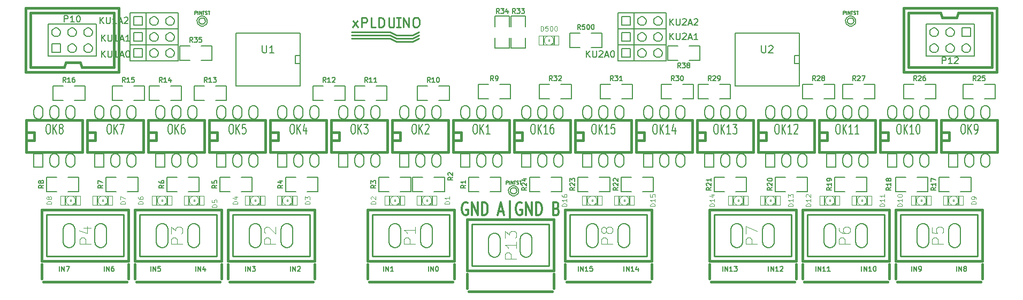
<source format=gto>
G04 (created by PCBNEW-RS274X (2012-01-19 BZR 3256)-stable) date mer. 09 mai 2012 22:09:25 CEST*
G01*
G70*
G90*
%MOIN*%
G04 Gerber Fmt 3.4, Leading zero omitted, Abs format*
%FSLAX34Y34*%
G04 APERTURE LIST*
%ADD10C,0.006000*%
%ADD11C,0.007500*%
%ADD12C,0.012000*%
%ADD13C,0.005000*%
%ADD14C,0.015000*%
%ADD15C,0.002600*%
%ADD16C,0.004000*%
%ADD17C,0.009400*%
%ADD18C,0.008000*%
%ADD19C,0.010000*%
%ADD20C,0.003500*%
G04 APERTURE END LIST*
G54D10*
G54D11*
X64326Y-61421D02*
X64326Y-61121D01*
X64469Y-61421D02*
X64469Y-61121D01*
X64641Y-61421D01*
X64641Y-61121D01*
X64941Y-61421D02*
X64769Y-61421D01*
X64855Y-61421D02*
X64855Y-61121D01*
X64826Y-61164D01*
X64798Y-61193D01*
X64769Y-61207D01*
X65212Y-61121D02*
X65069Y-61121D01*
X65055Y-61264D01*
X65069Y-61250D01*
X65098Y-61236D01*
X65169Y-61236D01*
X65198Y-61250D01*
X65212Y-61264D01*
X65227Y-61293D01*
X65227Y-61364D01*
X65212Y-61393D01*
X65198Y-61407D01*
X65169Y-61421D01*
X65098Y-61421D01*
X65069Y-61407D01*
X65055Y-61393D01*
X67187Y-61421D02*
X67187Y-61121D01*
X67330Y-61421D02*
X67330Y-61121D01*
X67502Y-61421D01*
X67502Y-61121D01*
X67802Y-61421D02*
X67630Y-61421D01*
X67716Y-61421D02*
X67716Y-61121D01*
X67687Y-61164D01*
X67659Y-61193D01*
X67630Y-61207D01*
X68059Y-61221D02*
X68059Y-61421D01*
X67988Y-61107D02*
X67916Y-61321D01*
X68102Y-61321D01*
X31998Y-61421D02*
X31998Y-61121D01*
X32141Y-61421D02*
X32141Y-61121D01*
X32313Y-61421D01*
X32313Y-61121D01*
X32427Y-61121D02*
X32627Y-61121D01*
X32498Y-61421D01*
X34802Y-61421D02*
X34802Y-61121D01*
X34945Y-61421D02*
X34945Y-61121D01*
X35117Y-61421D01*
X35117Y-61121D01*
X35388Y-61121D02*
X35331Y-61121D01*
X35302Y-61136D01*
X35288Y-61150D01*
X35259Y-61193D01*
X35245Y-61250D01*
X35245Y-61364D01*
X35259Y-61393D01*
X35274Y-61407D01*
X35302Y-61421D01*
X35359Y-61421D01*
X35388Y-61407D01*
X35402Y-61393D01*
X35417Y-61364D01*
X35417Y-61293D01*
X35402Y-61264D01*
X35388Y-61250D01*
X35359Y-61236D01*
X35302Y-61236D01*
X35274Y-61250D01*
X35259Y-61264D01*
X35245Y-61293D01*
X37698Y-61421D02*
X37698Y-61121D01*
X37841Y-61421D02*
X37841Y-61121D01*
X38013Y-61421D01*
X38013Y-61121D01*
X38298Y-61121D02*
X38155Y-61121D01*
X38141Y-61264D01*
X38155Y-61250D01*
X38184Y-61236D01*
X38255Y-61236D01*
X38284Y-61250D01*
X38298Y-61264D01*
X38313Y-61293D01*
X38313Y-61364D01*
X38298Y-61393D01*
X38284Y-61407D01*
X38255Y-61421D01*
X38184Y-61421D01*
X38155Y-61407D01*
X38141Y-61393D01*
X40502Y-61421D02*
X40502Y-61121D01*
X40645Y-61421D02*
X40645Y-61121D01*
X40817Y-61421D01*
X40817Y-61121D01*
X41088Y-61221D02*
X41088Y-61421D01*
X41017Y-61107D02*
X40945Y-61321D01*
X41131Y-61321D01*
X73326Y-61421D02*
X73326Y-61121D01*
X73469Y-61421D02*
X73469Y-61121D01*
X73641Y-61421D01*
X73641Y-61121D01*
X73941Y-61421D02*
X73769Y-61421D01*
X73855Y-61421D02*
X73855Y-61121D01*
X73826Y-61164D01*
X73798Y-61193D01*
X73769Y-61207D01*
X74041Y-61121D02*
X74227Y-61121D01*
X74127Y-61236D01*
X74169Y-61236D01*
X74198Y-61250D01*
X74212Y-61264D01*
X74227Y-61293D01*
X74227Y-61364D01*
X74212Y-61393D01*
X74198Y-61407D01*
X74169Y-61421D01*
X74084Y-61421D01*
X74055Y-61407D01*
X74041Y-61393D01*
X76187Y-61421D02*
X76187Y-61121D01*
X76330Y-61421D02*
X76330Y-61121D01*
X76502Y-61421D01*
X76502Y-61121D01*
X76802Y-61421D02*
X76630Y-61421D01*
X76716Y-61421D02*
X76716Y-61121D01*
X76687Y-61164D01*
X76659Y-61193D01*
X76630Y-61207D01*
X76916Y-61150D02*
X76930Y-61136D01*
X76959Y-61121D01*
X77030Y-61121D01*
X77059Y-61136D01*
X77073Y-61150D01*
X77088Y-61179D01*
X77088Y-61207D01*
X77073Y-61250D01*
X76902Y-61421D01*
X77088Y-61421D01*
X79126Y-61421D02*
X79126Y-61121D01*
X79269Y-61421D02*
X79269Y-61121D01*
X79441Y-61421D01*
X79441Y-61121D01*
X79741Y-61421D02*
X79569Y-61421D01*
X79655Y-61421D02*
X79655Y-61121D01*
X79626Y-61164D01*
X79598Y-61193D01*
X79569Y-61207D01*
X80027Y-61421D02*
X79855Y-61421D01*
X79941Y-61421D02*
X79941Y-61121D01*
X79912Y-61164D01*
X79884Y-61193D01*
X79855Y-61207D01*
X81987Y-61421D02*
X81987Y-61121D01*
X82130Y-61421D02*
X82130Y-61121D01*
X82302Y-61421D01*
X82302Y-61121D01*
X82602Y-61421D02*
X82430Y-61421D01*
X82516Y-61421D02*
X82516Y-61121D01*
X82487Y-61164D01*
X82459Y-61193D01*
X82430Y-61207D01*
X82788Y-61121D02*
X82816Y-61121D01*
X82845Y-61136D01*
X82859Y-61150D01*
X82873Y-61179D01*
X82888Y-61236D01*
X82888Y-61307D01*
X82873Y-61364D01*
X82859Y-61393D01*
X82845Y-61407D01*
X82816Y-61421D01*
X82788Y-61421D01*
X82759Y-61407D01*
X82745Y-61393D01*
X82730Y-61364D01*
X82716Y-61307D01*
X82716Y-61236D01*
X82730Y-61179D01*
X82745Y-61150D01*
X82759Y-61136D01*
X82788Y-61121D01*
X85098Y-61421D02*
X85098Y-61121D01*
X85241Y-61421D02*
X85241Y-61121D01*
X85413Y-61421D01*
X85413Y-61121D01*
X85570Y-61421D02*
X85627Y-61421D01*
X85655Y-61407D01*
X85670Y-61393D01*
X85698Y-61350D01*
X85713Y-61293D01*
X85713Y-61179D01*
X85698Y-61150D01*
X85684Y-61136D01*
X85655Y-61121D01*
X85598Y-61121D01*
X85570Y-61136D01*
X85555Y-61150D01*
X85541Y-61179D01*
X85541Y-61250D01*
X85555Y-61279D01*
X85570Y-61293D01*
X85598Y-61307D01*
X85655Y-61307D01*
X85684Y-61293D01*
X85698Y-61279D01*
X85713Y-61250D01*
X87902Y-61421D02*
X87902Y-61121D01*
X88045Y-61421D02*
X88045Y-61121D01*
X88217Y-61421D01*
X88217Y-61121D01*
X88402Y-61250D02*
X88374Y-61236D01*
X88359Y-61221D01*
X88345Y-61193D01*
X88345Y-61179D01*
X88359Y-61150D01*
X88374Y-61136D01*
X88402Y-61121D01*
X88459Y-61121D01*
X88488Y-61136D01*
X88502Y-61150D01*
X88517Y-61179D01*
X88517Y-61193D01*
X88502Y-61221D01*
X88488Y-61236D01*
X88459Y-61250D01*
X88402Y-61250D01*
X88374Y-61264D01*
X88359Y-61279D01*
X88345Y-61307D01*
X88345Y-61364D01*
X88359Y-61393D01*
X88374Y-61407D01*
X88402Y-61421D01*
X88459Y-61421D01*
X88488Y-61407D01*
X88502Y-61393D01*
X88517Y-61364D01*
X88517Y-61307D01*
X88502Y-61279D01*
X88488Y-61264D01*
X88459Y-61250D01*
X43598Y-61421D02*
X43598Y-61121D01*
X43741Y-61421D02*
X43741Y-61121D01*
X43913Y-61421D01*
X43913Y-61121D01*
X44027Y-61121D02*
X44213Y-61121D01*
X44113Y-61236D01*
X44155Y-61236D01*
X44184Y-61250D01*
X44198Y-61264D01*
X44213Y-61293D01*
X44213Y-61364D01*
X44198Y-61393D01*
X44184Y-61407D01*
X44155Y-61421D01*
X44070Y-61421D01*
X44041Y-61407D01*
X44027Y-61393D01*
X46402Y-61421D02*
X46402Y-61121D01*
X46545Y-61421D02*
X46545Y-61121D01*
X46717Y-61421D01*
X46717Y-61121D01*
X46845Y-61150D02*
X46859Y-61136D01*
X46888Y-61121D01*
X46959Y-61121D01*
X46988Y-61136D01*
X47002Y-61150D01*
X47017Y-61179D01*
X47017Y-61207D01*
X47002Y-61250D01*
X46831Y-61421D01*
X47017Y-61421D01*
X52198Y-61421D02*
X52198Y-61121D01*
X52341Y-61421D02*
X52341Y-61121D01*
X52513Y-61421D01*
X52513Y-61121D01*
X52813Y-61421D02*
X52641Y-61421D01*
X52727Y-61421D02*
X52727Y-61121D01*
X52698Y-61164D01*
X52670Y-61193D01*
X52641Y-61207D01*
X55002Y-61421D02*
X55002Y-61121D01*
X55145Y-61421D02*
X55145Y-61121D01*
X55317Y-61421D01*
X55317Y-61121D01*
X55517Y-61121D02*
X55545Y-61121D01*
X55574Y-61136D01*
X55588Y-61150D01*
X55602Y-61179D01*
X55617Y-61236D01*
X55617Y-61307D01*
X55602Y-61364D01*
X55588Y-61393D01*
X55574Y-61407D01*
X55545Y-61421D01*
X55517Y-61421D01*
X55488Y-61407D01*
X55474Y-61393D01*
X55459Y-61364D01*
X55445Y-61307D01*
X55445Y-61236D01*
X55459Y-61179D01*
X55474Y-61150D01*
X55488Y-61136D01*
X55517Y-61121D01*
G54D12*
X57429Y-57162D02*
X57372Y-57124D01*
X57286Y-57124D01*
X57201Y-57162D01*
X57143Y-57238D01*
X57115Y-57314D01*
X57086Y-57467D01*
X57086Y-57581D01*
X57115Y-57733D01*
X57143Y-57810D01*
X57201Y-57886D01*
X57286Y-57924D01*
X57343Y-57924D01*
X57429Y-57886D01*
X57458Y-57848D01*
X57458Y-57581D01*
X57343Y-57581D01*
X57715Y-57924D02*
X57715Y-57124D01*
X58058Y-57924D01*
X58058Y-57124D01*
X58344Y-57924D02*
X58344Y-57124D01*
X58487Y-57124D01*
X58572Y-57162D01*
X58630Y-57238D01*
X58658Y-57314D01*
X58687Y-57467D01*
X58687Y-57581D01*
X58658Y-57733D01*
X58630Y-57810D01*
X58572Y-57886D01*
X58487Y-57924D01*
X58344Y-57924D01*
X59372Y-57695D02*
X59658Y-57695D01*
X59315Y-57924D02*
X59515Y-57124D01*
X59715Y-57924D01*
X60058Y-58190D02*
X60058Y-57048D01*
X60800Y-57162D02*
X60743Y-57124D01*
X60657Y-57124D01*
X60572Y-57162D01*
X60514Y-57238D01*
X60486Y-57314D01*
X60457Y-57467D01*
X60457Y-57581D01*
X60486Y-57733D01*
X60514Y-57810D01*
X60572Y-57886D01*
X60657Y-57924D01*
X60714Y-57924D01*
X60800Y-57886D01*
X60829Y-57848D01*
X60829Y-57581D01*
X60714Y-57581D01*
X61086Y-57924D02*
X61086Y-57124D01*
X61429Y-57924D01*
X61429Y-57124D01*
X61715Y-57924D02*
X61715Y-57124D01*
X61858Y-57124D01*
X61943Y-57162D01*
X62001Y-57238D01*
X62029Y-57314D01*
X62058Y-57467D01*
X62058Y-57581D01*
X62029Y-57733D01*
X62001Y-57810D01*
X61943Y-57886D01*
X61858Y-57924D01*
X61715Y-57924D01*
X62972Y-57505D02*
X63058Y-57543D01*
X63086Y-57581D01*
X63115Y-57657D01*
X63115Y-57771D01*
X63086Y-57848D01*
X63058Y-57886D01*
X63000Y-57924D01*
X62772Y-57924D01*
X62772Y-57124D01*
X62972Y-57124D01*
X63029Y-57162D01*
X63058Y-57200D01*
X63086Y-57276D01*
X63086Y-57352D01*
X63058Y-57429D01*
X63029Y-57467D01*
X62972Y-57505D01*
X62772Y-57505D01*
G54D10*
X66800Y-48300D02*
X66800Y-47300D01*
X66800Y-47300D02*
X69800Y-47300D01*
X69800Y-47300D02*
X69800Y-48300D01*
X69800Y-48300D02*
X66800Y-48300D01*
X67800Y-47300D02*
X67800Y-48300D01*
X66800Y-47300D02*
X66800Y-46300D01*
X66800Y-46300D02*
X69800Y-46300D01*
X69800Y-46300D02*
X69800Y-47300D01*
X69800Y-47300D02*
X66800Y-47300D01*
X67800Y-46300D02*
X67800Y-47300D01*
X66800Y-46300D02*
X66800Y-45300D01*
X66800Y-45300D02*
X69800Y-45300D01*
X69800Y-45300D02*
X69800Y-46300D01*
X69800Y-46300D02*
X66800Y-46300D01*
X67800Y-45300D02*
X67800Y-46300D01*
G54D13*
X71900Y-48250D02*
X71900Y-47350D01*
X71900Y-47350D02*
X71250Y-47350D01*
X70550Y-48250D02*
X69900Y-48250D01*
X69900Y-48250D02*
X69900Y-47350D01*
X69900Y-47350D02*
X70550Y-47350D01*
X71250Y-48250D02*
X71900Y-48250D01*
G54D14*
X60350Y-52000D02*
X63850Y-52000D01*
X63850Y-52000D02*
X63850Y-54000D01*
X63850Y-54000D02*
X60350Y-54000D01*
X60350Y-54000D02*
X60350Y-52000D01*
X60350Y-52750D02*
X60850Y-52750D01*
X60850Y-52750D02*
X60850Y-53250D01*
X60850Y-53250D02*
X60350Y-53250D01*
X64150Y-52000D02*
X67650Y-52000D01*
X67650Y-52000D02*
X67650Y-54000D01*
X67650Y-54000D02*
X64150Y-54000D01*
X64150Y-54000D02*
X64150Y-52000D01*
X64150Y-52750D02*
X64650Y-52750D01*
X64650Y-52750D02*
X64650Y-53250D01*
X64650Y-53250D02*
X64150Y-53250D01*
X67950Y-52000D02*
X71450Y-52000D01*
X71450Y-52000D02*
X71450Y-54000D01*
X71450Y-54000D02*
X67950Y-54000D01*
X67950Y-54000D02*
X67950Y-52000D01*
X67950Y-52750D02*
X68450Y-52750D01*
X68450Y-52750D02*
X68450Y-53250D01*
X68450Y-53250D02*
X67950Y-53250D01*
X71750Y-52000D02*
X75250Y-52000D01*
X75250Y-52000D02*
X75250Y-54000D01*
X75250Y-54000D02*
X71750Y-54000D01*
X71750Y-54000D02*
X71750Y-52000D01*
X71750Y-52750D02*
X72250Y-52750D01*
X72250Y-52750D02*
X72250Y-53250D01*
X72250Y-53250D02*
X71750Y-53250D01*
X75550Y-52000D02*
X79050Y-52000D01*
X79050Y-52000D02*
X79050Y-54000D01*
X79050Y-54000D02*
X75550Y-54000D01*
X75550Y-54000D02*
X75550Y-52000D01*
X75550Y-52750D02*
X76050Y-52750D01*
X76050Y-52750D02*
X76050Y-53250D01*
X76050Y-53250D02*
X75550Y-53250D01*
X79350Y-52000D02*
X82850Y-52000D01*
X82850Y-52000D02*
X82850Y-54000D01*
X82850Y-54000D02*
X79350Y-54000D01*
X79350Y-54000D02*
X79350Y-52000D01*
X79350Y-52750D02*
X79850Y-52750D01*
X79850Y-52750D02*
X79850Y-53250D01*
X79850Y-53250D02*
X79350Y-53250D01*
X83150Y-52000D02*
X86650Y-52000D01*
X86650Y-52000D02*
X86650Y-54000D01*
X86650Y-54000D02*
X83150Y-54000D01*
X83150Y-54000D02*
X83150Y-52000D01*
X83150Y-52750D02*
X83650Y-52750D01*
X83650Y-52750D02*
X83650Y-53250D01*
X83650Y-53250D02*
X83150Y-53250D01*
X86950Y-52000D02*
X90450Y-52000D01*
X90450Y-52000D02*
X90450Y-54000D01*
X90450Y-54000D02*
X86950Y-54000D01*
X86950Y-54000D02*
X86950Y-52000D01*
X86950Y-52750D02*
X87450Y-52750D01*
X87450Y-52750D02*
X87450Y-53250D01*
X87450Y-53250D02*
X86950Y-53250D01*
G54D13*
X63900Y-50650D02*
X63900Y-49750D01*
X63900Y-49750D02*
X63250Y-49750D01*
X62550Y-50650D02*
X61900Y-50650D01*
X61900Y-50650D02*
X61900Y-49750D01*
X61900Y-49750D02*
X62550Y-49750D01*
X63250Y-50650D02*
X63900Y-50650D01*
X67700Y-50650D02*
X67700Y-49750D01*
X67700Y-49750D02*
X67050Y-49750D01*
X66350Y-50650D02*
X65700Y-50650D01*
X65700Y-50650D02*
X65700Y-49750D01*
X65700Y-49750D02*
X66350Y-49750D01*
X67050Y-50650D02*
X67700Y-50650D01*
X71500Y-50650D02*
X71500Y-49750D01*
X71500Y-49750D02*
X70850Y-49750D01*
X70150Y-50650D02*
X69500Y-50650D01*
X69500Y-50650D02*
X69500Y-49750D01*
X69500Y-49750D02*
X70150Y-49750D01*
X70850Y-50650D02*
X71500Y-50650D01*
X71800Y-49750D02*
X71800Y-50650D01*
X71800Y-50650D02*
X72450Y-50650D01*
X73150Y-49750D02*
X73800Y-49750D01*
X73800Y-49750D02*
X73800Y-50650D01*
X73800Y-50650D02*
X73150Y-50650D01*
X72450Y-49750D02*
X71800Y-49750D01*
X80300Y-50650D02*
X80300Y-49750D01*
X80300Y-49750D02*
X79650Y-49750D01*
X78950Y-50650D02*
X78300Y-50650D01*
X78300Y-50650D02*
X78300Y-49750D01*
X78300Y-49750D02*
X78950Y-49750D01*
X79650Y-50650D02*
X80300Y-50650D01*
X82800Y-50650D02*
X82800Y-49750D01*
X82800Y-49750D02*
X82150Y-49750D01*
X81450Y-50650D02*
X80800Y-50650D01*
X80800Y-50650D02*
X80800Y-49750D01*
X80800Y-49750D02*
X81450Y-49750D01*
X82150Y-50650D02*
X82800Y-50650D01*
X86600Y-50650D02*
X86600Y-49750D01*
X86600Y-49750D02*
X85950Y-49750D01*
X85250Y-50650D02*
X84600Y-50650D01*
X84600Y-50650D02*
X84600Y-49750D01*
X84600Y-49750D02*
X85250Y-49750D01*
X85950Y-50650D02*
X86600Y-50650D01*
X90300Y-50650D02*
X90300Y-49750D01*
X90300Y-49750D02*
X89650Y-49750D01*
X88950Y-50650D02*
X88300Y-50650D01*
X88300Y-50650D02*
X88300Y-49750D01*
X88300Y-49750D02*
X88950Y-49750D01*
X89650Y-50650D02*
X90300Y-50650D01*
X63300Y-56450D02*
X63300Y-55550D01*
X63300Y-55550D02*
X62650Y-55550D01*
X61950Y-56450D02*
X61300Y-56450D01*
X61300Y-56450D02*
X61300Y-55550D01*
X61300Y-55550D02*
X61950Y-55550D01*
X62650Y-56450D02*
X63300Y-56450D01*
X66300Y-56450D02*
X66300Y-55550D01*
X66300Y-55550D02*
X65650Y-55550D01*
X64950Y-56450D02*
X64300Y-56450D01*
X64300Y-56450D02*
X64300Y-55550D01*
X64300Y-55550D02*
X64950Y-55550D01*
X65650Y-56450D02*
X66300Y-56450D01*
X69000Y-56450D02*
X69000Y-55550D01*
X69000Y-55550D02*
X68350Y-55550D01*
X67650Y-56450D02*
X67000Y-56450D01*
X67000Y-56450D02*
X67000Y-55550D01*
X67000Y-55550D02*
X67650Y-55550D01*
X68350Y-56450D02*
X69000Y-56450D01*
X74800Y-56450D02*
X74800Y-55550D01*
X74800Y-55550D02*
X74150Y-55550D01*
X73450Y-56450D02*
X72800Y-56450D01*
X72800Y-56450D02*
X72800Y-55550D01*
X72800Y-55550D02*
X73450Y-55550D01*
X74150Y-56450D02*
X74800Y-56450D01*
X78600Y-56450D02*
X78600Y-55550D01*
X78600Y-55550D02*
X77950Y-55550D01*
X77250Y-56450D02*
X76600Y-56450D01*
X76600Y-56450D02*
X76600Y-55550D01*
X76600Y-55550D02*
X77250Y-55550D01*
X77950Y-56450D02*
X78600Y-56450D01*
X82300Y-56450D02*
X82300Y-55550D01*
X82300Y-55550D02*
X81650Y-55550D01*
X80950Y-56450D02*
X80300Y-56450D01*
X80300Y-56450D02*
X80300Y-55550D01*
X80300Y-55550D02*
X80950Y-55550D01*
X81650Y-56450D02*
X82300Y-56450D01*
X86100Y-56450D02*
X86100Y-55550D01*
X86100Y-55550D02*
X85450Y-55550D01*
X84750Y-56450D02*
X84100Y-56450D01*
X84100Y-56450D02*
X84100Y-55550D01*
X84100Y-55550D02*
X84750Y-55550D01*
X85450Y-56450D02*
X86100Y-56450D01*
X88800Y-56450D02*
X88800Y-55550D01*
X88800Y-55550D02*
X88150Y-55550D01*
X87450Y-56450D02*
X86800Y-56450D01*
X86800Y-56450D02*
X86800Y-55550D01*
X86800Y-55550D02*
X87450Y-55550D01*
X88150Y-56450D02*
X88800Y-56450D01*
X56000Y-56450D02*
X56000Y-55550D01*
X56000Y-55550D02*
X55350Y-55550D01*
X54650Y-56450D02*
X54000Y-56450D01*
X54000Y-56450D02*
X54000Y-55550D01*
X54000Y-55550D02*
X54650Y-55550D01*
X55350Y-56450D02*
X56000Y-56450D01*
X57500Y-55550D02*
X57500Y-56450D01*
X57500Y-56450D02*
X58150Y-56450D01*
X58850Y-55550D02*
X59500Y-55550D01*
X59500Y-55550D02*
X59500Y-56450D01*
X59500Y-56450D02*
X58850Y-56450D01*
X58150Y-55550D02*
X57500Y-55550D01*
G54D14*
X29950Y-52000D02*
X33450Y-52000D01*
X33450Y-52000D02*
X33450Y-54000D01*
X33450Y-54000D02*
X29950Y-54000D01*
X29950Y-54000D02*
X29950Y-52000D01*
X29950Y-52750D02*
X30450Y-52750D01*
X30450Y-52750D02*
X30450Y-53250D01*
X30450Y-53250D02*
X29950Y-53250D01*
X33750Y-52000D02*
X37250Y-52000D01*
X37250Y-52000D02*
X37250Y-54000D01*
X37250Y-54000D02*
X33750Y-54000D01*
X33750Y-54000D02*
X33750Y-52000D01*
X33750Y-52750D02*
X34250Y-52750D01*
X34250Y-52750D02*
X34250Y-53250D01*
X34250Y-53250D02*
X33750Y-53250D01*
X37550Y-52000D02*
X41050Y-52000D01*
X41050Y-52000D02*
X41050Y-54000D01*
X41050Y-54000D02*
X37550Y-54000D01*
X37550Y-54000D02*
X37550Y-52000D01*
X37550Y-52750D02*
X38050Y-52750D01*
X38050Y-52750D02*
X38050Y-53250D01*
X38050Y-53250D02*
X37550Y-53250D01*
X41350Y-52000D02*
X44850Y-52000D01*
X44850Y-52000D02*
X44850Y-54000D01*
X44850Y-54000D02*
X41350Y-54000D01*
X41350Y-54000D02*
X41350Y-52000D01*
X41350Y-52750D02*
X41850Y-52750D01*
X41850Y-52750D02*
X41850Y-53250D01*
X41850Y-53250D02*
X41350Y-53250D01*
X45150Y-52000D02*
X48650Y-52000D01*
X48650Y-52000D02*
X48650Y-54000D01*
X48650Y-54000D02*
X45150Y-54000D01*
X45150Y-54000D02*
X45150Y-52000D01*
X45150Y-52750D02*
X45650Y-52750D01*
X45650Y-52750D02*
X45650Y-53250D01*
X45650Y-53250D02*
X45150Y-53250D01*
X48950Y-52000D02*
X52450Y-52000D01*
X52450Y-52000D02*
X52450Y-54000D01*
X52450Y-54000D02*
X48950Y-54000D01*
X48950Y-54000D02*
X48950Y-52000D01*
X48950Y-52750D02*
X49450Y-52750D01*
X49450Y-52750D02*
X49450Y-53250D01*
X49450Y-53250D02*
X48950Y-53250D01*
X52750Y-52000D02*
X56250Y-52000D01*
X56250Y-52000D02*
X56250Y-54000D01*
X56250Y-54000D02*
X52750Y-54000D01*
X52750Y-54000D02*
X52750Y-52000D01*
X52750Y-52750D02*
X53250Y-52750D01*
X53250Y-52750D02*
X53250Y-53250D01*
X53250Y-53250D02*
X52750Y-53250D01*
X56550Y-52000D02*
X60050Y-52000D01*
X60050Y-52000D02*
X60050Y-54000D01*
X60050Y-54000D02*
X56550Y-54000D01*
X56550Y-54000D02*
X56550Y-52000D01*
X56550Y-52750D02*
X57050Y-52750D01*
X57050Y-52750D02*
X57050Y-53250D01*
X57050Y-53250D02*
X56550Y-53250D01*
G54D13*
X51900Y-55550D02*
X51900Y-56450D01*
X51900Y-56450D02*
X52550Y-56450D01*
X53250Y-55550D02*
X53900Y-55550D01*
X53900Y-55550D02*
X53900Y-56450D01*
X53900Y-56450D02*
X53250Y-56450D01*
X52550Y-55550D02*
X51900Y-55550D01*
X46100Y-55550D02*
X46100Y-56450D01*
X46100Y-56450D02*
X46750Y-56450D01*
X47450Y-55550D02*
X48100Y-55550D01*
X48100Y-55550D02*
X48100Y-56450D01*
X48100Y-56450D02*
X47450Y-56450D01*
X46750Y-55550D02*
X46100Y-55550D01*
X42000Y-55550D02*
X42000Y-56450D01*
X42000Y-56450D02*
X42650Y-56450D01*
X43350Y-55550D02*
X44000Y-55550D01*
X44000Y-55550D02*
X44000Y-56450D01*
X44000Y-56450D02*
X43350Y-56450D01*
X42650Y-55550D02*
X42000Y-55550D01*
X38700Y-55550D02*
X38700Y-56450D01*
X38700Y-56450D02*
X39350Y-56450D01*
X40050Y-55550D02*
X40700Y-55550D01*
X40700Y-55550D02*
X40700Y-56450D01*
X40700Y-56450D02*
X40050Y-56450D01*
X39350Y-55550D02*
X38700Y-55550D01*
X36900Y-56450D02*
X36900Y-55550D01*
X36900Y-55550D02*
X36250Y-55550D01*
X35550Y-56450D02*
X34900Y-56450D01*
X34900Y-56450D02*
X34900Y-55550D01*
X34900Y-55550D02*
X35550Y-55550D01*
X36250Y-56450D02*
X36900Y-56450D01*
X33200Y-56450D02*
X33200Y-55550D01*
X33200Y-55550D02*
X32550Y-55550D01*
X31850Y-56450D02*
X31200Y-56450D01*
X31200Y-56450D02*
X31200Y-55550D01*
X31200Y-55550D02*
X31850Y-55550D01*
X32550Y-56450D02*
X33200Y-56450D01*
X60100Y-50650D02*
X60100Y-49750D01*
X60100Y-49750D02*
X59450Y-49750D01*
X58750Y-50650D02*
X58100Y-50650D01*
X58100Y-50650D02*
X58100Y-49750D01*
X58100Y-49750D02*
X58750Y-49750D01*
X59450Y-50650D02*
X60100Y-50650D01*
X56300Y-50750D02*
X56300Y-49850D01*
X56300Y-49850D02*
X55650Y-49850D01*
X54950Y-50750D02*
X54300Y-50750D01*
X54300Y-50750D02*
X54300Y-49850D01*
X54300Y-49850D02*
X54950Y-49850D01*
X55650Y-50750D02*
X56300Y-50750D01*
X52400Y-50750D02*
X52400Y-49850D01*
X52400Y-49850D02*
X51750Y-49850D01*
X51050Y-50750D02*
X50400Y-50750D01*
X50400Y-50750D02*
X50400Y-49850D01*
X50400Y-49850D02*
X51050Y-49850D01*
X51750Y-50750D02*
X52400Y-50750D01*
X49800Y-50750D02*
X49800Y-49850D01*
X49800Y-49850D02*
X49150Y-49850D01*
X48450Y-50750D02*
X47800Y-50750D01*
X47800Y-50750D02*
X47800Y-49850D01*
X47800Y-49850D02*
X48450Y-49850D01*
X49150Y-50750D02*
X49800Y-50750D01*
X40400Y-49850D02*
X40400Y-50750D01*
X40400Y-50750D02*
X41050Y-50750D01*
X41750Y-49850D02*
X42400Y-49850D01*
X42400Y-49850D02*
X42400Y-50750D01*
X42400Y-50750D02*
X41750Y-50750D01*
X41050Y-49850D02*
X40400Y-49850D01*
X37600Y-49850D02*
X37600Y-50750D01*
X37600Y-50750D02*
X38250Y-50750D01*
X38950Y-49850D02*
X39600Y-49850D01*
X39600Y-49850D02*
X39600Y-50750D01*
X39600Y-50750D02*
X38950Y-50750D01*
X38250Y-49850D02*
X37600Y-49850D01*
X37300Y-50750D02*
X37300Y-49850D01*
X37300Y-49850D02*
X36650Y-49850D01*
X35950Y-50750D02*
X35300Y-50750D01*
X35300Y-50750D02*
X35300Y-49850D01*
X35300Y-49850D02*
X35950Y-49850D01*
X36650Y-50750D02*
X37300Y-50750D01*
X33600Y-50750D02*
X33600Y-49850D01*
X33600Y-49850D02*
X32950Y-49850D01*
X32250Y-50750D02*
X31600Y-50750D01*
X31600Y-50750D02*
X31600Y-49850D01*
X31600Y-49850D02*
X32250Y-49850D01*
X32950Y-50750D02*
X33600Y-50750D01*
G54D15*
X40361Y-57039D02*
X40439Y-57039D01*
X40439Y-57039D02*
X40439Y-56961D01*
X40361Y-56961D02*
X40439Y-56961D01*
X40361Y-57039D02*
X40361Y-56961D01*
X40577Y-57275D02*
X40714Y-57275D01*
X40714Y-57275D02*
X40714Y-57177D01*
X40577Y-57177D02*
X40714Y-57177D01*
X40577Y-57275D02*
X40577Y-57177D01*
X40714Y-57275D02*
X40754Y-57275D01*
X40754Y-57275D02*
X40754Y-56804D01*
X40714Y-56804D02*
X40754Y-56804D01*
X40714Y-57275D02*
X40714Y-56804D01*
X40714Y-56784D02*
X40754Y-56784D01*
X40754Y-56784D02*
X40754Y-56725D01*
X40714Y-56725D02*
X40754Y-56725D01*
X40714Y-56784D02*
X40714Y-56725D01*
X40046Y-57275D02*
X40086Y-57275D01*
X40086Y-57275D02*
X40086Y-56804D01*
X40046Y-56804D02*
X40086Y-56804D01*
X40046Y-57275D02*
X40046Y-56804D01*
X40046Y-56784D02*
X40086Y-56784D01*
X40086Y-56784D02*
X40086Y-56725D01*
X40046Y-56725D02*
X40086Y-56725D01*
X40046Y-56784D02*
X40046Y-56725D01*
X40577Y-57275D02*
X40636Y-57275D01*
X40636Y-57275D02*
X40636Y-57177D01*
X40577Y-57177D02*
X40636Y-57177D01*
X40577Y-57275D02*
X40577Y-57177D01*
G54D16*
X41010Y-57295D02*
X39790Y-57295D01*
X39790Y-57295D02*
X39790Y-56705D01*
X39790Y-56705D02*
X41010Y-56705D01*
X41010Y-56705D02*
X41010Y-57295D01*
X40186Y-57196D02*
X40204Y-57214D01*
X40223Y-57230D01*
X40244Y-57245D01*
X40266Y-57257D01*
X40289Y-57268D01*
X40313Y-57277D01*
X40337Y-57283D01*
X40362Y-57288D01*
X40387Y-57290D01*
X40412Y-57290D01*
X40437Y-57288D01*
X40462Y-57284D01*
X40487Y-57277D01*
X40510Y-57269D01*
X40533Y-57258D01*
X40555Y-57245D01*
X40576Y-57231D01*
X40596Y-57214D01*
X40614Y-57196D01*
X40615Y-57195D01*
X40185Y-56805D02*
X40169Y-56824D01*
X40155Y-56845D01*
X40142Y-56867D01*
X40131Y-56890D01*
X40123Y-56914D01*
X40116Y-56939D01*
X40112Y-56964D01*
X40110Y-56989D01*
X40110Y-57013D01*
X40112Y-57038D01*
X40117Y-57063D01*
X40123Y-57088D01*
X40132Y-57112D01*
X40143Y-57135D01*
X40156Y-57157D01*
X40170Y-57177D01*
X40185Y-57195D01*
X40614Y-56804D02*
X40596Y-56786D01*
X40577Y-56770D01*
X40556Y-56755D01*
X40534Y-56743D01*
X40511Y-56732D01*
X40487Y-56723D01*
X40463Y-56717D01*
X40438Y-56712D01*
X40413Y-56710D01*
X40388Y-56710D01*
X40363Y-56712D01*
X40338Y-56716D01*
X40313Y-56723D01*
X40290Y-56731D01*
X40267Y-56742D01*
X40245Y-56755D01*
X40224Y-56769D01*
X40204Y-56786D01*
X40186Y-56804D01*
X40185Y-56805D01*
X40615Y-57195D02*
X40631Y-57176D01*
X40645Y-57155D01*
X40658Y-57133D01*
X40669Y-57110D01*
X40677Y-57086D01*
X40684Y-57061D01*
X40688Y-57036D01*
X40690Y-57011D01*
X40690Y-56987D01*
X40688Y-56962D01*
X40683Y-56937D01*
X40677Y-56912D01*
X40668Y-56888D01*
X40657Y-56865D01*
X40644Y-56843D01*
X40630Y-56823D01*
X40615Y-56805D01*
G54D15*
X38361Y-57039D02*
X38439Y-57039D01*
X38439Y-57039D02*
X38439Y-56961D01*
X38361Y-56961D02*
X38439Y-56961D01*
X38361Y-57039D02*
X38361Y-56961D01*
X38577Y-57275D02*
X38714Y-57275D01*
X38714Y-57275D02*
X38714Y-57177D01*
X38577Y-57177D02*
X38714Y-57177D01*
X38577Y-57275D02*
X38577Y-57177D01*
X38714Y-57275D02*
X38754Y-57275D01*
X38754Y-57275D02*
X38754Y-56804D01*
X38714Y-56804D02*
X38754Y-56804D01*
X38714Y-57275D02*
X38714Y-56804D01*
X38714Y-56784D02*
X38754Y-56784D01*
X38754Y-56784D02*
X38754Y-56725D01*
X38714Y-56725D02*
X38754Y-56725D01*
X38714Y-56784D02*
X38714Y-56725D01*
X38046Y-57275D02*
X38086Y-57275D01*
X38086Y-57275D02*
X38086Y-56804D01*
X38046Y-56804D02*
X38086Y-56804D01*
X38046Y-57275D02*
X38046Y-56804D01*
X38046Y-56784D02*
X38086Y-56784D01*
X38086Y-56784D02*
X38086Y-56725D01*
X38046Y-56725D02*
X38086Y-56725D01*
X38046Y-56784D02*
X38046Y-56725D01*
X38577Y-57275D02*
X38636Y-57275D01*
X38636Y-57275D02*
X38636Y-57177D01*
X38577Y-57177D02*
X38636Y-57177D01*
X38577Y-57275D02*
X38577Y-57177D01*
G54D16*
X39010Y-57295D02*
X37790Y-57295D01*
X37790Y-57295D02*
X37790Y-56705D01*
X37790Y-56705D02*
X39010Y-56705D01*
X39010Y-56705D02*
X39010Y-57295D01*
X38186Y-57196D02*
X38204Y-57214D01*
X38223Y-57230D01*
X38244Y-57245D01*
X38266Y-57257D01*
X38289Y-57268D01*
X38313Y-57277D01*
X38337Y-57283D01*
X38362Y-57288D01*
X38387Y-57290D01*
X38412Y-57290D01*
X38437Y-57288D01*
X38462Y-57284D01*
X38487Y-57277D01*
X38510Y-57269D01*
X38533Y-57258D01*
X38555Y-57245D01*
X38576Y-57231D01*
X38596Y-57214D01*
X38614Y-57196D01*
X38615Y-57195D01*
X38185Y-56805D02*
X38169Y-56824D01*
X38155Y-56845D01*
X38142Y-56867D01*
X38131Y-56890D01*
X38123Y-56914D01*
X38116Y-56939D01*
X38112Y-56964D01*
X38110Y-56989D01*
X38110Y-57013D01*
X38112Y-57038D01*
X38117Y-57063D01*
X38123Y-57088D01*
X38132Y-57112D01*
X38143Y-57135D01*
X38156Y-57157D01*
X38170Y-57177D01*
X38185Y-57195D01*
X38614Y-56804D02*
X38596Y-56786D01*
X38577Y-56770D01*
X38556Y-56755D01*
X38534Y-56743D01*
X38511Y-56732D01*
X38487Y-56723D01*
X38463Y-56717D01*
X38438Y-56712D01*
X38413Y-56710D01*
X38388Y-56710D01*
X38363Y-56712D01*
X38338Y-56716D01*
X38313Y-56723D01*
X38290Y-56731D01*
X38267Y-56742D01*
X38245Y-56755D01*
X38224Y-56769D01*
X38204Y-56786D01*
X38186Y-56804D01*
X38185Y-56805D01*
X38615Y-57195D02*
X38631Y-57176D01*
X38645Y-57155D01*
X38658Y-57133D01*
X38669Y-57110D01*
X38677Y-57086D01*
X38684Y-57061D01*
X38688Y-57036D01*
X38690Y-57011D01*
X38690Y-56987D01*
X38688Y-56962D01*
X38683Y-56937D01*
X38677Y-56912D01*
X38668Y-56888D01*
X38657Y-56865D01*
X38644Y-56843D01*
X38630Y-56823D01*
X38615Y-56805D01*
G54D15*
X34661Y-57039D02*
X34739Y-57039D01*
X34739Y-57039D02*
X34739Y-56961D01*
X34661Y-56961D02*
X34739Y-56961D01*
X34661Y-57039D02*
X34661Y-56961D01*
X34877Y-57275D02*
X35014Y-57275D01*
X35014Y-57275D02*
X35014Y-57177D01*
X34877Y-57177D02*
X35014Y-57177D01*
X34877Y-57275D02*
X34877Y-57177D01*
X35014Y-57275D02*
X35054Y-57275D01*
X35054Y-57275D02*
X35054Y-56804D01*
X35014Y-56804D02*
X35054Y-56804D01*
X35014Y-57275D02*
X35014Y-56804D01*
X35014Y-56784D02*
X35054Y-56784D01*
X35054Y-56784D02*
X35054Y-56725D01*
X35014Y-56725D02*
X35054Y-56725D01*
X35014Y-56784D02*
X35014Y-56725D01*
X34346Y-57275D02*
X34386Y-57275D01*
X34386Y-57275D02*
X34386Y-56804D01*
X34346Y-56804D02*
X34386Y-56804D01*
X34346Y-57275D02*
X34346Y-56804D01*
X34346Y-56784D02*
X34386Y-56784D01*
X34386Y-56784D02*
X34386Y-56725D01*
X34346Y-56725D02*
X34386Y-56725D01*
X34346Y-56784D02*
X34346Y-56725D01*
X34877Y-57275D02*
X34936Y-57275D01*
X34936Y-57275D02*
X34936Y-57177D01*
X34877Y-57177D02*
X34936Y-57177D01*
X34877Y-57275D02*
X34877Y-57177D01*
G54D16*
X35310Y-57295D02*
X34090Y-57295D01*
X34090Y-57295D02*
X34090Y-56705D01*
X34090Y-56705D02*
X35310Y-56705D01*
X35310Y-56705D02*
X35310Y-57295D01*
X34486Y-57196D02*
X34504Y-57214D01*
X34523Y-57230D01*
X34544Y-57245D01*
X34566Y-57257D01*
X34589Y-57268D01*
X34613Y-57277D01*
X34637Y-57283D01*
X34662Y-57288D01*
X34687Y-57290D01*
X34712Y-57290D01*
X34737Y-57288D01*
X34762Y-57284D01*
X34787Y-57277D01*
X34810Y-57269D01*
X34833Y-57258D01*
X34855Y-57245D01*
X34876Y-57231D01*
X34896Y-57214D01*
X34914Y-57196D01*
X34915Y-57195D01*
X34485Y-56805D02*
X34469Y-56824D01*
X34455Y-56845D01*
X34442Y-56867D01*
X34431Y-56890D01*
X34423Y-56914D01*
X34416Y-56939D01*
X34412Y-56964D01*
X34410Y-56989D01*
X34410Y-57013D01*
X34412Y-57038D01*
X34417Y-57063D01*
X34423Y-57088D01*
X34432Y-57112D01*
X34443Y-57135D01*
X34456Y-57157D01*
X34470Y-57177D01*
X34485Y-57195D01*
X34914Y-56804D02*
X34896Y-56786D01*
X34877Y-56770D01*
X34856Y-56755D01*
X34834Y-56743D01*
X34811Y-56732D01*
X34787Y-56723D01*
X34763Y-56717D01*
X34738Y-56712D01*
X34713Y-56710D01*
X34688Y-56710D01*
X34663Y-56712D01*
X34638Y-56716D01*
X34613Y-56723D01*
X34590Y-56731D01*
X34567Y-56742D01*
X34545Y-56755D01*
X34524Y-56769D01*
X34504Y-56786D01*
X34486Y-56804D01*
X34485Y-56805D01*
X34915Y-57195D02*
X34931Y-57176D01*
X34945Y-57155D01*
X34958Y-57133D01*
X34969Y-57110D01*
X34977Y-57086D01*
X34984Y-57061D01*
X34988Y-57036D01*
X34990Y-57011D01*
X34990Y-56987D01*
X34988Y-56962D01*
X34983Y-56937D01*
X34977Y-56912D01*
X34968Y-56888D01*
X34957Y-56865D01*
X34944Y-56843D01*
X34930Y-56823D01*
X34915Y-56805D01*
G54D15*
X32661Y-57039D02*
X32739Y-57039D01*
X32739Y-57039D02*
X32739Y-56961D01*
X32661Y-56961D02*
X32739Y-56961D01*
X32661Y-57039D02*
X32661Y-56961D01*
X32877Y-57275D02*
X33014Y-57275D01*
X33014Y-57275D02*
X33014Y-57177D01*
X32877Y-57177D02*
X33014Y-57177D01*
X32877Y-57275D02*
X32877Y-57177D01*
X33014Y-57275D02*
X33054Y-57275D01*
X33054Y-57275D02*
X33054Y-56804D01*
X33014Y-56804D02*
X33054Y-56804D01*
X33014Y-57275D02*
X33014Y-56804D01*
X33014Y-56784D02*
X33054Y-56784D01*
X33054Y-56784D02*
X33054Y-56725D01*
X33014Y-56725D02*
X33054Y-56725D01*
X33014Y-56784D02*
X33014Y-56725D01*
X32346Y-57275D02*
X32386Y-57275D01*
X32386Y-57275D02*
X32386Y-56804D01*
X32346Y-56804D02*
X32386Y-56804D01*
X32346Y-57275D02*
X32346Y-56804D01*
X32346Y-56784D02*
X32386Y-56784D01*
X32386Y-56784D02*
X32386Y-56725D01*
X32346Y-56725D02*
X32386Y-56725D01*
X32346Y-56784D02*
X32346Y-56725D01*
X32877Y-57275D02*
X32936Y-57275D01*
X32936Y-57275D02*
X32936Y-57177D01*
X32877Y-57177D02*
X32936Y-57177D01*
X32877Y-57275D02*
X32877Y-57177D01*
G54D16*
X33310Y-57295D02*
X32090Y-57295D01*
X32090Y-57295D02*
X32090Y-56705D01*
X32090Y-56705D02*
X33310Y-56705D01*
X33310Y-56705D02*
X33310Y-57295D01*
X32486Y-57196D02*
X32504Y-57214D01*
X32523Y-57230D01*
X32544Y-57245D01*
X32566Y-57257D01*
X32589Y-57268D01*
X32613Y-57277D01*
X32637Y-57283D01*
X32662Y-57288D01*
X32687Y-57290D01*
X32712Y-57290D01*
X32737Y-57288D01*
X32762Y-57284D01*
X32787Y-57277D01*
X32810Y-57269D01*
X32833Y-57258D01*
X32855Y-57245D01*
X32876Y-57231D01*
X32896Y-57214D01*
X32914Y-57196D01*
X32915Y-57195D01*
X32485Y-56805D02*
X32469Y-56824D01*
X32455Y-56845D01*
X32442Y-56867D01*
X32431Y-56890D01*
X32423Y-56914D01*
X32416Y-56939D01*
X32412Y-56964D01*
X32410Y-56989D01*
X32410Y-57013D01*
X32412Y-57038D01*
X32417Y-57063D01*
X32423Y-57088D01*
X32432Y-57112D01*
X32443Y-57135D01*
X32456Y-57157D01*
X32470Y-57177D01*
X32485Y-57195D01*
X32914Y-56804D02*
X32896Y-56786D01*
X32877Y-56770D01*
X32856Y-56755D01*
X32834Y-56743D01*
X32811Y-56732D01*
X32787Y-56723D01*
X32763Y-56717D01*
X32738Y-56712D01*
X32713Y-56710D01*
X32688Y-56710D01*
X32663Y-56712D01*
X32638Y-56716D01*
X32613Y-56723D01*
X32590Y-56731D01*
X32567Y-56742D01*
X32545Y-56755D01*
X32524Y-56769D01*
X32504Y-56786D01*
X32486Y-56804D01*
X32485Y-56805D01*
X32915Y-57195D02*
X32931Y-57176D01*
X32945Y-57155D01*
X32958Y-57133D01*
X32969Y-57110D01*
X32977Y-57086D01*
X32984Y-57061D01*
X32988Y-57036D01*
X32990Y-57011D01*
X32990Y-56987D01*
X32988Y-56962D01*
X32983Y-56937D01*
X32977Y-56912D01*
X32968Y-56888D01*
X32957Y-56865D01*
X32944Y-56843D01*
X32930Y-56823D01*
X32915Y-56805D01*
G54D14*
X56600Y-61000D02*
X56600Y-61900D01*
X51200Y-61000D02*
X51200Y-61900D01*
X51300Y-62100D02*
X56500Y-62100D01*
G54D17*
X51500Y-57900D02*
X56200Y-57900D01*
X56200Y-57900D02*
X56300Y-57900D01*
X56300Y-57900D02*
X56300Y-60500D01*
X56300Y-60500D02*
X51500Y-60500D01*
X51500Y-60500D02*
X51500Y-57900D01*
G54D14*
X51200Y-57600D02*
X51200Y-60800D01*
X56600Y-57600D02*
X56600Y-60800D01*
X53900Y-57600D02*
X56600Y-57600D01*
X56600Y-60800D02*
X51200Y-60800D01*
X51200Y-57600D02*
X53900Y-57600D01*
X47900Y-61000D02*
X47900Y-61900D01*
X42500Y-61000D02*
X42500Y-61900D01*
X42600Y-62100D02*
X47800Y-62100D01*
G54D17*
X42800Y-57900D02*
X47500Y-57900D01*
X47500Y-57900D02*
X47600Y-57900D01*
X47600Y-57900D02*
X47600Y-60500D01*
X47600Y-60500D02*
X42800Y-60500D01*
X42800Y-60500D02*
X42800Y-57900D01*
G54D14*
X42500Y-57600D02*
X42500Y-60800D01*
X47900Y-57600D02*
X47900Y-60800D01*
X45200Y-57600D02*
X47900Y-57600D01*
X47900Y-60800D02*
X42500Y-60800D01*
X42500Y-57600D02*
X45200Y-57600D01*
X42100Y-61000D02*
X42100Y-61900D01*
X36700Y-61000D02*
X36700Y-61900D01*
X36800Y-62100D02*
X42000Y-62100D01*
G54D17*
X37000Y-57900D02*
X41700Y-57900D01*
X41700Y-57900D02*
X41800Y-57900D01*
X41800Y-57900D02*
X41800Y-60500D01*
X41800Y-60500D02*
X37000Y-60500D01*
X37000Y-60500D02*
X37000Y-57900D01*
G54D14*
X36700Y-57600D02*
X36700Y-60800D01*
X42100Y-57600D02*
X42100Y-60800D01*
X39400Y-57600D02*
X42100Y-57600D01*
X42100Y-60800D02*
X36700Y-60800D01*
X36700Y-57600D02*
X39400Y-57600D01*
X36300Y-61000D02*
X36300Y-61900D01*
X30900Y-61000D02*
X30900Y-61900D01*
X31000Y-62100D02*
X36200Y-62100D01*
G54D17*
X31200Y-57900D02*
X35900Y-57900D01*
X35900Y-57900D02*
X36000Y-57900D01*
X36000Y-57900D02*
X36000Y-60500D01*
X36000Y-60500D02*
X31200Y-60500D01*
X31200Y-60500D02*
X31200Y-57900D01*
G54D14*
X30900Y-57600D02*
X30900Y-60800D01*
X36300Y-57600D02*
X36300Y-60800D01*
X33600Y-57600D02*
X36300Y-57600D01*
X36300Y-60800D02*
X30900Y-60800D01*
X30900Y-57600D02*
X33600Y-57600D01*
X89500Y-61000D02*
X89500Y-61900D01*
X84100Y-61000D02*
X84100Y-61900D01*
X84200Y-62100D02*
X89400Y-62100D01*
G54D17*
X84400Y-57900D02*
X89100Y-57900D01*
X89100Y-57900D02*
X89200Y-57900D01*
X89200Y-57900D02*
X89200Y-60500D01*
X89200Y-60500D02*
X84400Y-60500D01*
X84400Y-60500D02*
X84400Y-57900D01*
G54D14*
X84100Y-57600D02*
X84100Y-60800D01*
X89500Y-57600D02*
X89500Y-60800D01*
X86800Y-57600D02*
X89500Y-57600D01*
X89500Y-60800D02*
X84100Y-60800D01*
X84100Y-57600D02*
X86800Y-57600D01*
X83700Y-61000D02*
X83700Y-61900D01*
X78300Y-61000D02*
X78300Y-61900D01*
X78400Y-62100D02*
X83600Y-62100D01*
G54D17*
X78600Y-57900D02*
X83300Y-57900D01*
X83300Y-57900D02*
X83400Y-57900D01*
X83400Y-57900D02*
X83400Y-60500D01*
X83400Y-60500D02*
X78600Y-60500D01*
X78600Y-60500D02*
X78600Y-57900D01*
G54D14*
X78300Y-57600D02*
X78300Y-60800D01*
X83700Y-57600D02*
X83700Y-60800D01*
X81000Y-57600D02*
X83700Y-57600D01*
X83700Y-60800D02*
X78300Y-60800D01*
X78300Y-57600D02*
X81000Y-57600D01*
X77900Y-61000D02*
X77900Y-61900D01*
X72500Y-61000D02*
X72500Y-61900D01*
X72600Y-62100D02*
X77800Y-62100D01*
G54D17*
X72800Y-57900D02*
X77500Y-57900D01*
X77500Y-57900D02*
X77600Y-57900D01*
X77600Y-57900D02*
X77600Y-60500D01*
X77600Y-60500D02*
X72800Y-60500D01*
X72800Y-60500D02*
X72800Y-57900D01*
G54D14*
X72500Y-57600D02*
X72500Y-60800D01*
X77900Y-57600D02*
X77900Y-60800D01*
X75200Y-57600D02*
X77900Y-57600D01*
X77900Y-60800D02*
X72500Y-60800D01*
X72500Y-57600D02*
X75200Y-57600D01*
X68900Y-61000D02*
X68900Y-61900D01*
X63500Y-61000D02*
X63500Y-61900D01*
X63600Y-62100D02*
X68800Y-62100D01*
G54D17*
X63800Y-57900D02*
X68500Y-57900D01*
X68500Y-57900D02*
X68600Y-57900D01*
X68600Y-57900D02*
X68600Y-60500D01*
X68600Y-60500D02*
X63800Y-60500D01*
X63800Y-60500D02*
X63800Y-57900D01*
G54D14*
X63500Y-57600D02*
X63500Y-60800D01*
X68900Y-57600D02*
X68900Y-60800D01*
X66200Y-57600D02*
X68900Y-57600D01*
X68900Y-60800D02*
X63500Y-60800D01*
X63500Y-57600D02*
X66200Y-57600D01*
G54D15*
X54861Y-57039D02*
X54939Y-57039D01*
X54939Y-57039D02*
X54939Y-56961D01*
X54861Y-56961D02*
X54939Y-56961D01*
X54861Y-57039D02*
X54861Y-56961D01*
X55077Y-57275D02*
X55214Y-57275D01*
X55214Y-57275D02*
X55214Y-57177D01*
X55077Y-57177D02*
X55214Y-57177D01*
X55077Y-57275D02*
X55077Y-57177D01*
X55214Y-57275D02*
X55254Y-57275D01*
X55254Y-57275D02*
X55254Y-56804D01*
X55214Y-56804D02*
X55254Y-56804D01*
X55214Y-57275D02*
X55214Y-56804D01*
X55214Y-56784D02*
X55254Y-56784D01*
X55254Y-56784D02*
X55254Y-56725D01*
X55214Y-56725D02*
X55254Y-56725D01*
X55214Y-56784D02*
X55214Y-56725D01*
X54546Y-57275D02*
X54586Y-57275D01*
X54586Y-57275D02*
X54586Y-56804D01*
X54546Y-56804D02*
X54586Y-56804D01*
X54546Y-57275D02*
X54546Y-56804D01*
X54546Y-56784D02*
X54586Y-56784D01*
X54586Y-56784D02*
X54586Y-56725D01*
X54546Y-56725D02*
X54586Y-56725D01*
X54546Y-56784D02*
X54546Y-56725D01*
X55077Y-57275D02*
X55136Y-57275D01*
X55136Y-57275D02*
X55136Y-57177D01*
X55077Y-57177D02*
X55136Y-57177D01*
X55077Y-57275D02*
X55077Y-57177D01*
G54D16*
X55510Y-57295D02*
X54290Y-57295D01*
X54290Y-57295D02*
X54290Y-56705D01*
X54290Y-56705D02*
X55510Y-56705D01*
X55510Y-56705D02*
X55510Y-57295D01*
X54686Y-57196D02*
X54704Y-57214D01*
X54723Y-57230D01*
X54744Y-57245D01*
X54766Y-57257D01*
X54789Y-57268D01*
X54813Y-57277D01*
X54837Y-57283D01*
X54862Y-57288D01*
X54887Y-57290D01*
X54912Y-57290D01*
X54937Y-57288D01*
X54962Y-57284D01*
X54987Y-57277D01*
X55010Y-57269D01*
X55033Y-57258D01*
X55055Y-57245D01*
X55076Y-57231D01*
X55096Y-57214D01*
X55114Y-57196D01*
X55115Y-57195D01*
X54685Y-56805D02*
X54669Y-56824D01*
X54655Y-56845D01*
X54642Y-56867D01*
X54631Y-56890D01*
X54623Y-56914D01*
X54616Y-56939D01*
X54612Y-56964D01*
X54610Y-56989D01*
X54610Y-57013D01*
X54612Y-57038D01*
X54617Y-57063D01*
X54623Y-57088D01*
X54632Y-57112D01*
X54643Y-57135D01*
X54656Y-57157D01*
X54670Y-57177D01*
X54685Y-57195D01*
X55114Y-56804D02*
X55096Y-56786D01*
X55077Y-56770D01*
X55056Y-56755D01*
X55034Y-56743D01*
X55011Y-56732D01*
X54987Y-56723D01*
X54963Y-56717D01*
X54938Y-56712D01*
X54913Y-56710D01*
X54888Y-56710D01*
X54863Y-56712D01*
X54838Y-56716D01*
X54813Y-56723D01*
X54790Y-56731D01*
X54767Y-56742D01*
X54745Y-56755D01*
X54724Y-56769D01*
X54704Y-56786D01*
X54686Y-56804D01*
X54685Y-56805D01*
X55115Y-57195D02*
X55131Y-57176D01*
X55145Y-57155D01*
X55158Y-57133D01*
X55169Y-57110D01*
X55177Y-57086D01*
X55184Y-57061D01*
X55188Y-57036D01*
X55190Y-57011D01*
X55190Y-56987D01*
X55188Y-56962D01*
X55183Y-56937D01*
X55177Y-56912D01*
X55168Y-56888D01*
X55157Y-56865D01*
X55144Y-56843D01*
X55130Y-56823D01*
X55115Y-56805D01*
G54D15*
X52861Y-57039D02*
X52939Y-57039D01*
X52939Y-57039D02*
X52939Y-56961D01*
X52861Y-56961D02*
X52939Y-56961D01*
X52861Y-57039D02*
X52861Y-56961D01*
X53077Y-57275D02*
X53214Y-57275D01*
X53214Y-57275D02*
X53214Y-57177D01*
X53077Y-57177D02*
X53214Y-57177D01*
X53077Y-57275D02*
X53077Y-57177D01*
X53214Y-57275D02*
X53254Y-57275D01*
X53254Y-57275D02*
X53254Y-56804D01*
X53214Y-56804D02*
X53254Y-56804D01*
X53214Y-57275D02*
X53214Y-56804D01*
X53214Y-56784D02*
X53254Y-56784D01*
X53254Y-56784D02*
X53254Y-56725D01*
X53214Y-56725D02*
X53254Y-56725D01*
X53214Y-56784D02*
X53214Y-56725D01*
X52546Y-57275D02*
X52586Y-57275D01*
X52586Y-57275D02*
X52586Y-56804D01*
X52546Y-56804D02*
X52586Y-56804D01*
X52546Y-57275D02*
X52546Y-56804D01*
X52546Y-56784D02*
X52586Y-56784D01*
X52586Y-56784D02*
X52586Y-56725D01*
X52546Y-56725D02*
X52586Y-56725D01*
X52546Y-56784D02*
X52546Y-56725D01*
X53077Y-57275D02*
X53136Y-57275D01*
X53136Y-57275D02*
X53136Y-57177D01*
X53077Y-57177D02*
X53136Y-57177D01*
X53077Y-57275D02*
X53077Y-57177D01*
G54D16*
X53510Y-57295D02*
X52290Y-57295D01*
X52290Y-57295D02*
X52290Y-56705D01*
X52290Y-56705D02*
X53510Y-56705D01*
X53510Y-56705D02*
X53510Y-57295D01*
X52686Y-57196D02*
X52704Y-57214D01*
X52723Y-57230D01*
X52744Y-57245D01*
X52766Y-57257D01*
X52789Y-57268D01*
X52813Y-57277D01*
X52837Y-57283D01*
X52862Y-57288D01*
X52887Y-57290D01*
X52912Y-57290D01*
X52937Y-57288D01*
X52962Y-57284D01*
X52987Y-57277D01*
X53010Y-57269D01*
X53033Y-57258D01*
X53055Y-57245D01*
X53076Y-57231D01*
X53096Y-57214D01*
X53114Y-57196D01*
X53115Y-57195D01*
X52685Y-56805D02*
X52669Y-56824D01*
X52655Y-56845D01*
X52642Y-56867D01*
X52631Y-56890D01*
X52623Y-56914D01*
X52616Y-56939D01*
X52612Y-56964D01*
X52610Y-56989D01*
X52610Y-57013D01*
X52612Y-57038D01*
X52617Y-57063D01*
X52623Y-57088D01*
X52632Y-57112D01*
X52643Y-57135D01*
X52656Y-57157D01*
X52670Y-57177D01*
X52685Y-57195D01*
X53114Y-56804D02*
X53096Y-56786D01*
X53077Y-56770D01*
X53056Y-56755D01*
X53034Y-56743D01*
X53011Y-56732D01*
X52987Y-56723D01*
X52963Y-56717D01*
X52938Y-56712D01*
X52913Y-56710D01*
X52888Y-56710D01*
X52863Y-56712D01*
X52838Y-56716D01*
X52813Y-56723D01*
X52790Y-56731D01*
X52767Y-56742D01*
X52745Y-56755D01*
X52724Y-56769D01*
X52704Y-56786D01*
X52686Y-56804D01*
X52685Y-56805D01*
X53115Y-57195D02*
X53131Y-57176D01*
X53145Y-57155D01*
X53158Y-57133D01*
X53169Y-57110D01*
X53177Y-57086D01*
X53184Y-57061D01*
X53188Y-57036D01*
X53190Y-57011D01*
X53190Y-56987D01*
X53188Y-56962D01*
X53183Y-56937D01*
X53177Y-56912D01*
X53168Y-56888D01*
X53157Y-56865D01*
X53144Y-56843D01*
X53130Y-56823D01*
X53115Y-56805D01*
G54D15*
X46161Y-57039D02*
X46239Y-57039D01*
X46239Y-57039D02*
X46239Y-56961D01*
X46161Y-56961D02*
X46239Y-56961D01*
X46161Y-57039D02*
X46161Y-56961D01*
X46377Y-57275D02*
X46514Y-57275D01*
X46514Y-57275D02*
X46514Y-57177D01*
X46377Y-57177D02*
X46514Y-57177D01*
X46377Y-57275D02*
X46377Y-57177D01*
X46514Y-57275D02*
X46554Y-57275D01*
X46554Y-57275D02*
X46554Y-56804D01*
X46514Y-56804D02*
X46554Y-56804D01*
X46514Y-57275D02*
X46514Y-56804D01*
X46514Y-56784D02*
X46554Y-56784D01*
X46554Y-56784D02*
X46554Y-56725D01*
X46514Y-56725D02*
X46554Y-56725D01*
X46514Y-56784D02*
X46514Y-56725D01*
X45846Y-57275D02*
X45886Y-57275D01*
X45886Y-57275D02*
X45886Y-56804D01*
X45846Y-56804D02*
X45886Y-56804D01*
X45846Y-57275D02*
X45846Y-56804D01*
X45846Y-56784D02*
X45886Y-56784D01*
X45886Y-56784D02*
X45886Y-56725D01*
X45846Y-56725D02*
X45886Y-56725D01*
X45846Y-56784D02*
X45846Y-56725D01*
X46377Y-57275D02*
X46436Y-57275D01*
X46436Y-57275D02*
X46436Y-57177D01*
X46377Y-57177D02*
X46436Y-57177D01*
X46377Y-57275D02*
X46377Y-57177D01*
G54D16*
X46810Y-57295D02*
X45590Y-57295D01*
X45590Y-57295D02*
X45590Y-56705D01*
X45590Y-56705D02*
X46810Y-56705D01*
X46810Y-56705D02*
X46810Y-57295D01*
X45986Y-57196D02*
X46004Y-57214D01*
X46023Y-57230D01*
X46044Y-57245D01*
X46066Y-57257D01*
X46089Y-57268D01*
X46113Y-57277D01*
X46137Y-57283D01*
X46162Y-57288D01*
X46187Y-57290D01*
X46212Y-57290D01*
X46237Y-57288D01*
X46262Y-57284D01*
X46287Y-57277D01*
X46310Y-57269D01*
X46333Y-57258D01*
X46355Y-57245D01*
X46376Y-57231D01*
X46396Y-57214D01*
X46414Y-57196D01*
X46415Y-57195D01*
X45985Y-56805D02*
X45969Y-56824D01*
X45955Y-56845D01*
X45942Y-56867D01*
X45931Y-56890D01*
X45923Y-56914D01*
X45916Y-56939D01*
X45912Y-56964D01*
X45910Y-56989D01*
X45910Y-57013D01*
X45912Y-57038D01*
X45917Y-57063D01*
X45923Y-57088D01*
X45932Y-57112D01*
X45943Y-57135D01*
X45956Y-57157D01*
X45970Y-57177D01*
X45985Y-57195D01*
X46414Y-56804D02*
X46396Y-56786D01*
X46377Y-56770D01*
X46356Y-56755D01*
X46334Y-56743D01*
X46311Y-56732D01*
X46287Y-56723D01*
X46263Y-56717D01*
X46238Y-56712D01*
X46213Y-56710D01*
X46188Y-56710D01*
X46163Y-56712D01*
X46138Y-56716D01*
X46113Y-56723D01*
X46090Y-56731D01*
X46067Y-56742D01*
X46045Y-56755D01*
X46024Y-56769D01*
X46004Y-56786D01*
X45986Y-56804D01*
X45985Y-56805D01*
X46415Y-57195D02*
X46431Y-57176D01*
X46445Y-57155D01*
X46458Y-57133D01*
X46469Y-57110D01*
X46477Y-57086D01*
X46484Y-57061D01*
X46488Y-57036D01*
X46490Y-57011D01*
X46490Y-56987D01*
X46488Y-56962D01*
X46483Y-56937D01*
X46477Y-56912D01*
X46468Y-56888D01*
X46457Y-56865D01*
X46444Y-56843D01*
X46430Y-56823D01*
X46415Y-56805D01*
G54D15*
X44161Y-57039D02*
X44239Y-57039D01*
X44239Y-57039D02*
X44239Y-56961D01*
X44161Y-56961D02*
X44239Y-56961D01*
X44161Y-57039D02*
X44161Y-56961D01*
X44377Y-57275D02*
X44514Y-57275D01*
X44514Y-57275D02*
X44514Y-57177D01*
X44377Y-57177D02*
X44514Y-57177D01*
X44377Y-57275D02*
X44377Y-57177D01*
X44514Y-57275D02*
X44554Y-57275D01*
X44554Y-57275D02*
X44554Y-56804D01*
X44514Y-56804D02*
X44554Y-56804D01*
X44514Y-57275D02*
X44514Y-56804D01*
X44514Y-56784D02*
X44554Y-56784D01*
X44554Y-56784D02*
X44554Y-56725D01*
X44514Y-56725D02*
X44554Y-56725D01*
X44514Y-56784D02*
X44514Y-56725D01*
X43846Y-57275D02*
X43886Y-57275D01*
X43886Y-57275D02*
X43886Y-56804D01*
X43846Y-56804D02*
X43886Y-56804D01*
X43846Y-57275D02*
X43846Y-56804D01*
X43846Y-56784D02*
X43886Y-56784D01*
X43886Y-56784D02*
X43886Y-56725D01*
X43846Y-56725D02*
X43886Y-56725D01*
X43846Y-56784D02*
X43846Y-56725D01*
X44377Y-57275D02*
X44436Y-57275D01*
X44436Y-57275D02*
X44436Y-57177D01*
X44377Y-57177D02*
X44436Y-57177D01*
X44377Y-57275D02*
X44377Y-57177D01*
G54D16*
X44810Y-57295D02*
X43590Y-57295D01*
X43590Y-57295D02*
X43590Y-56705D01*
X43590Y-56705D02*
X44810Y-56705D01*
X44810Y-56705D02*
X44810Y-57295D01*
X43986Y-57196D02*
X44004Y-57214D01*
X44023Y-57230D01*
X44044Y-57245D01*
X44066Y-57257D01*
X44089Y-57268D01*
X44113Y-57277D01*
X44137Y-57283D01*
X44162Y-57288D01*
X44187Y-57290D01*
X44212Y-57290D01*
X44237Y-57288D01*
X44262Y-57284D01*
X44287Y-57277D01*
X44310Y-57269D01*
X44333Y-57258D01*
X44355Y-57245D01*
X44376Y-57231D01*
X44396Y-57214D01*
X44414Y-57196D01*
X44415Y-57195D01*
X43985Y-56805D02*
X43969Y-56824D01*
X43955Y-56845D01*
X43942Y-56867D01*
X43931Y-56890D01*
X43923Y-56914D01*
X43916Y-56939D01*
X43912Y-56964D01*
X43910Y-56989D01*
X43910Y-57013D01*
X43912Y-57038D01*
X43917Y-57063D01*
X43923Y-57088D01*
X43932Y-57112D01*
X43943Y-57135D01*
X43956Y-57157D01*
X43970Y-57177D01*
X43985Y-57195D01*
X44414Y-56804D02*
X44396Y-56786D01*
X44377Y-56770D01*
X44356Y-56755D01*
X44334Y-56743D01*
X44311Y-56732D01*
X44287Y-56723D01*
X44263Y-56717D01*
X44238Y-56712D01*
X44213Y-56710D01*
X44188Y-56710D01*
X44163Y-56712D01*
X44138Y-56716D01*
X44113Y-56723D01*
X44090Y-56731D01*
X44067Y-56742D01*
X44045Y-56755D01*
X44024Y-56769D01*
X44004Y-56786D01*
X43986Y-56804D01*
X43985Y-56805D01*
X44415Y-57195D02*
X44431Y-57176D01*
X44445Y-57155D01*
X44458Y-57133D01*
X44469Y-57110D01*
X44477Y-57086D01*
X44484Y-57061D01*
X44488Y-57036D01*
X44490Y-57011D01*
X44490Y-56987D01*
X44488Y-56962D01*
X44483Y-56937D01*
X44477Y-56912D01*
X44468Y-56888D01*
X44457Y-56865D01*
X44444Y-56843D01*
X44430Y-56823D01*
X44415Y-56805D01*
G54D15*
X87661Y-57039D02*
X87739Y-57039D01*
X87739Y-57039D02*
X87739Y-56961D01*
X87661Y-56961D02*
X87739Y-56961D01*
X87661Y-57039D02*
X87661Y-56961D01*
X87877Y-57275D02*
X88014Y-57275D01*
X88014Y-57275D02*
X88014Y-57177D01*
X87877Y-57177D02*
X88014Y-57177D01*
X87877Y-57275D02*
X87877Y-57177D01*
X88014Y-57275D02*
X88054Y-57275D01*
X88054Y-57275D02*
X88054Y-56804D01*
X88014Y-56804D02*
X88054Y-56804D01*
X88014Y-57275D02*
X88014Y-56804D01*
X88014Y-56784D02*
X88054Y-56784D01*
X88054Y-56784D02*
X88054Y-56725D01*
X88014Y-56725D02*
X88054Y-56725D01*
X88014Y-56784D02*
X88014Y-56725D01*
X87346Y-57275D02*
X87386Y-57275D01*
X87386Y-57275D02*
X87386Y-56804D01*
X87346Y-56804D02*
X87386Y-56804D01*
X87346Y-57275D02*
X87346Y-56804D01*
X87346Y-56784D02*
X87386Y-56784D01*
X87386Y-56784D02*
X87386Y-56725D01*
X87346Y-56725D02*
X87386Y-56725D01*
X87346Y-56784D02*
X87346Y-56725D01*
X87877Y-57275D02*
X87936Y-57275D01*
X87936Y-57275D02*
X87936Y-57177D01*
X87877Y-57177D02*
X87936Y-57177D01*
X87877Y-57275D02*
X87877Y-57177D01*
G54D16*
X88310Y-57295D02*
X87090Y-57295D01*
X87090Y-57295D02*
X87090Y-56705D01*
X87090Y-56705D02*
X88310Y-56705D01*
X88310Y-56705D02*
X88310Y-57295D01*
X87486Y-57196D02*
X87504Y-57214D01*
X87523Y-57230D01*
X87544Y-57245D01*
X87566Y-57257D01*
X87589Y-57268D01*
X87613Y-57277D01*
X87637Y-57283D01*
X87662Y-57288D01*
X87687Y-57290D01*
X87712Y-57290D01*
X87737Y-57288D01*
X87762Y-57284D01*
X87787Y-57277D01*
X87810Y-57269D01*
X87833Y-57258D01*
X87855Y-57245D01*
X87876Y-57231D01*
X87896Y-57214D01*
X87914Y-57196D01*
X87915Y-57195D01*
X87485Y-56805D02*
X87469Y-56824D01*
X87455Y-56845D01*
X87442Y-56867D01*
X87431Y-56890D01*
X87423Y-56914D01*
X87416Y-56939D01*
X87412Y-56964D01*
X87410Y-56989D01*
X87410Y-57013D01*
X87412Y-57038D01*
X87417Y-57063D01*
X87423Y-57088D01*
X87432Y-57112D01*
X87443Y-57135D01*
X87456Y-57157D01*
X87470Y-57177D01*
X87485Y-57195D01*
X87914Y-56804D02*
X87896Y-56786D01*
X87877Y-56770D01*
X87856Y-56755D01*
X87834Y-56743D01*
X87811Y-56732D01*
X87787Y-56723D01*
X87763Y-56717D01*
X87738Y-56712D01*
X87713Y-56710D01*
X87688Y-56710D01*
X87663Y-56712D01*
X87638Y-56716D01*
X87613Y-56723D01*
X87590Y-56731D01*
X87567Y-56742D01*
X87545Y-56755D01*
X87524Y-56769D01*
X87504Y-56786D01*
X87486Y-56804D01*
X87485Y-56805D01*
X87915Y-57195D02*
X87931Y-57176D01*
X87945Y-57155D01*
X87958Y-57133D01*
X87969Y-57110D01*
X87977Y-57086D01*
X87984Y-57061D01*
X87988Y-57036D01*
X87990Y-57011D01*
X87990Y-56987D01*
X87988Y-56962D01*
X87983Y-56937D01*
X87977Y-56912D01*
X87968Y-56888D01*
X87957Y-56865D01*
X87944Y-56843D01*
X87930Y-56823D01*
X87915Y-56805D01*
G54D15*
X85661Y-57039D02*
X85739Y-57039D01*
X85739Y-57039D02*
X85739Y-56961D01*
X85661Y-56961D02*
X85739Y-56961D01*
X85661Y-57039D02*
X85661Y-56961D01*
X85877Y-57275D02*
X86014Y-57275D01*
X86014Y-57275D02*
X86014Y-57177D01*
X85877Y-57177D02*
X86014Y-57177D01*
X85877Y-57275D02*
X85877Y-57177D01*
X86014Y-57275D02*
X86054Y-57275D01*
X86054Y-57275D02*
X86054Y-56804D01*
X86014Y-56804D02*
X86054Y-56804D01*
X86014Y-57275D02*
X86014Y-56804D01*
X86014Y-56784D02*
X86054Y-56784D01*
X86054Y-56784D02*
X86054Y-56725D01*
X86014Y-56725D02*
X86054Y-56725D01*
X86014Y-56784D02*
X86014Y-56725D01*
X85346Y-57275D02*
X85386Y-57275D01*
X85386Y-57275D02*
X85386Y-56804D01*
X85346Y-56804D02*
X85386Y-56804D01*
X85346Y-57275D02*
X85346Y-56804D01*
X85346Y-56784D02*
X85386Y-56784D01*
X85386Y-56784D02*
X85386Y-56725D01*
X85346Y-56725D02*
X85386Y-56725D01*
X85346Y-56784D02*
X85346Y-56725D01*
X85877Y-57275D02*
X85936Y-57275D01*
X85936Y-57275D02*
X85936Y-57177D01*
X85877Y-57177D02*
X85936Y-57177D01*
X85877Y-57275D02*
X85877Y-57177D01*
G54D16*
X86310Y-57295D02*
X85090Y-57295D01*
X85090Y-57295D02*
X85090Y-56705D01*
X85090Y-56705D02*
X86310Y-56705D01*
X86310Y-56705D02*
X86310Y-57295D01*
X85486Y-57196D02*
X85504Y-57214D01*
X85523Y-57230D01*
X85544Y-57245D01*
X85566Y-57257D01*
X85589Y-57268D01*
X85613Y-57277D01*
X85637Y-57283D01*
X85662Y-57288D01*
X85687Y-57290D01*
X85712Y-57290D01*
X85737Y-57288D01*
X85762Y-57284D01*
X85787Y-57277D01*
X85810Y-57269D01*
X85833Y-57258D01*
X85855Y-57245D01*
X85876Y-57231D01*
X85896Y-57214D01*
X85914Y-57196D01*
X85915Y-57195D01*
X85485Y-56805D02*
X85469Y-56824D01*
X85455Y-56845D01*
X85442Y-56867D01*
X85431Y-56890D01*
X85423Y-56914D01*
X85416Y-56939D01*
X85412Y-56964D01*
X85410Y-56989D01*
X85410Y-57013D01*
X85412Y-57038D01*
X85417Y-57063D01*
X85423Y-57088D01*
X85432Y-57112D01*
X85443Y-57135D01*
X85456Y-57157D01*
X85470Y-57177D01*
X85485Y-57195D01*
X85914Y-56804D02*
X85896Y-56786D01*
X85877Y-56770D01*
X85856Y-56755D01*
X85834Y-56743D01*
X85811Y-56732D01*
X85787Y-56723D01*
X85763Y-56717D01*
X85738Y-56712D01*
X85713Y-56710D01*
X85688Y-56710D01*
X85663Y-56712D01*
X85638Y-56716D01*
X85613Y-56723D01*
X85590Y-56731D01*
X85567Y-56742D01*
X85545Y-56755D01*
X85524Y-56769D01*
X85504Y-56786D01*
X85486Y-56804D01*
X85485Y-56805D01*
X85915Y-57195D02*
X85931Y-57176D01*
X85945Y-57155D01*
X85958Y-57133D01*
X85969Y-57110D01*
X85977Y-57086D01*
X85984Y-57061D01*
X85988Y-57036D01*
X85990Y-57011D01*
X85990Y-56987D01*
X85988Y-56962D01*
X85983Y-56937D01*
X85977Y-56912D01*
X85968Y-56888D01*
X85957Y-56865D01*
X85944Y-56843D01*
X85930Y-56823D01*
X85915Y-56805D01*
G54D15*
X81961Y-57039D02*
X82039Y-57039D01*
X82039Y-57039D02*
X82039Y-56961D01*
X81961Y-56961D02*
X82039Y-56961D01*
X81961Y-57039D02*
X81961Y-56961D01*
X82177Y-57275D02*
X82314Y-57275D01*
X82314Y-57275D02*
X82314Y-57177D01*
X82177Y-57177D02*
X82314Y-57177D01*
X82177Y-57275D02*
X82177Y-57177D01*
X82314Y-57275D02*
X82354Y-57275D01*
X82354Y-57275D02*
X82354Y-56804D01*
X82314Y-56804D02*
X82354Y-56804D01*
X82314Y-57275D02*
X82314Y-56804D01*
X82314Y-56784D02*
X82354Y-56784D01*
X82354Y-56784D02*
X82354Y-56725D01*
X82314Y-56725D02*
X82354Y-56725D01*
X82314Y-56784D02*
X82314Y-56725D01*
X81646Y-57275D02*
X81686Y-57275D01*
X81686Y-57275D02*
X81686Y-56804D01*
X81646Y-56804D02*
X81686Y-56804D01*
X81646Y-57275D02*
X81646Y-56804D01*
X81646Y-56784D02*
X81686Y-56784D01*
X81686Y-56784D02*
X81686Y-56725D01*
X81646Y-56725D02*
X81686Y-56725D01*
X81646Y-56784D02*
X81646Y-56725D01*
X82177Y-57275D02*
X82236Y-57275D01*
X82236Y-57275D02*
X82236Y-57177D01*
X82177Y-57177D02*
X82236Y-57177D01*
X82177Y-57275D02*
X82177Y-57177D01*
G54D16*
X82610Y-57295D02*
X81390Y-57295D01*
X81390Y-57295D02*
X81390Y-56705D01*
X81390Y-56705D02*
X82610Y-56705D01*
X82610Y-56705D02*
X82610Y-57295D01*
X81786Y-57196D02*
X81804Y-57214D01*
X81823Y-57230D01*
X81844Y-57245D01*
X81866Y-57257D01*
X81889Y-57268D01*
X81913Y-57277D01*
X81937Y-57283D01*
X81962Y-57288D01*
X81987Y-57290D01*
X82012Y-57290D01*
X82037Y-57288D01*
X82062Y-57284D01*
X82087Y-57277D01*
X82110Y-57269D01*
X82133Y-57258D01*
X82155Y-57245D01*
X82176Y-57231D01*
X82196Y-57214D01*
X82214Y-57196D01*
X82215Y-57195D01*
X81785Y-56805D02*
X81769Y-56824D01*
X81755Y-56845D01*
X81742Y-56867D01*
X81731Y-56890D01*
X81723Y-56914D01*
X81716Y-56939D01*
X81712Y-56964D01*
X81710Y-56989D01*
X81710Y-57013D01*
X81712Y-57038D01*
X81717Y-57063D01*
X81723Y-57088D01*
X81732Y-57112D01*
X81743Y-57135D01*
X81756Y-57157D01*
X81770Y-57177D01*
X81785Y-57195D01*
X82214Y-56804D02*
X82196Y-56786D01*
X82177Y-56770D01*
X82156Y-56755D01*
X82134Y-56743D01*
X82111Y-56732D01*
X82087Y-56723D01*
X82063Y-56717D01*
X82038Y-56712D01*
X82013Y-56710D01*
X81988Y-56710D01*
X81963Y-56712D01*
X81938Y-56716D01*
X81913Y-56723D01*
X81890Y-56731D01*
X81867Y-56742D01*
X81845Y-56755D01*
X81824Y-56769D01*
X81804Y-56786D01*
X81786Y-56804D01*
X81785Y-56805D01*
X82215Y-57195D02*
X82231Y-57176D01*
X82245Y-57155D01*
X82258Y-57133D01*
X82269Y-57110D01*
X82277Y-57086D01*
X82284Y-57061D01*
X82288Y-57036D01*
X82290Y-57011D01*
X82290Y-56987D01*
X82288Y-56962D01*
X82283Y-56937D01*
X82277Y-56912D01*
X82268Y-56888D01*
X82257Y-56865D01*
X82244Y-56843D01*
X82230Y-56823D01*
X82215Y-56805D01*
G54D15*
X79961Y-57039D02*
X80039Y-57039D01*
X80039Y-57039D02*
X80039Y-56961D01*
X79961Y-56961D02*
X80039Y-56961D01*
X79961Y-57039D02*
X79961Y-56961D01*
X80177Y-57275D02*
X80314Y-57275D01*
X80314Y-57275D02*
X80314Y-57177D01*
X80177Y-57177D02*
X80314Y-57177D01*
X80177Y-57275D02*
X80177Y-57177D01*
X80314Y-57275D02*
X80354Y-57275D01*
X80354Y-57275D02*
X80354Y-56804D01*
X80314Y-56804D02*
X80354Y-56804D01*
X80314Y-57275D02*
X80314Y-56804D01*
X80314Y-56784D02*
X80354Y-56784D01*
X80354Y-56784D02*
X80354Y-56725D01*
X80314Y-56725D02*
X80354Y-56725D01*
X80314Y-56784D02*
X80314Y-56725D01*
X79646Y-57275D02*
X79686Y-57275D01*
X79686Y-57275D02*
X79686Y-56804D01*
X79646Y-56804D02*
X79686Y-56804D01*
X79646Y-57275D02*
X79646Y-56804D01*
X79646Y-56784D02*
X79686Y-56784D01*
X79686Y-56784D02*
X79686Y-56725D01*
X79646Y-56725D02*
X79686Y-56725D01*
X79646Y-56784D02*
X79646Y-56725D01*
X80177Y-57275D02*
X80236Y-57275D01*
X80236Y-57275D02*
X80236Y-57177D01*
X80177Y-57177D02*
X80236Y-57177D01*
X80177Y-57275D02*
X80177Y-57177D01*
G54D16*
X80610Y-57295D02*
X79390Y-57295D01*
X79390Y-57295D02*
X79390Y-56705D01*
X79390Y-56705D02*
X80610Y-56705D01*
X80610Y-56705D02*
X80610Y-57295D01*
X79786Y-57196D02*
X79804Y-57214D01*
X79823Y-57230D01*
X79844Y-57245D01*
X79866Y-57257D01*
X79889Y-57268D01*
X79913Y-57277D01*
X79937Y-57283D01*
X79962Y-57288D01*
X79987Y-57290D01*
X80012Y-57290D01*
X80037Y-57288D01*
X80062Y-57284D01*
X80087Y-57277D01*
X80110Y-57269D01*
X80133Y-57258D01*
X80155Y-57245D01*
X80176Y-57231D01*
X80196Y-57214D01*
X80214Y-57196D01*
X80215Y-57195D01*
X79785Y-56805D02*
X79769Y-56824D01*
X79755Y-56845D01*
X79742Y-56867D01*
X79731Y-56890D01*
X79723Y-56914D01*
X79716Y-56939D01*
X79712Y-56964D01*
X79710Y-56989D01*
X79710Y-57013D01*
X79712Y-57038D01*
X79717Y-57063D01*
X79723Y-57088D01*
X79732Y-57112D01*
X79743Y-57135D01*
X79756Y-57157D01*
X79770Y-57177D01*
X79785Y-57195D01*
X80214Y-56804D02*
X80196Y-56786D01*
X80177Y-56770D01*
X80156Y-56755D01*
X80134Y-56743D01*
X80111Y-56732D01*
X80087Y-56723D01*
X80063Y-56717D01*
X80038Y-56712D01*
X80013Y-56710D01*
X79988Y-56710D01*
X79963Y-56712D01*
X79938Y-56716D01*
X79913Y-56723D01*
X79890Y-56731D01*
X79867Y-56742D01*
X79845Y-56755D01*
X79824Y-56769D01*
X79804Y-56786D01*
X79786Y-56804D01*
X79785Y-56805D01*
X80215Y-57195D02*
X80231Y-57176D01*
X80245Y-57155D01*
X80258Y-57133D01*
X80269Y-57110D01*
X80277Y-57086D01*
X80284Y-57061D01*
X80288Y-57036D01*
X80290Y-57011D01*
X80290Y-56987D01*
X80288Y-56962D01*
X80283Y-56937D01*
X80277Y-56912D01*
X80268Y-56888D01*
X80257Y-56865D01*
X80244Y-56843D01*
X80230Y-56823D01*
X80215Y-56805D01*
G54D15*
X76261Y-57039D02*
X76339Y-57039D01*
X76339Y-57039D02*
X76339Y-56961D01*
X76261Y-56961D02*
X76339Y-56961D01*
X76261Y-57039D02*
X76261Y-56961D01*
X76477Y-57275D02*
X76614Y-57275D01*
X76614Y-57275D02*
X76614Y-57177D01*
X76477Y-57177D02*
X76614Y-57177D01*
X76477Y-57275D02*
X76477Y-57177D01*
X76614Y-57275D02*
X76654Y-57275D01*
X76654Y-57275D02*
X76654Y-56804D01*
X76614Y-56804D02*
X76654Y-56804D01*
X76614Y-57275D02*
X76614Y-56804D01*
X76614Y-56784D02*
X76654Y-56784D01*
X76654Y-56784D02*
X76654Y-56725D01*
X76614Y-56725D02*
X76654Y-56725D01*
X76614Y-56784D02*
X76614Y-56725D01*
X75946Y-57275D02*
X75986Y-57275D01*
X75986Y-57275D02*
X75986Y-56804D01*
X75946Y-56804D02*
X75986Y-56804D01*
X75946Y-57275D02*
X75946Y-56804D01*
X75946Y-56784D02*
X75986Y-56784D01*
X75986Y-56784D02*
X75986Y-56725D01*
X75946Y-56725D02*
X75986Y-56725D01*
X75946Y-56784D02*
X75946Y-56725D01*
X76477Y-57275D02*
X76536Y-57275D01*
X76536Y-57275D02*
X76536Y-57177D01*
X76477Y-57177D02*
X76536Y-57177D01*
X76477Y-57275D02*
X76477Y-57177D01*
G54D16*
X76910Y-57295D02*
X75690Y-57295D01*
X75690Y-57295D02*
X75690Y-56705D01*
X75690Y-56705D02*
X76910Y-56705D01*
X76910Y-56705D02*
X76910Y-57295D01*
X76086Y-57196D02*
X76104Y-57214D01*
X76123Y-57230D01*
X76144Y-57245D01*
X76166Y-57257D01*
X76189Y-57268D01*
X76213Y-57277D01*
X76237Y-57283D01*
X76262Y-57288D01*
X76287Y-57290D01*
X76312Y-57290D01*
X76337Y-57288D01*
X76362Y-57284D01*
X76387Y-57277D01*
X76410Y-57269D01*
X76433Y-57258D01*
X76455Y-57245D01*
X76476Y-57231D01*
X76496Y-57214D01*
X76514Y-57196D01*
X76515Y-57195D01*
X76085Y-56805D02*
X76069Y-56824D01*
X76055Y-56845D01*
X76042Y-56867D01*
X76031Y-56890D01*
X76023Y-56914D01*
X76016Y-56939D01*
X76012Y-56964D01*
X76010Y-56989D01*
X76010Y-57013D01*
X76012Y-57038D01*
X76017Y-57063D01*
X76023Y-57088D01*
X76032Y-57112D01*
X76043Y-57135D01*
X76056Y-57157D01*
X76070Y-57177D01*
X76085Y-57195D01*
X76514Y-56804D02*
X76496Y-56786D01*
X76477Y-56770D01*
X76456Y-56755D01*
X76434Y-56743D01*
X76411Y-56732D01*
X76387Y-56723D01*
X76363Y-56717D01*
X76338Y-56712D01*
X76313Y-56710D01*
X76288Y-56710D01*
X76263Y-56712D01*
X76238Y-56716D01*
X76213Y-56723D01*
X76190Y-56731D01*
X76167Y-56742D01*
X76145Y-56755D01*
X76124Y-56769D01*
X76104Y-56786D01*
X76086Y-56804D01*
X76085Y-56805D01*
X76515Y-57195D02*
X76531Y-57176D01*
X76545Y-57155D01*
X76558Y-57133D01*
X76569Y-57110D01*
X76577Y-57086D01*
X76584Y-57061D01*
X76588Y-57036D01*
X76590Y-57011D01*
X76590Y-56987D01*
X76588Y-56962D01*
X76583Y-56937D01*
X76577Y-56912D01*
X76568Y-56888D01*
X76557Y-56865D01*
X76544Y-56843D01*
X76530Y-56823D01*
X76515Y-56805D01*
G54D15*
X74261Y-57039D02*
X74339Y-57039D01*
X74339Y-57039D02*
X74339Y-56961D01*
X74261Y-56961D02*
X74339Y-56961D01*
X74261Y-57039D02*
X74261Y-56961D01*
X74477Y-57275D02*
X74614Y-57275D01*
X74614Y-57275D02*
X74614Y-57177D01*
X74477Y-57177D02*
X74614Y-57177D01*
X74477Y-57275D02*
X74477Y-57177D01*
X74614Y-57275D02*
X74654Y-57275D01*
X74654Y-57275D02*
X74654Y-56804D01*
X74614Y-56804D02*
X74654Y-56804D01*
X74614Y-57275D02*
X74614Y-56804D01*
X74614Y-56784D02*
X74654Y-56784D01*
X74654Y-56784D02*
X74654Y-56725D01*
X74614Y-56725D02*
X74654Y-56725D01*
X74614Y-56784D02*
X74614Y-56725D01*
X73946Y-57275D02*
X73986Y-57275D01*
X73986Y-57275D02*
X73986Y-56804D01*
X73946Y-56804D02*
X73986Y-56804D01*
X73946Y-57275D02*
X73946Y-56804D01*
X73946Y-56784D02*
X73986Y-56784D01*
X73986Y-56784D02*
X73986Y-56725D01*
X73946Y-56725D02*
X73986Y-56725D01*
X73946Y-56784D02*
X73946Y-56725D01*
X74477Y-57275D02*
X74536Y-57275D01*
X74536Y-57275D02*
X74536Y-57177D01*
X74477Y-57177D02*
X74536Y-57177D01*
X74477Y-57275D02*
X74477Y-57177D01*
G54D16*
X74910Y-57295D02*
X73690Y-57295D01*
X73690Y-57295D02*
X73690Y-56705D01*
X73690Y-56705D02*
X74910Y-56705D01*
X74910Y-56705D02*
X74910Y-57295D01*
X74086Y-57196D02*
X74104Y-57214D01*
X74123Y-57230D01*
X74144Y-57245D01*
X74166Y-57257D01*
X74189Y-57268D01*
X74213Y-57277D01*
X74237Y-57283D01*
X74262Y-57288D01*
X74287Y-57290D01*
X74312Y-57290D01*
X74337Y-57288D01*
X74362Y-57284D01*
X74387Y-57277D01*
X74410Y-57269D01*
X74433Y-57258D01*
X74455Y-57245D01*
X74476Y-57231D01*
X74496Y-57214D01*
X74514Y-57196D01*
X74515Y-57195D01*
X74085Y-56805D02*
X74069Y-56824D01*
X74055Y-56845D01*
X74042Y-56867D01*
X74031Y-56890D01*
X74023Y-56914D01*
X74016Y-56939D01*
X74012Y-56964D01*
X74010Y-56989D01*
X74010Y-57013D01*
X74012Y-57038D01*
X74017Y-57063D01*
X74023Y-57088D01*
X74032Y-57112D01*
X74043Y-57135D01*
X74056Y-57157D01*
X74070Y-57177D01*
X74085Y-57195D01*
X74514Y-56804D02*
X74496Y-56786D01*
X74477Y-56770D01*
X74456Y-56755D01*
X74434Y-56743D01*
X74411Y-56732D01*
X74387Y-56723D01*
X74363Y-56717D01*
X74338Y-56712D01*
X74313Y-56710D01*
X74288Y-56710D01*
X74263Y-56712D01*
X74238Y-56716D01*
X74213Y-56723D01*
X74190Y-56731D01*
X74167Y-56742D01*
X74145Y-56755D01*
X74124Y-56769D01*
X74104Y-56786D01*
X74086Y-56804D01*
X74085Y-56805D01*
X74515Y-57195D02*
X74531Y-57176D01*
X74545Y-57155D01*
X74558Y-57133D01*
X74569Y-57110D01*
X74577Y-57086D01*
X74584Y-57061D01*
X74588Y-57036D01*
X74590Y-57011D01*
X74590Y-56987D01*
X74588Y-56962D01*
X74583Y-56937D01*
X74577Y-56912D01*
X74568Y-56888D01*
X74557Y-56865D01*
X74544Y-56843D01*
X74530Y-56823D01*
X74515Y-56805D01*
G54D15*
X67161Y-57039D02*
X67239Y-57039D01*
X67239Y-57039D02*
X67239Y-56961D01*
X67161Y-56961D02*
X67239Y-56961D01*
X67161Y-57039D02*
X67161Y-56961D01*
X67377Y-57275D02*
X67514Y-57275D01*
X67514Y-57275D02*
X67514Y-57177D01*
X67377Y-57177D02*
X67514Y-57177D01*
X67377Y-57275D02*
X67377Y-57177D01*
X67514Y-57275D02*
X67554Y-57275D01*
X67554Y-57275D02*
X67554Y-56804D01*
X67514Y-56804D02*
X67554Y-56804D01*
X67514Y-57275D02*
X67514Y-56804D01*
X67514Y-56784D02*
X67554Y-56784D01*
X67554Y-56784D02*
X67554Y-56725D01*
X67514Y-56725D02*
X67554Y-56725D01*
X67514Y-56784D02*
X67514Y-56725D01*
X66846Y-57275D02*
X66886Y-57275D01*
X66886Y-57275D02*
X66886Y-56804D01*
X66846Y-56804D02*
X66886Y-56804D01*
X66846Y-57275D02*
X66846Y-56804D01*
X66846Y-56784D02*
X66886Y-56784D01*
X66886Y-56784D02*
X66886Y-56725D01*
X66846Y-56725D02*
X66886Y-56725D01*
X66846Y-56784D02*
X66846Y-56725D01*
X67377Y-57275D02*
X67436Y-57275D01*
X67436Y-57275D02*
X67436Y-57177D01*
X67377Y-57177D02*
X67436Y-57177D01*
X67377Y-57275D02*
X67377Y-57177D01*
G54D16*
X67810Y-57295D02*
X66590Y-57295D01*
X66590Y-57295D02*
X66590Y-56705D01*
X66590Y-56705D02*
X67810Y-56705D01*
X67810Y-56705D02*
X67810Y-57295D01*
X66986Y-57196D02*
X67004Y-57214D01*
X67023Y-57230D01*
X67044Y-57245D01*
X67066Y-57257D01*
X67089Y-57268D01*
X67113Y-57277D01*
X67137Y-57283D01*
X67162Y-57288D01*
X67187Y-57290D01*
X67212Y-57290D01*
X67237Y-57288D01*
X67262Y-57284D01*
X67287Y-57277D01*
X67310Y-57269D01*
X67333Y-57258D01*
X67355Y-57245D01*
X67376Y-57231D01*
X67396Y-57214D01*
X67414Y-57196D01*
X67415Y-57195D01*
X66985Y-56805D02*
X66969Y-56824D01*
X66955Y-56845D01*
X66942Y-56867D01*
X66931Y-56890D01*
X66923Y-56914D01*
X66916Y-56939D01*
X66912Y-56964D01*
X66910Y-56989D01*
X66910Y-57013D01*
X66912Y-57038D01*
X66917Y-57063D01*
X66923Y-57088D01*
X66932Y-57112D01*
X66943Y-57135D01*
X66956Y-57157D01*
X66970Y-57177D01*
X66985Y-57195D01*
X67414Y-56804D02*
X67396Y-56786D01*
X67377Y-56770D01*
X67356Y-56755D01*
X67334Y-56743D01*
X67311Y-56732D01*
X67287Y-56723D01*
X67263Y-56717D01*
X67238Y-56712D01*
X67213Y-56710D01*
X67188Y-56710D01*
X67163Y-56712D01*
X67138Y-56716D01*
X67113Y-56723D01*
X67090Y-56731D01*
X67067Y-56742D01*
X67045Y-56755D01*
X67024Y-56769D01*
X67004Y-56786D01*
X66986Y-56804D01*
X66985Y-56805D01*
X67415Y-57195D02*
X67431Y-57176D01*
X67445Y-57155D01*
X67458Y-57133D01*
X67469Y-57110D01*
X67477Y-57086D01*
X67484Y-57061D01*
X67488Y-57036D01*
X67490Y-57011D01*
X67490Y-56987D01*
X67488Y-56962D01*
X67483Y-56937D01*
X67477Y-56912D01*
X67468Y-56888D01*
X67457Y-56865D01*
X67444Y-56843D01*
X67430Y-56823D01*
X67415Y-56805D01*
G54D15*
X65161Y-57039D02*
X65239Y-57039D01*
X65239Y-57039D02*
X65239Y-56961D01*
X65161Y-56961D02*
X65239Y-56961D01*
X65161Y-57039D02*
X65161Y-56961D01*
X65377Y-57275D02*
X65514Y-57275D01*
X65514Y-57275D02*
X65514Y-57177D01*
X65377Y-57177D02*
X65514Y-57177D01*
X65377Y-57275D02*
X65377Y-57177D01*
X65514Y-57275D02*
X65554Y-57275D01*
X65554Y-57275D02*
X65554Y-56804D01*
X65514Y-56804D02*
X65554Y-56804D01*
X65514Y-57275D02*
X65514Y-56804D01*
X65514Y-56784D02*
X65554Y-56784D01*
X65554Y-56784D02*
X65554Y-56725D01*
X65514Y-56725D02*
X65554Y-56725D01*
X65514Y-56784D02*
X65514Y-56725D01*
X64846Y-57275D02*
X64886Y-57275D01*
X64886Y-57275D02*
X64886Y-56804D01*
X64846Y-56804D02*
X64886Y-56804D01*
X64846Y-57275D02*
X64846Y-56804D01*
X64846Y-56784D02*
X64886Y-56784D01*
X64886Y-56784D02*
X64886Y-56725D01*
X64846Y-56725D02*
X64886Y-56725D01*
X64846Y-56784D02*
X64846Y-56725D01*
X65377Y-57275D02*
X65436Y-57275D01*
X65436Y-57275D02*
X65436Y-57177D01*
X65377Y-57177D02*
X65436Y-57177D01*
X65377Y-57275D02*
X65377Y-57177D01*
G54D16*
X65810Y-57295D02*
X64590Y-57295D01*
X64590Y-57295D02*
X64590Y-56705D01*
X64590Y-56705D02*
X65810Y-56705D01*
X65810Y-56705D02*
X65810Y-57295D01*
X64986Y-57196D02*
X65004Y-57214D01*
X65023Y-57230D01*
X65044Y-57245D01*
X65066Y-57257D01*
X65089Y-57268D01*
X65113Y-57277D01*
X65137Y-57283D01*
X65162Y-57288D01*
X65187Y-57290D01*
X65212Y-57290D01*
X65237Y-57288D01*
X65262Y-57284D01*
X65287Y-57277D01*
X65310Y-57269D01*
X65333Y-57258D01*
X65355Y-57245D01*
X65376Y-57231D01*
X65396Y-57214D01*
X65414Y-57196D01*
X65415Y-57195D01*
X64985Y-56805D02*
X64969Y-56824D01*
X64955Y-56845D01*
X64942Y-56867D01*
X64931Y-56890D01*
X64923Y-56914D01*
X64916Y-56939D01*
X64912Y-56964D01*
X64910Y-56989D01*
X64910Y-57013D01*
X64912Y-57038D01*
X64917Y-57063D01*
X64923Y-57088D01*
X64932Y-57112D01*
X64943Y-57135D01*
X64956Y-57157D01*
X64970Y-57177D01*
X64985Y-57195D01*
X65414Y-56804D02*
X65396Y-56786D01*
X65377Y-56770D01*
X65356Y-56755D01*
X65334Y-56743D01*
X65311Y-56732D01*
X65287Y-56723D01*
X65263Y-56717D01*
X65238Y-56712D01*
X65213Y-56710D01*
X65188Y-56710D01*
X65163Y-56712D01*
X65138Y-56716D01*
X65113Y-56723D01*
X65090Y-56731D01*
X65067Y-56742D01*
X65045Y-56755D01*
X65024Y-56769D01*
X65004Y-56786D01*
X64986Y-56804D01*
X64985Y-56805D01*
X65415Y-57195D02*
X65431Y-57176D01*
X65445Y-57155D01*
X65458Y-57133D01*
X65469Y-57110D01*
X65477Y-57086D01*
X65484Y-57061D01*
X65488Y-57036D01*
X65490Y-57011D01*
X65490Y-56987D01*
X65488Y-56962D01*
X65483Y-56937D01*
X65477Y-56912D01*
X65468Y-56888D01*
X65457Y-56865D01*
X65444Y-56843D01*
X65430Y-56823D01*
X65415Y-56805D01*
G54D13*
X61050Y-45500D02*
X60150Y-45500D01*
X60150Y-45500D02*
X60150Y-46150D01*
X61050Y-46850D02*
X61050Y-47500D01*
X61050Y-47500D02*
X60150Y-47500D01*
X60150Y-47500D02*
X60150Y-46850D01*
X61050Y-46150D02*
X61050Y-45500D01*
X60050Y-45500D02*
X59150Y-45500D01*
X59150Y-45500D02*
X59150Y-46150D01*
X60050Y-46850D02*
X60050Y-47500D01*
X60050Y-47500D02*
X59150Y-47500D01*
X59150Y-47500D02*
X59150Y-46850D01*
X60050Y-46150D02*
X60050Y-45500D01*
G54D14*
X30200Y-45300D02*
X35300Y-45300D01*
X35300Y-45300D02*
X35400Y-45300D01*
X35400Y-45300D02*
X35400Y-48700D01*
X35400Y-48700D02*
X33400Y-48700D01*
X33400Y-48700D02*
X33300Y-48400D01*
X33300Y-48400D02*
X32400Y-48400D01*
X32400Y-48400D02*
X32300Y-48700D01*
X32300Y-48700D02*
X30200Y-48700D01*
X30200Y-48700D02*
X30200Y-45300D01*
X35700Y-45000D02*
X35700Y-49000D01*
X35700Y-49000D02*
X29900Y-49000D01*
X29900Y-49000D02*
X29900Y-45000D01*
X29900Y-45000D02*
X35700Y-45000D01*
G54D18*
X34300Y-48000D02*
X31300Y-48000D01*
X31300Y-46000D02*
X34300Y-46000D01*
X34300Y-46000D02*
X34300Y-48000D01*
X31300Y-48000D02*
X31300Y-46000D01*
G54D14*
X90100Y-48700D02*
X85000Y-48700D01*
X85000Y-48700D02*
X84900Y-48700D01*
X84900Y-48700D02*
X84900Y-45300D01*
X84900Y-45300D02*
X86900Y-45300D01*
X86900Y-45300D02*
X87000Y-45600D01*
X87000Y-45600D02*
X87900Y-45600D01*
X87900Y-45600D02*
X88000Y-45300D01*
X88000Y-45300D02*
X90100Y-45300D01*
X90100Y-45300D02*
X90100Y-48700D01*
X84600Y-49000D02*
X84600Y-45000D01*
X84600Y-45000D02*
X90400Y-45000D01*
X90400Y-45000D02*
X90400Y-49000D01*
X90400Y-49000D02*
X84600Y-49000D01*
G54D18*
X86000Y-46000D02*
X89000Y-46000D01*
X89000Y-48000D02*
X86000Y-48000D01*
X86000Y-48000D02*
X86000Y-46000D01*
X89000Y-46000D02*
X89000Y-48000D01*
G54D14*
X62800Y-61600D02*
X62800Y-62500D01*
X57400Y-61600D02*
X57400Y-62500D01*
X57500Y-62700D02*
X62700Y-62700D01*
G54D17*
X57700Y-58500D02*
X62400Y-58500D01*
X62400Y-58500D02*
X62500Y-58500D01*
X62500Y-58500D02*
X62500Y-61100D01*
X62500Y-61100D02*
X57700Y-61100D01*
X57700Y-61100D02*
X57700Y-58500D01*
G54D14*
X57400Y-58200D02*
X57400Y-61400D01*
X62800Y-58200D02*
X62800Y-61400D01*
X60100Y-58200D02*
X62800Y-58200D01*
X62800Y-61400D02*
X57400Y-61400D01*
X57400Y-58200D02*
X60100Y-58200D01*
G54D10*
X36400Y-48300D02*
X36400Y-47300D01*
X36400Y-47300D02*
X39400Y-47300D01*
X39400Y-47300D02*
X39400Y-48300D01*
X39400Y-48300D02*
X36400Y-48300D01*
X37400Y-47300D02*
X37400Y-48300D01*
X36400Y-47300D02*
X36400Y-46300D01*
X36400Y-46300D02*
X39400Y-46300D01*
X39400Y-46300D02*
X39400Y-47300D01*
X39400Y-47300D02*
X36400Y-47300D01*
X37400Y-46300D02*
X37400Y-47300D01*
X36400Y-46300D02*
X36400Y-45300D01*
X36400Y-45300D02*
X39400Y-45300D01*
X39400Y-45300D02*
X39400Y-46300D01*
X39400Y-46300D02*
X36400Y-46300D01*
X37400Y-45300D02*
X37400Y-46300D01*
G54D13*
X41500Y-48250D02*
X41500Y-47350D01*
X41500Y-47350D02*
X40850Y-47350D01*
X40150Y-48250D02*
X39500Y-48250D01*
X39500Y-48250D02*
X39500Y-47350D01*
X39500Y-47350D02*
X40150Y-47350D01*
X40850Y-48250D02*
X41500Y-48250D01*
X43000Y-46550D02*
X47000Y-46550D01*
X47000Y-46550D02*
X47000Y-49850D01*
X47000Y-49850D02*
X43000Y-49850D01*
X43000Y-49850D02*
X43000Y-46550D01*
X47000Y-48450D02*
X46700Y-48450D01*
X46700Y-48450D02*
X46700Y-47950D01*
X46700Y-47950D02*
X47000Y-47950D01*
X74100Y-46550D02*
X78100Y-46550D01*
X78100Y-46550D02*
X78100Y-49850D01*
X78100Y-49850D02*
X74100Y-49850D01*
X74100Y-49850D02*
X74100Y-46550D01*
X78100Y-48450D02*
X77800Y-48450D01*
X77800Y-48450D02*
X77800Y-47950D01*
X77800Y-47950D02*
X78100Y-47950D01*
X63800Y-46550D02*
X63800Y-47450D01*
X63800Y-47450D02*
X64450Y-47450D01*
X65150Y-46550D02*
X65800Y-46550D01*
X65800Y-46550D02*
X65800Y-47450D01*
X65800Y-47450D02*
X65150Y-47450D01*
X64450Y-46550D02*
X63800Y-46550D01*
G54D15*
X62461Y-47039D02*
X62539Y-47039D01*
X62539Y-47039D02*
X62539Y-46961D01*
X62461Y-46961D02*
X62539Y-46961D01*
X62461Y-47039D02*
X62461Y-46961D01*
X62677Y-47275D02*
X62814Y-47275D01*
X62814Y-47275D02*
X62814Y-47177D01*
X62677Y-47177D02*
X62814Y-47177D01*
X62677Y-47275D02*
X62677Y-47177D01*
X62814Y-47275D02*
X62854Y-47275D01*
X62854Y-47275D02*
X62854Y-46804D01*
X62814Y-46804D02*
X62854Y-46804D01*
X62814Y-47275D02*
X62814Y-46804D01*
X62814Y-46784D02*
X62854Y-46784D01*
X62854Y-46784D02*
X62854Y-46725D01*
X62814Y-46725D02*
X62854Y-46725D01*
X62814Y-46784D02*
X62814Y-46725D01*
X62146Y-47275D02*
X62186Y-47275D01*
X62186Y-47275D02*
X62186Y-46804D01*
X62146Y-46804D02*
X62186Y-46804D01*
X62146Y-47275D02*
X62146Y-46804D01*
X62146Y-46784D02*
X62186Y-46784D01*
X62186Y-46784D02*
X62186Y-46725D01*
X62146Y-46725D02*
X62186Y-46725D01*
X62146Y-46784D02*
X62146Y-46725D01*
X62677Y-47275D02*
X62736Y-47275D01*
X62736Y-47275D02*
X62736Y-47177D01*
X62677Y-47177D02*
X62736Y-47177D01*
X62677Y-47275D02*
X62677Y-47177D01*
G54D16*
X63110Y-47295D02*
X61890Y-47295D01*
X61890Y-47295D02*
X61890Y-46705D01*
X61890Y-46705D02*
X63110Y-46705D01*
X63110Y-46705D02*
X63110Y-47295D01*
X62286Y-47196D02*
X62304Y-47214D01*
X62323Y-47230D01*
X62344Y-47245D01*
X62366Y-47257D01*
X62389Y-47268D01*
X62413Y-47277D01*
X62437Y-47283D01*
X62462Y-47288D01*
X62487Y-47290D01*
X62512Y-47290D01*
X62537Y-47288D01*
X62562Y-47284D01*
X62587Y-47277D01*
X62610Y-47269D01*
X62633Y-47258D01*
X62655Y-47245D01*
X62676Y-47231D01*
X62696Y-47214D01*
X62714Y-47196D01*
X62715Y-47195D01*
X62285Y-46805D02*
X62269Y-46824D01*
X62255Y-46845D01*
X62242Y-46867D01*
X62231Y-46890D01*
X62223Y-46914D01*
X62216Y-46939D01*
X62212Y-46964D01*
X62210Y-46989D01*
X62210Y-47013D01*
X62212Y-47038D01*
X62217Y-47063D01*
X62223Y-47088D01*
X62232Y-47112D01*
X62243Y-47135D01*
X62256Y-47157D01*
X62270Y-47177D01*
X62285Y-47195D01*
X62714Y-46804D02*
X62696Y-46786D01*
X62677Y-46770D01*
X62656Y-46755D01*
X62634Y-46743D01*
X62611Y-46732D01*
X62587Y-46723D01*
X62563Y-46717D01*
X62538Y-46712D01*
X62513Y-46710D01*
X62488Y-46710D01*
X62463Y-46712D01*
X62438Y-46716D01*
X62413Y-46723D01*
X62390Y-46731D01*
X62367Y-46742D01*
X62345Y-46755D01*
X62324Y-46769D01*
X62304Y-46786D01*
X62286Y-46804D01*
X62285Y-46805D01*
X62715Y-47195D02*
X62731Y-47176D01*
X62745Y-47155D01*
X62758Y-47133D01*
X62769Y-47110D01*
X62777Y-47086D01*
X62784Y-47061D01*
X62788Y-47036D01*
X62790Y-47011D01*
X62790Y-46987D01*
X62788Y-46962D01*
X62783Y-46937D01*
X62777Y-46912D01*
X62768Y-46888D01*
X62757Y-46865D01*
X62744Y-46843D01*
X62730Y-46823D01*
X62715Y-46805D01*
G54D19*
X50200Y-46900D02*
X52600Y-46900D01*
X52600Y-46900D02*
X53000Y-47100D01*
X53000Y-47100D02*
X54000Y-47100D01*
X54000Y-47100D02*
X54400Y-46900D01*
X50200Y-46700D02*
X52600Y-46700D01*
X52600Y-46700D02*
X53000Y-46900D01*
X53000Y-46900D02*
X54000Y-46900D01*
X54000Y-46900D02*
X54400Y-46700D01*
X54000Y-46700D02*
X54400Y-46500D01*
X53000Y-46700D02*
X54000Y-46700D01*
X52600Y-46500D02*
X53000Y-46700D01*
X50200Y-46500D02*
X52600Y-46500D01*
X50200Y-46500D02*
X52600Y-46500D01*
X52600Y-46500D02*
X53000Y-46700D01*
X53000Y-46700D02*
X54000Y-46700D01*
X54000Y-46700D02*
X54400Y-46500D01*
X54000Y-46700D02*
X54400Y-46500D01*
X53000Y-46700D02*
X54000Y-46700D01*
X52600Y-46500D02*
X53000Y-46700D01*
X50200Y-46500D02*
X52600Y-46500D01*
X50200Y-46500D02*
X52600Y-46500D01*
X52600Y-46500D02*
X53000Y-46700D01*
X53000Y-46700D02*
X54000Y-46700D01*
X54000Y-46700D02*
X54400Y-46500D01*
X54000Y-46700D02*
X54400Y-46500D01*
X53000Y-46700D02*
X54000Y-46700D01*
X52600Y-46500D02*
X53000Y-46700D01*
X50200Y-46500D02*
X52600Y-46500D01*
X50200Y-46500D02*
X52600Y-46500D01*
X52600Y-46500D02*
X53000Y-46700D01*
X53000Y-46700D02*
X54000Y-46700D01*
X54000Y-46700D02*
X54400Y-46500D01*
X54000Y-46700D02*
X54400Y-46500D01*
X53000Y-46700D02*
X54000Y-46700D01*
X52600Y-46500D02*
X53000Y-46700D01*
X50200Y-46500D02*
X52600Y-46500D01*
X50200Y-46500D02*
X52600Y-46500D01*
X52600Y-46500D02*
X53000Y-46700D01*
X53000Y-46700D02*
X54000Y-46700D01*
X54000Y-46700D02*
X54400Y-46500D01*
X54275Y-46200D02*
X54375Y-46125D01*
X54050Y-46100D02*
X54150Y-46200D01*
X53225Y-46200D02*
X53275Y-46200D01*
X53000Y-46200D02*
X53250Y-46200D01*
X53000Y-45600D02*
X53275Y-45600D01*
X53150Y-46175D02*
X53150Y-45650D01*
X54025Y-46000D02*
X54050Y-46100D01*
X54150Y-46200D02*
X54275Y-46200D01*
X54425Y-45975D02*
X54400Y-46100D01*
X54025Y-45775D02*
X54050Y-45675D01*
X54050Y-45675D02*
X54125Y-45600D01*
X54125Y-45600D02*
X54175Y-45575D01*
X54175Y-45575D02*
X54275Y-45575D01*
X54275Y-45575D02*
X54325Y-45600D01*
X54325Y-45600D02*
X54375Y-45625D01*
X54375Y-45625D02*
X54400Y-45675D01*
X54400Y-45675D02*
X54425Y-45750D01*
X54425Y-45750D02*
X54425Y-45800D01*
X54425Y-45800D02*
X54425Y-45975D01*
X54025Y-45800D02*
X54025Y-46000D01*
X53425Y-46200D02*
X53425Y-45575D01*
X53425Y-45600D02*
X53775Y-46200D01*
X53775Y-46200D02*
X53775Y-45575D01*
X52525Y-45600D02*
X52525Y-46075D01*
X52525Y-46075D02*
X52550Y-46125D01*
X52550Y-46125D02*
X52575Y-46150D01*
X52575Y-46150D02*
X52600Y-46175D01*
X52600Y-46175D02*
X52650Y-46200D01*
X52650Y-46200D02*
X52700Y-46200D01*
X52700Y-46200D02*
X52750Y-46200D01*
X52750Y-46200D02*
X52800Y-46175D01*
X52800Y-46175D02*
X52825Y-46150D01*
X52825Y-46150D02*
X52850Y-46125D01*
X52850Y-46125D02*
X52850Y-46075D01*
X52850Y-46075D02*
X52850Y-45600D01*
X51925Y-45600D02*
X52050Y-45600D01*
X52050Y-45600D02*
X52150Y-45625D01*
X52150Y-45625D02*
X52200Y-45675D01*
X52200Y-45675D02*
X52225Y-45750D01*
X52225Y-45750D02*
X52250Y-45850D01*
X52250Y-45850D02*
X52250Y-45925D01*
X52250Y-45925D02*
X52250Y-45975D01*
X52250Y-45975D02*
X52225Y-46050D01*
X52225Y-46050D02*
X52200Y-46100D01*
X52200Y-46100D02*
X52150Y-46150D01*
X52150Y-46150D02*
X52075Y-46200D01*
X52075Y-46200D02*
X52025Y-46200D01*
X52025Y-46200D02*
X51900Y-46200D01*
X51900Y-46200D02*
X51900Y-45600D01*
X51425Y-45600D02*
X51425Y-46200D01*
X51425Y-46200D02*
X51700Y-46200D01*
X50825Y-45600D02*
X50850Y-45600D01*
X50850Y-45600D02*
X51075Y-45600D01*
X51075Y-45600D02*
X51125Y-45625D01*
X51125Y-45625D02*
X51150Y-45650D01*
X51150Y-45650D02*
X51175Y-45700D01*
X51175Y-45700D02*
X51175Y-45750D01*
X51175Y-45750D02*
X51175Y-45800D01*
X51175Y-45800D02*
X51150Y-45850D01*
X51150Y-45850D02*
X51100Y-45875D01*
X51100Y-45875D02*
X51050Y-45900D01*
X51050Y-45900D02*
X50825Y-45900D01*
X50825Y-46175D02*
X50825Y-45600D01*
X50300Y-45800D02*
X50600Y-46200D01*
X50275Y-46200D02*
X50575Y-45800D01*
G54D13*
X81616Y-45800D02*
X81609Y-45861D01*
X81592Y-45920D01*
X81563Y-45974D01*
X81524Y-46022D01*
X81476Y-46061D01*
X81422Y-46091D01*
X81363Y-46109D01*
X81302Y-46115D01*
X81241Y-46110D01*
X81182Y-46092D01*
X81127Y-46064D01*
X81079Y-46025D01*
X81040Y-45978D01*
X81010Y-45924D01*
X80991Y-45865D01*
X80985Y-45804D01*
X80990Y-45743D01*
X81007Y-45684D01*
X81035Y-45629D01*
X81073Y-45581D01*
X81120Y-45541D01*
X81174Y-45511D01*
X81233Y-45492D01*
X81294Y-45485D01*
X81354Y-45489D01*
X81414Y-45506D01*
X81469Y-45534D01*
X81517Y-45572D01*
X81558Y-45618D01*
X81588Y-45672D01*
X81608Y-45730D01*
X81615Y-45792D01*
X81616Y-45800D01*
X41216Y-45800D02*
X41209Y-45861D01*
X41192Y-45920D01*
X41163Y-45974D01*
X41124Y-46022D01*
X41076Y-46061D01*
X41022Y-46091D01*
X40963Y-46109D01*
X40902Y-46115D01*
X40841Y-46110D01*
X40782Y-46092D01*
X40727Y-46064D01*
X40679Y-46025D01*
X40640Y-45978D01*
X40610Y-45924D01*
X40591Y-45865D01*
X40585Y-45804D01*
X40590Y-45743D01*
X40607Y-45684D01*
X40635Y-45629D01*
X40673Y-45581D01*
X40720Y-45541D01*
X40774Y-45511D01*
X40833Y-45492D01*
X40894Y-45485D01*
X40954Y-45489D01*
X41014Y-45506D01*
X41069Y-45534D01*
X41117Y-45572D01*
X41158Y-45618D01*
X41188Y-45672D01*
X41208Y-45730D01*
X41215Y-45792D01*
X41216Y-45800D01*
X60616Y-56400D02*
X60609Y-56461D01*
X60592Y-56520D01*
X60563Y-56574D01*
X60524Y-56622D01*
X60476Y-56661D01*
X60422Y-56691D01*
X60363Y-56709D01*
X60302Y-56715D01*
X60241Y-56710D01*
X60182Y-56692D01*
X60127Y-56664D01*
X60079Y-56625D01*
X60040Y-56578D01*
X60010Y-56524D01*
X59991Y-56465D01*
X59985Y-56404D01*
X59990Y-56343D01*
X60007Y-56284D01*
X60035Y-56229D01*
X60073Y-56181D01*
X60120Y-56141D01*
X60174Y-56111D01*
X60233Y-56092D01*
X60294Y-56085D01*
X60354Y-56089D01*
X60414Y-56106D01*
X60469Y-56134D01*
X60517Y-56172D01*
X60558Y-56218D01*
X60588Y-56272D01*
X60608Y-56330D01*
X60615Y-56392D01*
X60616Y-56400D01*
G54D10*
X67030Y-47530D02*
X67030Y-48070D01*
X67570Y-48070D01*
X67570Y-47530D01*
X67030Y-47530D01*
X68570Y-47800D02*
X68564Y-47852D01*
X68549Y-47902D01*
X68524Y-47949D01*
X68491Y-47990D01*
X68450Y-48023D01*
X68404Y-48048D01*
X68354Y-48064D01*
X68301Y-48069D01*
X68250Y-48065D01*
X68199Y-48050D01*
X68153Y-48025D01*
X68112Y-47992D01*
X68078Y-47952D01*
X68052Y-47906D01*
X68036Y-47856D01*
X68031Y-47803D01*
X68035Y-47752D01*
X68049Y-47701D01*
X68074Y-47654D01*
X68106Y-47613D01*
X68146Y-47579D01*
X68192Y-47553D01*
X68243Y-47537D01*
X68295Y-47531D01*
X68346Y-47535D01*
X68397Y-47549D01*
X68444Y-47573D01*
X68486Y-47605D01*
X68520Y-47645D01*
X68546Y-47691D01*
X68563Y-47741D01*
X68569Y-47793D01*
X68570Y-47800D01*
X69570Y-47800D02*
X69564Y-47852D01*
X69549Y-47902D01*
X69524Y-47949D01*
X69491Y-47990D01*
X69450Y-48023D01*
X69404Y-48048D01*
X69354Y-48064D01*
X69301Y-48069D01*
X69250Y-48065D01*
X69199Y-48050D01*
X69153Y-48025D01*
X69112Y-47992D01*
X69078Y-47952D01*
X69052Y-47906D01*
X69036Y-47856D01*
X69031Y-47803D01*
X69035Y-47752D01*
X69049Y-47701D01*
X69074Y-47654D01*
X69106Y-47613D01*
X69146Y-47579D01*
X69192Y-47553D01*
X69243Y-47537D01*
X69295Y-47531D01*
X69346Y-47535D01*
X69397Y-47549D01*
X69444Y-47573D01*
X69486Y-47605D01*
X69520Y-47645D01*
X69546Y-47691D01*
X69563Y-47741D01*
X69569Y-47793D01*
X69570Y-47800D01*
X67030Y-46530D02*
X67030Y-47070D01*
X67570Y-47070D01*
X67570Y-46530D01*
X67030Y-46530D01*
X68570Y-46800D02*
X68564Y-46852D01*
X68549Y-46902D01*
X68524Y-46949D01*
X68491Y-46990D01*
X68450Y-47023D01*
X68404Y-47048D01*
X68354Y-47064D01*
X68301Y-47069D01*
X68250Y-47065D01*
X68199Y-47050D01*
X68153Y-47025D01*
X68112Y-46992D01*
X68078Y-46952D01*
X68052Y-46906D01*
X68036Y-46856D01*
X68031Y-46803D01*
X68035Y-46752D01*
X68049Y-46701D01*
X68074Y-46654D01*
X68106Y-46613D01*
X68146Y-46579D01*
X68192Y-46553D01*
X68243Y-46537D01*
X68295Y-46531D01*
X68346Y-46535D01*
X68397Y-46549D01*
X68444Y-46573D01*
X68486Y-46605D01*
X68520Y-46645D01*
X68546Y-46691D01*
X68563Y-46741D01*
X68569Y-46793D01*
X68570Y-46800D01*
X69570Y-46800D02*
X69564Y-46852D01*
X69549Y-46902D01*
X69524Y-46949D01*
X69491Y-46990D01*
X69450Y-47023D01*
X69404Y-47048D01*
X69354Y-47064D01*
X69301Y-47069D01*
X69250Y-47065D01*
X69199Y-47050D01*
X69153Y-47025D01*
X69112Y-46992D01*
X69078Y-46952D01*
X69052Y-46906D01*
X69036Y-46856D01*
X69031Y-46803D01*
X69035Y-46752D01*
X69049Y-46701D01*
X69074Y-46654D01*
X69106Y-46613D01*
X69146Y-46579D01*
X69192Y-46553D01*
X69243Y-46537D01*
X69295Y-46531D01*
X69346Y-46535D01*
X69397Y-46549D01*
X69444Y-46573D01*
X69486Y-46605D01*
X69520Y-46645D01*
X69546Y-46691D01*
X69563Y-46741D01*
X69569Y-46793D01*
X69570Y-46800D01*
X67030Y-45530D02*
X67030Y-46070D01*
X67570Y-46070D01*
X67570Y-45530D01*
X67030Y-45530D01*
X68570Y-45800D02*
X68564Y-45852D01*
X68549Y-45902D01*
X68524Y-45949D01*
X68491Y-45990D01*
X68450Y-46023D01*
X68404Y-46048D01*
X68354Y-46064D01*
X68301Y-46069D01*
X68250Y-46065D01*
X68199Y-46050D01*
X68153Y-46025D01*
X68112Y-45992D01*
X68078Y-45952D01*
X68052Y-45906D01*
X68036Y-45856D01*
X68031Y-45803D01*
X68035Y-45752D01*
X68049Y-45701D01*
X68074Y-45654D01*
X68106Y-45613D01*
X68146Y-45579D01*
X68192Y-45553D01*
X68243Y-45537D01*
X68295Y-45531D01*
X68346Y-45535D01*
X68397Y-45549D01*
X68444Y-45573D01*
X68486Y-45605D01*
X68520Y-45645D01*
X68546Y-45691D01*
X68563Y-45741D01*
X68569Y-45793D01*
X68570Y-45800D01*
X69570Y-45800D02*
X69564Y-45852D01*
X69549Y-45902D01*
X69524Y-45949D01*
X69491Y-45990D01*
X69450Y-46023D01*
X69404Y-46048D01*
X69354Y-46064D01*
X69301Y-46069D01*
X69250Y-46065D01*
X69199Y-46050D01*
X69153Y-46025D01*
X69112Y-45992D01*
X69078Y-45952D01*
X69052Y-45906D01*
X69036Y-45856D01*
X69031Y-45803D01*
X69035Y-45752D01*
X69049Y-45701D01*
X69074Y-45654D01*
X69106Y-45613D01*
X69146Y-45579D01*
X69192Y-45553D01*
X69243Y-45537D01*
X69295Y-45531D01*
X69346Y-45535D01*
X69397Y-45549D01*
X69444Y-45573D01*
X69486Y-45605D01*
X69520Y-45645D01*
X69546Y-45691D01*
X69563Y-45741D01*
X69569Y-45793D01*
X69570Y-45800D01*
X60820Y-54080D02*
X60820Y-54920D01*
X61380Y-54920D01*
X61380Y-54080D01*
X60820Y-54080D01*
X61820Y-54360D02*
X61820Y-54640D01*
X62380Y-54360D02*
X62380Y-54640D01*
X61820Y-54640D02*
X61822Y-54664D01*
X61825Y-54688D01*
X61830Y-54712D01*
X61837Y-54735D01*
X61847Y-54758D01*
X61858Y-54779D01*
X61871Y-54800D01*
X61886Y-54819D01*
X61903Y-54837D01*
X61921Y-54854D01*
X61940Y-54869D01*
X61960Y-54882D01*
X61982Y-54893D01*
X62005Y-54903D01*
X62028Y-54910D01*
X62052Y-54915D01*
X62076Y-54918D01*
X62100Y-54920D01*
X62124Y-54918D01*
X62148Y-54915D01*
X62172Y-54910D01*
X62195Y-54903D01*
X62218Y-54893D01*
X62240Y-54882D01*
X62260Y-54869D01*
X62279Y-54854D01*
X62297Y-54837D01*
X62314Y-54819D01*
X62329Y-54800D01*
X62342Y-54780D01*
X62353Y-54758D01*
X62363Y-54735D01*
X62370Y-54712D01*
X62375Y-54688D01*
X62378Y-54664D01*
X62380Y-54640D01*
X62380Y-54360D02*
X62378Y-54336D01*
X62375Y-54312D01*
X62370Y-54288D01*
X62363Y-54265D01*
X62353Y-54242D01*
X62342Y-54221D01*
X62329Y-54200D01*
X62314Y-54181D01*
X62297Y-54163D01*
X62279Y-54146D01*
X62260Y-54131D01*
X62240Y-54118D01*
X62218Y-54107D01*
X62195Y-54097D01*
X62172Y-54090D01*
X62148Y-54085D01*
X62124Y-54082D01*
X62100Y-54080D01*
X62076Y-54082D01*
X62052Y-54085D01*
X62028Y-54090D01*
X62005Y-54097D01*
X61982Y-54107D01*
X61961Y-54118D01*
X61940Y-54131D01*
X61921Y-54146D01*
X61903Y-54163D01*
X61886Y-54181D01*
X61871Y-54200D01*
X61858Y-54221D01*
X61847Y-54242D01*
X61837Y-54265D01*
X61830Y-54288D01*
X61825Y-54312D01*
X61822Y-54336D01*
X61820Y-54360D01*
X62820Y-54360D02*
X62820Y-54640D01*
X63380Y-54360D02*
X63380Y-54640D01*
X62820Y-54640D02*
X62822Y-54664D01*
X62825Y-54688D01*
X62830Y-54712D01*
X62837Y-54735D01*
X62847Y-54758D01*
X62858Y-54779D01*
X62871Y-54800D01*
X62886Y-54819D01*
X62903Y-54837D01*
X62921Y-54854D01*
X62940Y-54869D01*
X62960Y-54882D01*
X62982Y-54893D01*
X63005Y-54903D01*
X63028Y-54910D01*
X63052Y-54915D01*
X63076Y-54918D01*
X63100Y-54920D01*
X63124Y-54918D01*
X63148Y-54915D01*
X63172Y-54910D01*
X63195Y-54903D01*
X63218Y-54893D01*
X63240Y-54882D01*
X63260Y-54869D01*
X63279Y-54854D01*
X63297Y-54837D01*
X63314Y-54819D01*
X63329Y-54800D01*
X63342Y-54780D01*
X63353Y-54758D01*
X63363Y-54735D01*
X63370Y-54712D01*
X63375Y-54688D01*
X63378Y-54664D01*
X63380Y-54640D01*
X63380Y-54360D02*
X63378Y-54336D01*
X63375Y-54312D01*
X63370Y-54288D01*
X63363Y-54265D01*
X63353Y-54242D01*
X63342Y-54221D01*
X63329Y-54200D01*
X63314Y-54181D01*
X63297Y-54163D01*
X63279Y-54146D01*
X63260Y-54131D01*
X63240Y-54118D01*
X63218Y-54107D01*
X63195Y-54097D01*
X63172Y-54090D01*
X63148Y-54085D01*
X63124Y-54082D01*
X63100Y-54080D01*
X63076Y-54082D01*
X63052Y-54085D01*
X63028Y-54090D01*
X63005Y-54097D01*
X62982Y-54107D01*
X62961Y-54118D01*
X62940Y-54131D01*
X62921Y-54146D01*
X62903Y-54163D01*
X62886Y-54181D01*
X62871Y-54200D01*
X62858Y-54221D01*
X62847Y-54242D01*
X62837Y-54265D01*
X62830Y-54288D01*
X62825Y-54312D01*
X62822Y-54336D01*
X62820Y-54360D01*
X62820Y-51360D02*
X62820Y-51640D01*
X63380Y-51360D02*
X63380Y-51640D01*
X62820Y-51640D02*
X62822Y-51664D01*
X62825Y-51688D01*
X62830Y-51712D01*
X62837Y-51735D01*
X62847Y-51758D01*
X62858Y-51779D01*
X62871Y-51800D01*
X62886Y-51819D01*
X62903Y-51837D01*
X62921Y-51854D01*
X62940Y-51869D01*
X62960Y-51882D01*
X62982Y-51893D01*
X63005Y-51903D01*
X63028Y-51910D01*
X63052Y-51915D01*
X63076Y-51918D01*
X63100Y-51920D01*
X63124Y-51918D01*
X63148Y-51915D01*
X63172Y-51910D01*
X63195Y-51903D01*
X63218Y-51893D01*
X63240Y-51882D01*
X63260Y-51869D01*
X63279Y-51854D01*
X63297Y-51837D01*
X63314Y-51819D01*
X63329Y-51800D01*
X63342Y-51780D01*
X63353Y-51758D01*
X63363Y-51735D01*
X63370Y-51712D01*
X63375Y-51688D01*
X63378Y-51664D01*
X63380Y-51640D01*
X63380Y-51360D02*
X63378Y-51336D01*
X63375Y-51312D01*
X63370Y-51288D01*
X63363Y-51265D01*
X63353Y-51242D01*
X63342Y-51221D01*
X63329Y-51200D01*
X63314Y-51181D01*
X63297Y-51163D01*
X63279Y-51146D01*
X63260Y-51131D01*
X63240Y-51118D01*
X63218Y-51107D01*
X63195Y-51097D01*
X63172Y-51090D01*
X63148Y-51085D01*
X63124Y-51082D01*
X63100Y-51080D01*
X63076Y-51082D01*
X63052Y-51085D01*
X63028Y-51090D01*
X63005Y-51097D01*
X62982Y-51107D01*
X62961Y-51118D01*
X62940Y-51131D01*
X62921Y-51146D01*
X62903Y-51163D01*
X62886Y-51181D01*
X62871Y-51200D01*
X62858Y-51221D01*
X62847Y-51242D01*
X62837Y-51265D01*
X62830Y-51288D01*
X62825Y-51312D01*
X62822Y-51336D01*
X62820Y-51360D01*
X61820Y-51360D02*
X61820Y-51640D01*
X62380Y-51360D02*
X62380Y-51640D01*
X61820Y-51640D02*
X61822Y-51664D01*
X61825Y-51688D01*
X61830Y-51712D01*
X61837Y-51735D01*
X61847Y-51758D01*
X61858Y-51779D01*
X61871Y-51800D01*
X61886Y-51819D01*
X61903Y-51837D01*
X61921Y-51854D01*
X61940Y-51869D01*
X61960Y-51882D01*
X61982Y-51893D01*
X62005Y-51903D01*
X62028Y-51910D01*
X62052Y-51915D01*
X62076Y-51918D01*
X62100Y-51920D01*
X62124Y-51918D01*
X62148Y-51915D01*
X62172Y-51910D01*
X62195Y-51903D01*
X62218Y-51893D01*
X62240Y-51882D01*
X62260Y-51869D01*
X62279Y-51854D01*
X62297Y-51837D01*
X62314Y-51819D01*
X62329Y-51800D01*
X62342Y-51780D01*
X62353Y-51758D01*
X62363Y-51735D01*
X62370Y-51712D01*
X62375Y-51688D01*
X62378Y-51664D01*
X62380Y-51640D01*
X62380Y-51360D02*
X62378Y-51336D01*
X62375Y-51312D01*
X62370Y-51288D01*
X62363Y-51265D01*
X62353Y-51242D01*
X62342Y-51221D01*
X62329Y-51200D01*
X62314Y-51181D01*
X62297Y-51163D01*
X62279Y-51146D01*
X62260Y-51131D01*
X62240Y-51118D01*
X62218Y-51107D01*
X62195Y-51097D01*
X62172Y-51090D01*
X62148Y-51085D01*
X62124Y-51082D01*
X62100Y-51080D01*
X62076Y-51082D01*
X62052Y-51085D01*
X62028Y-51090D01*
X62005Y-51097D01*
X61982Y-51107D01*
X61961Y-51118D01*
X61940Y-51131D01*
X61921Y-51146D01*
X61903Y-51163D01*
X61886Y-51181D01*
X61871Y-51200D01*
X61858Y-51221D01*
X61847Y-51242D01*
X61837Y-51265D01*
X61830Y-51288D01*
X61825Y-51312D01*
X61822Y-51336D01*
X61820Y-51360D01*
X60820Y-51360D02*
X60820Y-51640D01*
X61380Y-51360D02*
X61380Y-51640D01*
X60820Y-51640D02*
X60822Y-51664D01*
X60825Y-51688D01*
X60830Y-51712D01*
X60837Y-51735D01*
X60847Y-51758D01*
X60858Y-51779D01*
X60871Y-51800D01*
X60886Y-51819D01*
X60903Y-51837D01*
X60921Y-51854D01*
X60940Y-51869D01*
X60960Y-51882D01*
X60982Y-51893D01*
X61005Y-51903D01*
X61028Y-51910D01*
X61052Y-51915D01*
X61076Y-51918D01*
X61100Y-51920D01*
X61124Y-51918D01*
X61148Y-51915D01*
X61172Y-51910D01*
X61195Y-51903D01*
X61218Y-51893D01*
X61240Y-51882D01*
X61260Y-51869D01*
X61279Y-51854D01*
X61297Y-51837D01*
X61314Y-51819D01*
X61329Y-51800D01*
X61342Y-51780D01*
X61353Y-51758D01*
X61363Y-51735D01*
X61370Y-51712D01*
X61375Y-51688D01*
X61378Y-51664D01*
X61380Y-51640D01*
X61380Y-51360D02*
X61378Y-51336D01*
X61375Y-51312D01*
X61370Y-51288D01*
X61363Y-51265D01*
X61353Y-51242D01*
X61342Y-51221D01*
X61329Y-51200D01*
X61314Y-51181D01*
X61297Y-51163D01*
X61279Y-51146D01*
X61260Y-51131D01*
X61240Y-51118D01*
X61218Y-51107D01*
X61195Y-51097D01*
X61172Y-51090D01*
X61148Y-51085D01*
X61124Y-51082D01*
X61100Y-51080D01*
X61076Y-51082D01*
X61052Y-51085D01*
X61028Y-51090D01*
X61005Y-51097D01*
X60982Y-51107D01*
X60961Y-51118D01*
X60940Y-51131D01*
X60921Y-51146D01*
X60903Y-51163D01*
X60886Y-51181D01*
X60871Y-51200D01*
X60858Y-51221D01*
X60847Y-51242D01*
X60837Y-51265D01*
X60830Y-51288D01*
X60825Y-51312D01*
X60822Y-51336D01*
X60820Y-51360D01*
X64620Y-54080D02*
X64620Y-54920D01*
X65180Y-54920D01*
X65180Y-54080D01*
X64620Y-54080D01*
X65620Y-54360D02*
X65620Y-54640D01*
X66180Y-54360D02*
X66180Y-54640D01*
X65620Y-54640D02*
X65622Y-54664D01*
X65625Y-54688D01*
X65630Y-54712D01*
X65637Y-54735D01*
X65647Y-54758D01*
X65658Y-54779D01*
X65671Y-54800D01*
X65686Y-54819D01*
X65703Y-54837D01*
X65721Y-54854D01*
X65740Y-54869D01*
X65760Y-54882D01*
X65782Y-54893D01*
X65805Y-54903D01*
X65828Y-54910D01*
X65852Y-54915D01*
X65876Y-54918D01*
X65900Y-54920D01*
X65924Y-54918D01*
X65948Y-54915D01*
X65972Y-54910D01*
X65995Y-54903D01*
X66018Y-54893D01*
X66040Y-54882D01*
X66060Y-54869D01*
X66079Y-54854D01*
X66097Y-54837D01*
X66114Y-54819D01*
X66129Y-54800D01*
X66142Y-54780D01*
X66153Y-54758D01*
X66163Y-54735D01*
X66170Y-54712D01*
X66175Y-54688D01*
X66178Y-54664D01*
X66180Y-54640D01*
X66180Y-54360D02*
X66178Y-54336D01*
X66175Y-54312D01*
X66170Y-54288D01*
X66163Y-54265D01*
X66153Y-54242D01*
X66142Y-54221D01*
X66129Y-54200D01*
X66114Y-54181D01*
X66097Y-54163D01*
X66079Y-54146D01*
X66060Y-54131D01*
X66040Y-54118D01*
X66018Y-54107D01*
X65995Y-54097D01*
X65972Y-54090D01*
X65948Y-54085D01*
X65924Y-54082D01*
X65900Y-54080D01*
X65876Y-54082D01*
X65852Y-54085D01*
X65828Y-54090D01*
X65805Y-54097D01*
X65782Y-54107D01*
X65761Y-54118D01*
X65740Y-54131D01*
X65721Y-54146D01*
X65703Y-54163D01*
X65686Y-54181D01*
X65671Y-54200D01*
X65658Y-54221D01*
X65647Y-54242D01*
X65637Y-54265D01*
X65630Y-54288D01*
X65625Y-54312D01*
X65622Y-54336D01*
X65620Y-54360D01*
X66620Y-54360D02*
X66620Y-54640D01*
X67180Y-54360D02*
X67180Y-54640D01*
X66620Y-54640D02*
X66622Y-54664D01*
X66625Y-54688D01*
X66630Y-54712D01*
X66637Y-54735D01*
X66647Y-54758D01*
X66658Y-54779D01*
X66671Y-54800D01*
X66686Y-54819D01*
X66703Y-54837D01*
X66721Y-54854D01*
X66740Y-54869D01*
X66760Y-54882D01*
X66782Y-54893D01*
X66805Y-54903D01*
X66828Y-54910D01*
X66852Y-54915D01*
X66876Y-54918D01*
X66900Y-54920D01*
X66924Y-54918D01*
X66948Y-54915D01*
X66972Y-54910D01*
X66995Y-54903D01*
X67018Y-54893D01*
X67040Y-54882D01*
X67060Y-54869D01*
X67079Y-54854D01*
X67097Y-54837D01*
X67114Y-54819D01*
X67129Y-54800D01*
X67142Y-54780D01*
X67153Y-54758D01*
X67163Y-54735D01*
X67170Y-54712D01*
X67175Y-54688D01*
X67178Y-54664D01*
X67180Y-54640D01*
X67180Y-54360D02*
X67178Y-54336D01*
X67175Y-54312D01*
X67170Y-54288D01*
X67163Y-54265D01*
X67153Y-54242D01*
X67142Y-54221D01*
X67129Y-54200D01*
X67114Y-54181D01*
X67097Y-54163D01*
X67079Y-54146D01*
X67060Y-54131D01*
X67040Y-54118D01*
X67018Y-54107D01*
X66995Y-54097D01*
X66972Y-54090D01*
X66948Y-54085D01*
X66924Y-54082D01*
X66900Y-54080D01*
X66876Y-54082D01*
X66852Y-54085D01*
X66828Y-54090D01*
X66805Y-54097D01*
X66782Y-54107D01*
X66761Y-54118D01*
X66740Y-54131D01*
X66721Y-54146D01*
X66703Y-54163D01*
X66686Y-54181D01*
X66671Y-54200D01*
X66658Y-54221D01*
X66647Y-54242D01*
X66637Y-54265D01*
X66630Y-54288D01*
X66625Y-54312D01*
X66622Y-54336D01*
X66620Y-54360D01*
X66620Y-51360D02*
X66620Y-51640D01*
X67180Y-51360D02*
X67180Y-51640D01*
X66620Y-51640D02*
X66622Y-51664D01*
X66625Y-51688D01*
X66630Y-51712D01*
X66637Y-51735D01*
X66647Y-51758D01*
X66658Y-51779D01*
X66671Y-51800D01*
X66686Y-51819D01*
X66703Y-51837D01*
X66721Y-51854D01*
X66740Y-51869D01*
X66760Y-51882D01*
X66782Y-51893D01*
X66805Y-51903D01*
X66828Y-51910D01*
X66852Y-51915D01*
X66876Y-51918D01*
X66900Y-51920D01*
X66924Y-51918D01*
X66948Y-51915D01*
X66972Y-51910D01*
X66995Y-51903D01*
X67018Y-51893D01*
X67040Y-51882D01*
X67060Y-51869D01*
X67079Y-51854D01*
X67097Y-51837D01*
X67114Y-51819D01*
X67129Y-51800D01*
X67142Y-51780D01*
X67153Y-51758D01*
X67163Y-51735D01*
X67170Y-51712D01*
X67175Y-51688D01*
X67178Y-51664D01*
X67180Y-51640D01*
X67180Y-51360D02*
X67178Y-51336D01*
X67175Y-51312D01*
X67170Y-51288D01*
X67163Y-51265D01*
X67153Y-51242D01*
X67142Y-51221D01*
X67129Y-51200D01*
X67114Y-51181D01*
X67097Y-51163D01*
X67079Y-51146D01*
X67060Y-51131D01*
X67040Y-51118D01*
X67018Y-51107D01*
X66995Y-51097D01*
X66972Y-51090D01*
X66948Y-51085D01*
X66924Y-51082D01*
X66900Y-51080D01*
X66876Y-51082D01*
X66852Y-51085D01*
X66828Y-51090D01*
X66805Y-51097D01*
X66782Y-51107D01*
X66761Y-51118D01*
X66740Y-51131D01*
X66721Y-51146D01*
X66703Y-51163D01*
X66686Y-51181D01*
X66671Y-51200D01*
X66658Y-51221D01*
X66647Y-51242D01*
X66637Y-51265D01*
X66630Y-51288D01*
X66625Y-51312D01*
X66622Y-51336D01*
X66620Y-51360D01*
X65620Y-51360D02*
X65620Y-51640D01*
X66180Y-51360D02*
X66180Y-51640D01*
X65620Y-51640D02*
X65622Y-51664D01*
X65625Y-51688D01*
X65630Y-51712D01*
X65637Y-51735D01*
X65647Y-51758D01*
X65658Y-51779D01*
X65671Y-51800D01*
X65686Y-51819D01*
X65703Y-51837D01*
X65721Y-51854D01*
X65740Y-51869D01*
X65760Y-51882D01*
X65782Y-51893D01*
X65805Y-51903D01*
X65828Y-51910D01*
X65852Y-51915D01*
X65876Y-51918D01*
X65900Y-51920D01*
X65924Y-51918D01*
X65948Y-51915D01*
X65972Y-51910D01*
X65995Y-51903D01*
X66018Y-51893D01*
X66040Y-51882D01*
X66060Y-51869D01*
X66079Y-51854D01*
X66097Y-51837D01*
X66114Y-51819D01*
X66129Y-51800D01*
X66142Y-51780D01*
X66153Y-51758D01*
X66163Y-51735D01*
X66170Y-51712D01*
X66175Y-51688D01*
X66178Y-51664D01*
X66180Y-51640D01*
X66180Y-51360D02*
X66178Y-51336D01*
X66175Y-51312D01*
X66170Y-51288D01*
X66163Y-51265D01*
X66153Y-51242D01*
X66142Y-51221D01*
X66129Y-51200D01*
X66114Y-51181D01*
X66097Y-51163D01*
X66079Y-51146D01*
X66060Y-51131D01*
X66040Y-51118D01*
X66018Y-51107D01*
X65995Y-51097D01*
X65972Y-51090D01*
X65948Y-51085D01*
X65924Y-51082D01*
X65900Y-51080D01*
X65876Y-51082D01*
X65852Y-51085D01*
X65828Y-51090D01*
X65805Y-51097D01*
X65782Y-51107D01*
X65761Y-51118D01*
X65740Y-51131D01*
X65721Y-51146D01*
X65703Y-51163D01*
X65686Y-51181D01*
X65671Y-51200D01*
X65658Y-51221D01*
X65647Y-51242D01*
X65637Y-51265D01*
X65630Y-51288D01*
X65625Y-51312D01*
X65622Y-51336D01*
X65620Y-51360D01*
X64620Y-51360D02*
X64620Y-51640D01*
X65180Y-51360D02*
X65180Y-51640D01*
X64620Y-51640D02*
X64622Y-51664D01*
X64625Y-51688D01*
X64630Y-51712D01*
X64637Y-51735D01*
X64647Y-51758D01*
X64658Y-51779D01*
X64671Y-51800D01*
X64686Y-51819D01*
X64703Y-51837D01*
X64721Y-51854D01*
X64740Y-51869D01*
X64760Y-51882D01*
X64782Y-51893D01*
X64805Y-51903D01*
X64828Y-51910D01*
X64852Y-51915D01*
X64876Y-51918D01*
X64900Y-51920D01*
X64924Y-51918D01*
X64948Y-51915D01*
X64972Y-51910D01*
X64995Y-51903D01*
X65018Y-51893D01*
X65040Y-51882D01*
X65060Y-51869D01*
X65079Y-51854D01*
X65097Y-51837D01*
X65114Y-51819D01*
X65129Y-51800D01*
X65142Y-51780D01*
X65153Y-51758D01*
X65163Y-51735D01*
X65170Y-51712D01*
X65175Y-51688D01*
X65178Y-51664D01*
X65180Y-51640D01*
X65180Y-51360D02*
X65178Y-51336D01*
X65175Y-51312D01*
X65170Y-51288D01*
X65163Y-51265D01*
X65153Y-51242D01*
X65142Y-51221D01*
X65129Y-51200D01*
X65114Y-51181D01*
X65097Y-51163D01*
X65079Y-51146D01*
X65060Y-51131D01*
X65040Y-51118D01*
X65018Y-51107D01*
X64995Y-51097D01*
X64972Y-51090D01*
X64948Y-51085D01*
X64924Y-51082D01*
X64900Y-51080D01*
X64876Y-51082D01*
X64852Y-51085D01*
X64828Y-51090D01*
X64805Y-51097D01*
X64782Y-51107D01*
X64761Y-51118D01*
X64740Y-51131D01*
X64721Y-51146D01*
X64703Y-51163D01*
X64686Y-51181D01*
X64671Y-51200D01*
X64658Y-51221D01*
X64647Y-51242D01*
X64637Y-51265D01*
X64630Y-51288D01*
X64625Y-51312D01*
X64622Y-51336D01*
X64620Y-51360D01*
X68420Y-54080D02*
X68420Y-54920D01*
X68980Y-54920D01*
X68980Y-54080D01*
X68420Y-54080D01*
X69420Y-54360D02*
X69420Y-54640D01*
X69980Y-54360D02*
X69980Y-54640D01*
X69420Y-54640D02*
X69422Y-54664D01*
X69425Y-54688D01*
X69430Y-54712D01*
X69437Y-54735D01*
X69447Y-54758D01*
X69458Y-54779D01*
X69471Y-54800D01*
X69486Y-54819D01*
X69503Y-54837D01*
X69521Y-54854D01*
X69540Y-54869D01*
X69560Y-54882D01*
X69582Y-54893D01*
X69605Y-54903D01*
X69628Y-54910D01*
X69652Y-54915D01*
X69676Y-54918D01*
X69700Y-54920D01*
X69724Y-54918D01*
X69748Y-54915D01*
X69772Y-54910D01*
X69795Y-54903D01*
X69818Y-54893D01*
X69840Y-54882D01*
X69860Y-54869D01*
X69879Y-54854D01*
X69897Y-54837D01*
X69914Y-54819D01*
X69929Y-54800D01*
X69942Y-54780D01*
X69953Y-54758D01*
X69963Y-54735D01*
X69970Y-54712D01*
X69975Y-54688D01*
X69978Y-54664D01*
X69980Y-54640D01*
X69980Y-54360D02*
X69978Y-54336D01*
X69975Y-54312D01*
X69970Y-54288D01*
X69963Y-54265D01*
X69953Y-54242D01*
X69942Y-54221D01*
X69929Y-54200D01*
X69914Y-54181D01*
X69897Y-54163D01*
X69879Y-54146D01*
X69860Y-54131D01*
X69840Y-54118D01*
X69818Y-54107D01*
X69795Y-54097D01*
X69772Y-54090D01*
X69748Y-54085D01*
X69724Y-54082D01*
X69700Y-54080D01*
X69676Y-54082D01*
X69652Y-54085D01*
X69628Y-54090D01*
X69605Y-54097D01*
X69582Y-54107D01*
X69561Y-54118D01*
X69540Y-54131D01*
X69521Y-54146D01*
X69503Y-54163D01*
X69486Y-54181D01*
X69471Y-54200D01*
X69458Y-54221D01*
X69447Y-54242D01*
X69437Y-54265D01*
X69430Y-54288D01*
X69425Y-54312D01*
X69422Y-54336D01*
X69420Y-54360D01*
X70420Y-54360D02*
X70420Y-54640D01*
X70980Y-54360D02*
X70980Y-54640D01*
X70420Y-54640D02*
X70422Y-54664D01*
X70425Y-54688D01*
X70430Y-54712D01*
X70437Y-54735D01*
X70447Y-54758D01*
X70458Y-54779D01*
X70471Y-54800D01*
X70486Y-54819D01*
X70503Y-54837D01*
X70521Y-54854D01*
X70540Y-54869D01*
X70560Y-54882D01*
X70582Y-54893D01*
X70605Y-54903D01*
X70628Y-54910D01*
X70652Y-54915D01*
X70676Y-54918D01*
X70700Y-54920D01*
X70724Y-54918D01*
X70748Y-54915D01*
X70772Y-54910D01*
X70795Y-54903D01*
X70818Y-54893D01*
X70840Y-54882D01*
X70860Y-54869D01*
X70879Y-54854D01*
X70897Y-54837D01*
X70914Y-54819D01*
X70929Y-54800D01*
X70942Y-54780D01*
X70953Y-54758D01*
X70963Y-54735D01*
X70970Y-54712D01*
X70975Y-54688D01*
X70978Y-54664D01*
X70980Y-54640D01*
X70980Y-54360D02*
X70978Y-54336D01*
X70975Y-54312D01*
X70970Y-54288D01*
X70963Y-54265D01*
X70953Y-54242D01*
X70942Y-54221D01*
X70929Y-54200D01*
X70914Y-54181D01*
X70897Y-54163D01*
X70879Y-54146D01*
X70860Y-54131D01*
X70840Y-54118D01*
X70818Y-54107D01*
X70795Y-54097D01*
X70772Y-54090D01*
X70748Y-54085D01*
X70724Y-54082D01*
X70700Y-54080D01*
X70676Y-54082D01*
X70652Y-54085D01*
X70628Y-54090D01*
X70605Y-54097D01*
X70582Y-54107D01*
X70561Y-54118D01*
X70540Y-54131D01*
X70521Y-54146D01*
X70503Y-54163D01*
X70486Y-54181D01*
X70471Y-54200D01*
X70458Y-54221D01*
X70447Y-54242D01*
X70437Y-54265D01*
X70430Y-54288D01*
X70425Y-54312D01*
X70422Y-54336D01*
X70420Y-54360D01*
X70420Y-51360D02*
X70420Y-51640D01*
X70980Y-51360D02*
X70980Y-51640D01*
X70420Y-51640D02*
X70422Y-51664D01*
X70425Y-51688D01*
X70430Y-51712D01*
X70437Y-51735D01*
X70447Y-51758D01*
X70458Y-51779D01*
X70471Y-51800D01*
X70486Y-51819D01*
X70503Y-51837D01*
X70521Y-51854D01*
X70540Y-51869D01*
X70560Y-51882D01*
X70582Y-51893D01*
X70605Y-51903D01*
X70628Y-51910D01*
X70652Y-51915D01*
X70676Y-51918D01*
X70700Y-51920D01*
X70724Y-51918D01*
X70748Y-51915D01*
X70772Y-51910D01*
X70795Y-51903D01*
X70818Y-51893D01*
X70840Y-51882D01*
X70860Y-51869D01*
X70879Y-51854D01*
X70897Y-51837D01*
X70914Y-51819D01*
X70929Y-51800D01*
X70942Y-51780D01*
X70953Y-51758D01*
X70963Y-51735D01*
X70970Y-51712D01*
X70975Y-51688D01*
X70978Y-51664D01*
X70980Y-51640D01*
X70980Y-51360D02*
X70978Y-51336D01*
X70975Y-51312D01*
X70970Y-51288D01*
X70963Y-51265D01*
X70953Y-51242D01*
X70942Y-51221D01*
X70929Y-51200D01*
X70914Y-51181D01*
X70897Y-51163D01*
X70879Y-51146D01*
X70860Y-51131D01*
X70840Y-51118D01*
X70818Y-51107D01*
X70795Y-51097D01*
X70772Y-51090D01*
X70748Y-51085D01*
X70724Y-51082D01*
X70700Y-51080D01*
X70676Y-51082D01*
X70652Y-51085D01*
X70628Y-51090D01*
X70605Y-51097D01*
X70582Y-51107D01*
X70561Y-51118D01*
X70540Y-51131D01*
X70521Y-51146D01*
X70503Y-51163D01*
X70486Y-51181D01*
X70471Y-51200D01*
X70458Y-51221D01*
X70447Y-51242D01*
X70437Y-51265D01*
X70430Y-51288D01*
X70425Y-51312D01*
X70422Y-51336D01*
X70420Y-51360D01*
X69420Y-51360D02*
X69420Y-51640D01*
X69980Y-51360D02*
X69980Y-51640D01*
X69420Y-51640D02*
X69422Y-51664D01*
X69425Y-51688D01*
X69430Y-51712D01*
X69437Y-51735D01*
X69447Y-51758D01*
X69458Y-51779D01*
X69471Y-51800D01*
X69486Y-51819D01*
X69503Y-51837D01*
X69521Y-51854D01*
X69540Y-51869D01*
X69560Y-51882D01*
X69582Y-51893D01*
X69605Y-51903D01*
X69628Y-51910D01*
X69652Y-51915D01*
X69676Y-51918D01*
X69700Y-51920D01*
X69724Y-51918D01*
X69748Y-51915D01*
X69772Y-51910D01*
X69795Y-51903D01*
X69818Y-51893D01*
X69840Y-51882D01*
X69860Y-51869D01*
X69879Y-51854D01*
X69897Y-51837D01*
X69914Y-51819D01*
X69929Y-51800D01*
X69942Y-51780D01*
X69953Y-51758D01*
X69963Y-51735D01*
X69970Y-51712D01*
X69975Y-51688D01*
X69978Y-51664D01*
X69980Y-51640D01*
X69980Y-51360D02*
X69978Y-51336D01*
X69975Y-51312D01*
X69970Y-51288D01*
X69963Y-51265D01*
X69953Y-51242D01*
X69942Y-51221D01*
X69929Y-51200D01*
X69914Y-51181D01*
X69897Y-51163D01*
X69879Y-51146D01*
X69860Y-51131D01*
X69840Y-51118D01*
X69818Y-51107D01*
X69795Y-51097D01*
X69772Y-51090D01*
X69748Y-51085D01*
X69724Y-51082D01*
X69700Y-51080D01*
X69676Y-51082D01*
X69652Y-51085D01*
X69628Y-51090D01*
X69605Y-51097D01*
X69582Y-51107D01*
X69561Y-51118D01*
X69540Y-51131D01*
X69521Y-51146D01*
X69503Y-51163D01*
X69486Y-51181D01*
X69471Y-51200D01*
X69458Y-51221D01*
X69447Y-51242D01*
X69437Y-51265D01*
X69430Y-51288D01*
X69425Y-51312D01*
X69422Y-51336D01*
X69420Y-51360D01*
X68420Y-51360D02*
X68420Y-51640D01*
X68980Y-51360D02*
X68980Y-51640D01*
X68420Y-51640D02*
X68422Y-51664D01*
X68425Y-51688D01*
X68430Y-51712D01*
X68437Y-51735D01*
X68447Y-51758D01*
X68458Y-51779D01*
X68471Y-51800D01*
X68486Y-51819D01*
X68503Y-51837D01*
X68521Y-51854D01*
X68540Y-51869D01*
X68560Y-51882D01*
X68582Y-51893D01*
X68605Y-51903D01*
X68628Y-51910D01*
X68652Y-51915D01*
X68676Y-51918D01*
X68700Y-51920D01*
X68724Y-51918D01*
X68748Y-51915D01*
X68772Y-51910D01*
X68795Y-51903D01*
X68818Y-51893D01*
X68840Y-51882D01*
X68860Y-51869D01*
X68879Y-51854D01*
X68897Y-51837D01*
X68914Y-51819D01*
X68929Y-51800D01*
X68942Y-51780D01*
X68953Y-51758D01*
X68963Y-51735D01*
X68970Y-51712D01*
X68975Y-51688D01*
X68978Y-51664D01*
X68980Y-51640D01*
X68980Y-51360D02*
X68978Y-51336D01*
X68975Y-51312D01*
X68970Y-51288D01*
X68963Y-51265D01*
X68953Y-51242D01*
X68942Y-51221D01*
X68929Y-51200D01*
X68914Y-51181D01*
X68897Y-51163D01*
X68879Y-51146D01*
X68860Y-51131D01*
X68840Y-51118D01*
X68818Y-51107D01*
X68795Y-51097D01*
X68772Y-51090D01*
X68748Y-51085D01*
X68724Y-51082D01*
X68700Y-51080D01*
X68676Y-51082D01*
X68652Y-51085D01*
X68628Y-51090D01*
X68605Y-51097D01*
X68582Y-51107D01*
X68561Y-51118D01*
X68540Y-51131D01*
X68521Y-51146D01*
X68503Y-51163D01*
X68486Y-51181D01*
X68471Y-51200D01*
X68458Y-51221D01*
X68447Y-51242D01*
X68437Y-51265D01*
X68430Y-51288D01*
X68425Y-51312D01*
X68422Y-51336D01*
X68420Y-51360D01*
X72220Y-54080D02*
X72220Y-54920D01*
X72780Y-54920D01*
X72780Y-54080D01*
X72220Y-54080D01*
X73220Y-54360D02*
X73220Y-54640D01*
X73780Y-54360D02*
X73780Y-54640D01*
X73220Y-54640D02*
X73222Y-54664D01*
X73225Y-54688D01*
X73230Y-54712D01*
X73237Y-54735D01*
X73247Y-54758D01*
X73258Y-54779D01*
X73271Y-54800D01*
X73286Y-54819D01*
X73303Y-54837D01*
X73321Y-54854D01*
X73340Y-54869D01*
X73360Y-54882D01*
X73382Y-54893D01*
X73405Y-54903D01*
X73428Y-54910D01*
X73452Y-54915D01*
X73476Y-54918D01*
X73500Y-54920D01*
X73524Y-54918D01*
X73548Y-54915D01*
X73572Y-54910D01*
X73595Y-54903D01*
X73618Y-54893D01*
X73640Y-54882D01*
X73660Y-54869D01*
X73679Y-54854D01*
X73697Y-54837D01*
X73714Y-54819D01*
X73729Y-54800D01*
X73742Y-54780D01*
X73753Y-54758D01*
X73763Y-54735D01*
X73770Y-54712D01*
X73775Y-54688D01*
X73778Y-54664D01*
X73780Y-54640D01*
X73780Y-54360D02*
X73778Y-54336D01*
X73775Y-54312D01*
X73770Y-54288D01*
X73763Y-54265D01*
X73753Y-54242D01*
X73742Y-54221D01*
X73729Y-54200D01*
X73714Y-54181D01*
X73697Y-54163D01*
X73679Y-54146D01*
X73660Y-54131D01*
X73640Y-54118D01*
X73618Y-54107D01*
X73595Y-54097D01*
X73572Y-54090D01*
X73548Y-54085D01*
X73524Y-54082D01*
X73500Y-54080D01*
X73476Y-54082D01*
X73452Y-54085D01*
X73428Y-54090D01*
X73405Y-54097D01*
X73382Y-54107D01*
X73361Y-54118D01*
X73340Y-54131D01*
X73321Y-54146D01*
X73303Y-54163D01*
X73286Y-54181D01*
X73271Y-54200D01*
X73258Y-54221D01*
X73247Y-54242D01*
X73237Y-54265D01*
X73230Y-54288D01*
X73225Y-54312D01*
X73222Y-54336D01*
X73220Y-54360D01*
X74220Y-54360D02*
X74220Y-54640D01*
X74780Y-54360D02*
X74780Y-54640D01*
X74220Y-54640D02*
X74222Y-54664D01*
X74225Y-54688D01*
X74230Y-54712D01*
X74237Y-54735D01*
X74247Y-54758D01*
X74258Y-54779D01*
X74271Y-54800D01*
X74286Y-54819D01*
X74303Y-54837D01*
X74321Y-54854D01*
X74340Y-54869D01*
X74360Y-54882D01*
X74382Y-54893D01*
X74405Y-54903D01*
X74428Y-54910D01*
X74452Y-54915D01*
X74476Y-54918D01*
X74500Y-54920D01*
X74524Y-54918D01*
X74548Y-54915D01*
X74572Y-54910D01*
X74595Y-54903D01*
X74618Y-54893D01*
X74640Y-54882D01*
X74660Y-54869D01*
X74679Y-54854D01*
X74697Y-54837D01*
X74714Y-54819D01*
X74729Y-54800D01*
X74742Y-54780D01*
X74753Y-54758D01*
X74763Y-54735D01*
X74770Y-54712D01*
X74775Y-54688D01*
X74778Y-54664D01*
X74780Y-54640D01*
X74780Y-54360D02*
X74778Y-54336D01*
X74775Y-54312D01*
X74770Y-54288D01*
X74763Y-54265D01*
X74753Y-54242D01*
X74742Y-54221D01*
X74729Y-54200D01*
X74714Y-54181D01*
X74697Y-54163D01*
X74679Y-54146D01*
X74660Y-54131D01*
X74640Y-54118D01*
X74618Y-54107D01*
X74595Y-54097D01*
X74572Y-54090D01*
X74548Y-54085D01*
X74524Y-54082D01*
X74500Y-54080D01*
X74476Y-54082D01*
X74452Y-54085D01*
X74428Y-54090D01*
X74405Y-54097D01*
X74382Y-54107D01*
X74361Y-54118D01*
X74340Y-54131D01*
X74321Y-54146D01*
X74303Y-54163D01*
X74286Y-54181D01*
X74271Y-54200D01*
X74258Y-54221D01*
X74247Y-54242D01*
X74237Y-54265D01*
X74230Y-54288D01*
X74225Y-54312D01*
X74222Y-54336D01*
X74220Y-54360D01*
X74220Y-51360D02*
X74220Y-51640D01*
X74780Y-51360D02*
X74780Y-51640D01*
X74220Y-51640D02*
X74222Y-51664D01*
X74225Y-51688D01*
X74230Y-51712D01*
X74237Y-51735D01*
X74247Y-51758D01*
X74258Y-51779D01*
X74271Y-51800D01*
X74286Y-51819D01*
X74303Y-51837D01*
X74321Y-51854D01*
X74340Y-51869D01*
X74360Y-51882D01*
X74382Y-51893D01*
X74405Y-51903D01*
X74428Y-51910D01*
X74452Y-51915D01*
X74476Y-51918D01*
X74500Y-51920D01*
X74524Y-51918D01*
X74548Y-51915D01*
X74572Y-51910D01*
X74595Y-51903D01*
X74618Y-51893D01*
X74640Y-51882D01*
X74660Y-51869D01*
X74679Y-51854D01*
X74697Y-51837D01*
X74714Y-51819D01*
X74729Y-51800D01*
X74742Y-51780D01*
X74753Y-51758D01*
X74763Y-51735D01*
X74770Y-51712D01*
X74775Y-51688D01*
X74778Y-51664D01*
X74780Y-51640D01*
X74780Y-51360D02*
X74778Y-51336D01*
X74775Y-51312D01*
X74770Y-51288D01*
X74763Y-51265D01*
X74753Y-51242D01*
X74742Y-51221D01*
X74729Y-51200D01*
X74714Y-51181D01*
X74697Y-51163D01*
X74679Y-51146D01*
X74660Y-51131D01*
X74640Y-51118D01*
X74618Y-51107D01*
X74595Y-51097D01*
X74572Y-51090D01*
X74548Y-51085D01*
X74524Y-51082D01*
X74500Y-51080D01*
X74476Y-51082D01*
X74452Y-51085D01*
X74428Y-51090D01*
X74405Y-51097D01*
X74382Y-51107D01*
X74361Y-51118D01*
X74340Y-51131D01*
X74321Y-51146D01*
X74303Y-51163D01*
X74286Y-51181D01*
X74271Y-51200D01*
X74258Y-51221D01*
X74247Y-51242D01*
X74237Y-51265D01*
X74230Y-51288D01*
X74225Y-51312D01*
X74222Y-51336D01*
X74220Y-51360D01*
X73220Y-51360D02*
X73220Y-51640D01*
X73780Y-51360D02*
X73780Y-51640D01*
X73220Y-51640D02*
X73222Y-51664D01*
X73225Y-51688D01*
X73230Y-51712D01*
X73237Y-51735D01*
X73247Y-51758D01*
X73258Y-51779D01*
X73271Y-51800D01*
X73286Y-51819D01*
X73303Y-51837D01*
X73321Y-51854D01*
X73340Y-51869D01*
X73360Y-51882D01*
X73382Y-51893D01*
X73405Y-51903D01*
X73428Y-51910D01*
X73452Y-51915D01*
X73476Y-51918D01*
X73500Y-51920D01*
X73524Y-51918D01*
X73548Y-51915D01*
X73572Y-51910D01*
X73595Y-51903D01*
X73618Y-51893D01*
X73640Y-51882D01*
X73660Y-51869D01*
X73679Y-51854D01*
X73697Y-51837D01*
X73714Y-51819D01*
X73729Y-51800D01*
X73742Y-51780D01*
X73753Y-51758D01*
X73763Y-51735D01*
X73770Y-51712D01*
X73775Y-51688D01*
X73778Y-51664D01*
X73780Y-51640D01*
X73780Y-51360D02*
X73778Y-51336D01*
X73775Y-51312D01*
X73770Y-51288D01*
X73763Y-51265D01*
X73753Y-51242D01*
X73742Y-51221D01*
X73729Y-51200D01*
X73714Y-51181D01*
X73697Y-51163D01*
X73679Y-51146D01*
X73660Y-51131D01*
X73640Y-51118D01*
X73618Y-51107D01*
X73595Y-51097D01*
X73572Y-51090D01*
X73548Y-51085D01*
X73524Y-51082D01*
X73500Y-51080D01*
X73476Y-51082D01*
X73452Y-51085D01*
X73428Y-51090D01*
X73405Y-51097D01*
X73382Y-51107D01*
X73361Y-51118D01*
X73340Y-51131D01*
X73321Y-51146D01*
X73303Y-51163D01*
X73286Y-51181D01*
X73271Y-51200D01*
X73258Y-51221D01*
X73247Y-51242D01*
X73237Y-51265D01*
X73230Y-51288D01*
X73225Y-51312D01*
X73222Y-51336D01*
X73220Y-51360D01*
X72220Y-51360D02*
X72220Y-51640D01*
X72780Y-51360D02*
X72780Y-51640D01*
X72220Y-51640D02*
X72222Y-51664D01*
X72225Y-51688D01*
X72230Y-51712D01*
X72237Y-51735D01*
X72247Y-51758D01*
X72258Y-51779D01*
X72271Y-51800D01*
X72286Y-51819D01*
X72303Y-51837D01*
X72321Y-51854D01*
X72340Y-51869D01*
X72360Y-51882D01*
X72382Y-51893D01*
X72405Y-51903D01*
X72428Y-51910D01*
X72452Y-51915D01*
X72476Y-51918D01*
X72500Y-51920D01*
X72524Y-51918D01*
X72548Y-51915D01*
X72572Y-51910D01*
X72595Y-51903D01*
X72618Y-51893D01*
X72640Y-51882D01*
X72660Y-51869D01*
X72679Y-51854D01*
X72697Y-51837D01*
X72714Y-51819D01*
X72729Y-51800D01*
X72742Y-51780D01*
X72753Y-51758D01*
X72763Y-51735D01*
X72770Y-51712D01*
X72775Y-51688D01*
X72778Y-51664D01*
X72780Y-51640D01*
X72780Y-51360D02*
X72778Y-51336D01*
X72775Y-51312D01*
X72770Y-51288D01*
X72763Y-51265D01*
X72753Y-51242D01*
X72742Y-51221D01*
X72729Y-51200D01*
X72714Y-51181D01*
X72697Y-51163D01*
X72679Y-51146D01*
X72660Y-51131D01*
X72640Y-51118D01*
X72618Y-51107D01*
X72595Y-51097D01*
X72572Y-51090D01*
X72548Y-51085D01*
X72524Y-51082D01*
X72500Y-51080D01*
X72476Y-51082D01*
X72452Y-51085D01*
X72428Y-51090D01*
X72405Y-51097D01*
X72382Y-51107D01*
X72361Y-51118D01*
X72340Y-51131D01*
X72321Y-51146D01*
X72303Y-51163D01*
X72286Y-51181D01*
X72271Y-51200D01*
X72258Y-51221D01*
X72247Y-51242D01*
X72237Y-51265D01*
X72230Y-51288D01*
X72225Y-51312D01*
X72222Y-51336D01*
X72220Y-51360D01*
X76020Y-54080D02*
X76020Y-54920D01*
X76580Y-54920D01*
X76580Y-54080D01*
X76020Y-54080D01*
X77020Y-54360D02*
X77020Y-54640D01*
X77580Y-54360D02*
X77580Y-54640D01*
X77020Y-54640D02*
X77022Y-54664D01*
X77025Y-54688D01*
X77030Y-54712D01*
X77037Y-54735D01*
X77047Y-54758D01*
X77058Y-54779D01*
X77071Y-54800D01*
X77086Y-54819D01*
X77103Y-54837D01*
X77121Y-54854D01*
X77140Y-54869D01*
X77160Y-54882D01*
X77182Y-54893D01*
X77205Y-54903D01*
X77228Y-54910D01*
X77252Y-54915D01*
X77276Y-54918D01*
X77300Y-54920D01*
X77324Y-54918D01*
X77348Y-54915D01*
X77372Y-54910D01*
X77395Y-54903D01*
X77418Y-54893D01*
X77440Y-54882D01*
X77460Y-54869D01*
X77479Y-54854D01*
X77497Y-54837D01*
X77514Y-54819D01*
X77529Y-54800D01*
X77542Y-54780D01*
X77553Y-54758D01*
X77563Y-54735D01*
X77570Y-54712D01*
X77575Y-54688D01*
X77578Y-54664D01*
X77580Y-54640D01*
X77580Y-54360D02*
X77578Y-54336D01*
X77575Y-54312D01*
X77570Y-54288D01*
X77563Y-54265D01*
X77553Y-54242D01*
X77542Y-54221D01*
X77529Y-54200D01*
X77514Y-54181D01*
X77497Y-54163D01*
X77479Y-54146D01*
X77460Y-54131D01*
X77440Y-54118D01*
X77418Y-54107D01*
X77395Y-54097D01*
X77372Y-54090D01*
X77348Y-54085D01*
X77324Y-54082D01*
X77300Y-54080D01*
X77276Y-54082D01*
X77252Y-54085D01*
X77228Y-54090D01*
X77205Y-54097D01*
X77182Y-54107D01*
X77161Y-54118D01*
X77140Y-54131D01*
X77121Y-54146D01*
X77103Y-54163D01*
X77086Y-54181D01*
X77071Y-54200D01*
X77058Y-54221D01*
X77047Y-54242D01*
X77037Y-54265D01*
X77030Y-54288D01*
X77025Y-54312D01*
X77022Y-54336D01*
X77020Y-54360D01*
X78020Y-54360D02*
X78020Y-54640D01*
X78580Y-54360D02*
X78580Y-54640D01*
X78020Y-54640D02*
X78022Y-54664D01*
X78025Y-54688D01*
X78030Y-54712D01*
X78037Y-54735D01*
X78047Y-54758D01*
X78058Y-54779D01*
X78071Y-54800D01*
X78086Y-54819D01*
X78103Y-54837D01*
X78121Y-54854D01*
X78140Y-54869D01*
X78160Y-54882D01*
X78182Y-54893D01*
X78205Y-54903D01*
X78228Y-54910D01*
X78252Y-54915D01*
X78276Y-54918D01*
X78300Y-54920D01*
X78324Y-54918D01*
X78348Y-54915D01*
X78372Y-54910D01*
X78395Y-54903D01*
X78418Y-54893D01*
X78440Y-54882D01*
X78460Y-54869D01*
X78479Y-54854D01*
X78497Y-54837D01*
X78514Y-54819D01*
X78529Y-54800D01*
X78542Y-54780D01*
X78553Y-54758D01*
X78563Y-54735D01*
X78570Y-54712D01*
X78575Y-54688D01*
X78578Y-54664D01*
X78580Y-54640D01*
X78580Y-54360D02*
X78578Y-54336D01*
X78575Y-54312D01*
X78570Y-54288D01*
X78563Y-54265D01*
X78553Y-54242D01*
X78542Y-54221D01*
X78529Y-54200D01*
X78514Y-54181D01*
X78497Y-54163D01*
X78479Y-54146D01*
X78460Y-54131D01*
X78440Y-54118D01*
X78418Y-54107D01*
X78395Y-54097D01*
X78372Y-54090D01*
X78348Y-54085D01*
X78324Y-54082D01*
X78300Y-54080D01*
X78276Y-54082D01*
X78252Y-54085D01*
X78228Y-54090D01*
X78205Y-54097D01*
X78182Y-54107D01*
X78161Y-54118D01*
X78140Y-54131D01*
X78121Y-54146D01*
X78103Y-54163D01*
X78086Y-54181D01*
X78071Y-54200D01*
X78058Y-54221D01*
X78047Y-54242D01*
X78037Y-54265D01*
X78030Y-54288D01*
X78025Y-54312D01*
X78022Y-54336D01*
X78020Y-54360D01*
X78020Y-51360D02*
X78020Y-51640D01*
X78580Y-51360D02*
X78580Y-51640D01*
X78020Y-51640D02*
X78022Y-51664D01*
X78025Y-51688D01*
X78030Y-51712D01*
X78037Y-51735D01*
X78047Y-51758D01*
X78058Y-51779D01*
X78071Y-51800D01*
X78086Y-51819D01*
X78103Y-51837D01*
X78121Y-51854D01*
X78140Y-51869D01*
X78160Y-51882D01*
X78182Y-51893D01*
X78205Y-51903D01*
X78228Y-51910D01*
X78252Y-51915D01*
X78276Y-51918D01*
X78300Y-51920D01*
X78324Y-51918D01*
X78348Y-51915D01*
X78372Y-51910D01*
X78395Y-51903D01*
X78418Y-51893D01*
X78440Y-51882D01*
X78460Y-51869D01*
X78479Y-51854D01*
X78497Y-51837D01*
X78514Y-51819D01*
X78529Y-51800D01*
X78542Y-51780D01*
X78553Y-51758D01*
X78563Y-51735D01*
X78570Y-51712D01*
X78575Y-51688D01*
X78578Y-51664D01*
X78580Y-51640D01*
X78580Y-51360D02*
X78578Y-51336D01*
X78575Y-51312D01*
X78570Y-51288D01*
X78563Y-51265D01*
X78553Y-51242D01*
X78542Y-51221D01*
X78529Y-51200D01*
X78514Y-51181D01*
X78497Y-51163D01*
X78479Y-51146D01*
X78460Y-51131D01*
X78440Y-51118D01*
X78418Y-51107D01*
X78395Y-51097D01*
X78372Y-51090D01*
X78348Y-51085D01*
X78324Y-51082D01*
X78300Y-51080D01*
X78276Y-51082D01*
X78252Y-51085D01*
X78228Y-51090D01*
X78205Y-51097D01*
X78182Y-51107D01*
X78161Y-51118D01*
X78140Y-51131D01*
X78121Y-51146D01*
X78103Y-51163D01*
X78086Y-51181D01*
X78071Y-51200D01*
X78058Y-51221D01*
X78047Y-51242D01*
X78037Y-51265D01*
X78030Y-51288D01*
X78025Y-51312D01*
X78022Y-51336D01*
X78020Y-51360D01*
X77020Y-51360D02*
X77020Y-51640D01*
X77580Y-51360D02*
X77580Y-51640D01*
X77020Y-51640D02*
X77022Y-51664D01*
X77025Y-51688D01*
X77030Y-51712D01*
X77037Y-51735D01*
X77047Y-51758D01*
X77058Y-51779D01*
X77071Y-51800D01*
X77086Y-51819D01*
X77103Y-51837D01*
X77121Y-51854D01*
X77140Y-51869D01*
X77160Y-51882D01*
X77182Y-51893D01*
X77205Y-51903D01*
X77228Y-51910D01*
X77252Y-51915D01*
X77276Y-51918D01*
X77300Y-51920D01*
X77324Y-51918D01*
X77348Y-51915D01*
X77372Y-51910D01*
X77395Y-51903D01*
X77418Y-51893D01*
X77440Y-51882D01*
X77460Y-51869D01*
X77479Y-51854D01*
X77497Y-51837D01*
X77514Y-51819D01*
X77529Y-51800D01*
X77542Y-51780D01*
X77553Y-51758D01*
X77563Y-51735D01*
X77570Y-51712D01*
X77575Y-51688D01*
X77578Y-51664D01*
X77580Y-51640D01*
X77580Y-51360D02*
X77578Y-51336D01*
X77575Y-51312D01*
X77570Y-51288D01*
X77563Y-51265D01*
X77553Y-51242D01*
X77542Y-51221D01*
X77529Y-51200D01*
X77514Y-51181D01*
X77497Y-51163D01*
X77479Y-51146D01*
X77460Y-51131D01*
X77440Y-51118D01*
X77418Y-51107D01*
X77395Y-51097D01*
X77372Y-51090D01*
X77348Y-51085D01*
X77324Y-51082D01*
X77300Y-51080D01*
X77276Y-51082D01*
X77252Y-51085D01*
X77228Y-51090D01*
X77205Y-51097D01*
X77182Y-51107D01*
X77161Y-51118D01*
X77140Y-51131D01*
X77121Y-51146D01*
X77103Y-51163D01*
X77086Y-51181D01*
X77071Y-51200D01*
X77058Y-51221D01*
X77047Y-51242D01*
X77037Y-51265D01*
X77030Y-51288D01*
X77025Y-51312D01*
X77022Y-51336D01*
X77020Y-51360D01*
X76020Y-51360D02*
X76020Y-51640D01*
X76580Y-51360D02*
X76580Y-51640D01*
X76020Y-51640D02*
X76022Y-51664D01*
X76025Y-51688D01*
X76030Y-51712D01*
X76037Y-51735D01*
X76047Y-51758D01*
X76058Y-51779D01*
X76071Y-51800D01*
X76086Y-51819D01*
X76103Y-51837D01*
X76121Y-51854D01*
X76140Y-51869D01*
X76160Y-51882D01*
X76182Y-51893D01*
X76205Y-51903D01*
X76228Y-51910D01*
X76252Y-51915D01*
X76276Y-51918D01*
X76300Y-51920D01*
X76324Y-51918D01*
X76348Y-51915D01*
X76372Y-51910D01*
X76395Y-51903D01*
X76418Y-51893D01*
X76440Y-51882D01*
X76460Y-51869D01*
X76479Y-51854D01*
X76497Y-51837D01*
X76514Y-51819D01*
X76529Y-51800D01*
X76542Y-51780D01*
X76553Y-51758D01*
X76563Y-51735D01*
X76570Y-51712D01*
X76575Y-51688D01*
X76578Y-51664D01*
X76580Y-51640D01*
X76580Y-51360D02*
X76578Y-51336D01*
X76575Y-51312D01*
X76570Y-51288D01*
X76563Y-51265D01*
X76553Y-51242D01*
X76542Y-51221D01*
X76529Y-51200D01*
X76514Y-51181D01*
X76497Y-51163D01*
X76479Y-51146D01*
X76460Y-51131D01*
X76440Y-51118D01*
X76418Y-51107D01*
X76395Y-51097D01*
X76372Y-51090D01*
X76348Y-51085D01*
X76324Y-51082D01*
X76300Y-51080D01*
X76276Y-51082D01*
X76252Y-51085D01*
X76228Y-51090D01*
X76205Y-51097D01*
X76182Y-51107D01*
X76161Y-51118D01*
X76140Y-51131D01*
X76121Y-51146D01*
X76103Y-51163D01*
X76086Y-51181D01*
X76071Y-51200D01*
X76058Y-51221D01*
X76047Y-51242D01*
X76037Y-51265D01*
X76030Y-51288D01*
X76025Y-51312D01*
X76022Y-51336D01*
X76020Y-51360D01*
X79820Y-54080D02*
X79820Y-54920D01*
X80380Y-54920D01*
X80380Y-54080D01*
X79820Y-54080D01*
X80820Y-54360D02*
X80820Y-54640D01*
X81380Y-54360D02*
X81380Y-54640D01*
X80820Y-54640D02*
X80822Y-54664D01*
X80825Y-54688D01*
X80830Y-54712D01*
X80837Y-54735D01*
X80847Y-54758D01*
X80858Y-54779D01*
X80871Y-54800D01*
X80886Y-54819D01*
X80903Y-54837D01*
X80921Y-54854D01*
X80940Y-54869D01*
X80960Y-54882D01*
X80982Y-54893D01*
X81005Y-54903D01*
X81028Y-54910D01*
X81052Y-54915D01*
X81076Y-54918D01*
X81100Y-54920D01*
X81124Y-54918D01*
X81148Y-54915D01*
X81172Y-54910D01*
X81195Y-54903D01*
X81218Y-54893D01*
X81240Y-54882D01*
X81260Y-54869D01*
X81279Y-54854D01*
X81297Y-54837D01*
X81314Y-54819D01*
X81329Y-54800D01*
X81342Y-54780D01*
X81353Y-54758D01*
X81363Y-54735D01*
X81370Y-54712D01*
X81375Y-54688D01*
X81378Y-54664D01*
X81380Y-54640D01*
X81380Y-54360D02*
X81378Y-54336D01*
X81375Y-54312D01*
X81370Y-54288D01*
X81363Y-54265D01*
X81353Y-54242D01*
X81342Y-54221D01*
X81329Y-54200D01*
X81314Y-54181D01*
X81297Y-54163D01*
X81279Y-54146D01*
X81260Y-54131D01*
X81240Y-54118D01*
X81218Y-54107D01*
X81195Y-54097D01*
X81172Y-54090D01*
X81148Y-54085D01*
X81124Y-54082D01*
X81100Y-54080D01*
X81076Y-54082D01*
X81052Y-54085D01*
X81028Y-54090D01*
X81005Y-54097D01*
X80982Y-54107D01*
X80961Y-54118D01*
X80940Y-54131D01*
X80921Y-54146D01*
X80903Y-54163D01*
X80886Y-54181D01*
X80871Y-54200D01*
X80858Y-54221D01*
X80847Y-54242D01*
X80837Y-54265D01*
X80830Y-54288D01*
X80825Y-54312D01*
X80822Y-54336D01*
X80820Y-54360D01*
X81820Y-54360D02*
X81820Y-54640D01*
X82380Y-54360D02*
X82380Y-54640D01*
X81820Y-54640D02*
X81822Y-54664D01*
X81825Y-54688D01*
X81830Y-54712D01*
X81837Y-54735D01*
X81847Y-54758D01*
X81858Y-54779D01*
X81871Y-54800D01*
X81886Y-54819D01*
X81903Y-54837D01*
X81921Y-54854D01*
X81940Y-54869D01*
X81960Y-54882D01*
X81982Y-54893D01*
X82005Y-54903D01*
X82028Y-54910D01*
X82052Y-54915D01*
X82076Y-54918D01*
X82100Y-54920D01*
X82124Y-54918D01*
X82148Y-54915D01*
X82172Y-54910D01*
X82195Y-54903D01*
X82218Y-54893D01*
X82240Y-54882D01*
X82260Y-54869D01*
X82279Y-54854D01*
X82297Y-54837D01*
X82314Y-54819D01*
X82329Y-54800D01*
X82342Y-54780D01*
X82353Y-54758D01*
X82363Y-54735D01*
X82370Y-54712D01*
X82375Y-54688D01*
X82378Y-54664D01*
X82380Y-54640D01*
X82380Y-54360D02*
X82378Y-54336D01*
X82375Y-54312D01*
X82370Y-54288D01*
X82363Y-54265D01*
X82353Y-54242D01*
X82342Y-54221D01*
X82329Y-54200D01*
X82314Y-54181D01*
X82297Y-54163D01*
X82279Y-54146D01*
X82260Y-54131D01*
X82240Y-54118D01*
X82218Y-54107D01*
X82195Y-54097D01*
X82172Y-54090D01*
X82148Y-54085D01*
X82124Y-54082D01*
X82100Y-54080D01*
X82076Y-54082D01*
X82052Y-54085D01*
X82028Y-54090D01*
X82005Y-54097D01*
X81982Y-54107D01*
X81961Y-54118D01*
X81940Y-54131D01*
X81921Y-54146D01*
X81903Y-54163D01*
X81886Y-54181D01*
X81871Y-54200D01*
X81858Y-54221D01*
X81847Y-54242D01*
X81837Y-54265D01*
X81830Y-54288D01*
X81825Y-54312D01*
X81822Y-54336D01*
X81820Y-54360D01*
X81820Y-51360D02*
X81820Y-51640D01*
X82380Y-51360D02*
X82380Y-51640D01*
X81820Y-51640D02*
X81822Y-51664D01*
X81825Y-51688D01*
X81830Y-51712D01*
X81837Y-51735D01*
X81847Y-51758D01*
X81858Y-51779D01*
X81871Y-51800D01*
X81886Y-51819D01*
X81903Y-51837D01*
X81921Y-51854D01*
X81940Y-51869D01*
X81960Y-51882D01*
X81982Y-51893D01*
X82005Y-51903D01*
X82028Y-51910D01*
X82052Y-51915D01*
X82076Y-51918D01*
X82100Y-51920D01*
X82124Y-51918D01*
X82148Y-51915D01*
X82172Y-51910D01*
X82195Y-51903D01*
X82218Y-51893D01*
X82240Y-51882D01*
X82260Y-51869D01*
X82279Y-51854D01*
X82297Y-51837D01*
X82314Y-51819D01*
X82329Y-51800D01*
X82342Y-51780D01*
X82353Y-51758D01*
X82363Y-51735D01*
X82370Y-51712D01*
X82375Y-51688D01*
X82378Y-51664D01*
X82380Y-51640D01*
X82380Y-51360D02*
X82378Y-51336D01*
X82375Y-51312D01*
X82370Y-51288D01*
X82363Y-51265D01*
X82353Y-51242D01*
X82342Y-51221D01*
X82329Y-51200D01*
X82314Y-51181D01*
X82297Y-51163D01*
X82279Y-51146D01*
X82260Y-51131D01*
X82240Y-51118D01*
X82218Y-51107D01*
X82195Y-51097D01*
X82172Y-51090D01*
X82148Y-51085D01*
X82124Y-51082D01*
X82100Y-51080D01*
X82076Y-51082D01*
X82052Y-51085D01*
X82028Y-51090D01*
X82005Y-51097D01*
X81982Y-51107D01*
X81961Y-51118D01*
X81940Y-51131D01*
X81921Y-51146D01*
X81903Y-51163D01*
X81886Y-51181D01*
X81871Y-51200D01*
X81858Y-51221D01*
X81847Y-51242D01*
X81837Y-51265D01*
X81830Y-51288D01*
X81825Y-51312D01*
X81822Y-51336D01*
X81820Y-51360D01*
X80820Y-51360D02*
X80820Y-51640D01*
X81380Y-51360D02*
X81380Y-51640D01*
X80820Y-51640D02*
X80822Y-51664D01*
X80825Y-51688D01*
X80830Y-51712D01*
X80837Y-51735D01*
X80847Y-51758D01*
X80858Y-51779D01*
X80871Y-51800D01*
X80886Y-51819D01*
X80903Y-51837D01*
X80921Y-51854D01*
X80940Y-51869D01*
X80960Y-51882D01*
X80982Y-51893D01*
X81005Y-51903D01*
X81028Y-51910D01*
X81052Y-51915D01*
X81076Y-51918D01*
X81100Y-51920D01*
X81124Y-51918D01*
X81148Y-51915D01*
X81172Y-51910D01*
X81195Y-51903D01*
X81218Y-51893D01*
X81240Y-51882D01*
X81260Y-51869D01*
X81279Y-51854D01*
X81297Y-51837D01*
X81314Y-51819D01*
X81329Y-51800D01*
X81342Y-51780D01*
X81353Y-51758D01*
X81363Y-51735D01*
X81370Y-51712D01*
X81375Y-51688D01*
X81378Y-51664D01*
X81380Y-51640D01*
X81380Y-51360D02*
X81378Y-51336D01*
X81375Y-51312D01*
X81370Y-51288D01*
X81363Y-51265D01*
X81353Y-51242D01*
X81342Y-51221D01*
X81329Y-51200D01*
X81314Y-51181D01*
X81297Y-51163D01*
X81279Y-51146D01*
X81260Y-51131D01*
X81240Y-51118D01*
X81218Y-51107D01*
X81195Y-51097D01*
X81172Y-51090D01*
X81148Y-51085D01*
X81124Y-51082D01*
X81100Y-51080D01*
X81076Y-51082D01*
X81052Y-51085D01*
X81028Y-51090D01*
X81005Y-51097D01*
X80982Y-51107D01*
X80961Y-51118D01*
X80940Y-51131D01*
X80921Y-51146D01*
X80903Y-51163D01*
X80886Y-51181D01*
X80871Y-51200D01*
X80858Y-51221D01*
X80847Y-51242D01*
X80837Y-51265D01*
X80830Y-51288D01*
X80825Y-51312D01*
X80822Y-51336D01*
X80820Y-51360D01*
X79820Y-51360D02*
X79820Y-51640D01*
X80380Y-51360D02*
X80380Y-51640D01*
X79820Y-51640D02*
X79822Y-51664D01*
X79825Y-51688D01*
X79830Y-51712D01*
X79837Y-51735D01*
X79847Y-51758D01*
X79858Y-51779D01*
X79871Y-51800D01*
X79886Y-51819D01*
X79903Y-51837D01*
X79921Y-51854D01*
X79940Y-51869D01*
X79960Y-51882D01*
X79982Y-51893D01*
X80005Y-51903D01*
X80028Y-51910D01*
X80052Y-51915D01*
X80076Y-51918D01*
X80100Y-51920D01*
X80124Y-51918D01*
X80148Y-51915D01*
X80172Y-51910D01*
X80195Y-51903D01*
X80218Y-51893D01*
X80240Y-51882D01*
X80260Y-51869D01*
X80279Y-51854D01*
X80297Y-51837D01*
X80314Y-51819D01*
X80329Y-51800D01*
X80342Y-51780D01*
X80353Y-51758D01*
X80363Y-51735D01*
X80370Y-51712D01*
X80375Y-51688D01*
X80378Y-51664D01*
X80380Y-51640D01*
X80380Y-51360D02*
X80378Y-51336D01*
X80375Y-51312D01*
X80370Y-51288D01*
X80363Y-51265D01*
X80353Y-51242D01*
X80342Y-51221D01*
X80329Y-51200D01*
X80314Y-51181D01*
X80297Y-51163D01*
X80279Y-51146D01*
X80260Y-51131D01*
X80240Y-51118D01*
X80218Y-51107D01*
X80195Y-51097D01*
X80172Y-51090D01*
X80148Y-51085D01*
X80124Y-51082D01*
X80100Y-51080D01*
X80076Y-51082D01*
X80052Y-51085D01*
X80028Y-51090D01*
X80005Y-51097D01*
X79982Y-51107D01*
X79961Y-51118D01*
X79940Y-51131D01*
X79921Y-51146D01*
X79903Y-51163D01*
X79886Y-51181D01*
X79871Y-51200D01*
X79858Y-51221D01*
X79847Y-51242D01*
X79837Y-51265D01*
X79830Y-51288D01*
X79825Y-51312D01*
X79822Y-51336D01*
X79820Y-51360D01*
X83620Y-54080D02*
X83620Y-54920D01*
X84180Y-54920D01*
X84180Y-54080D01*
X83620Y-54080D01*
X84620Y-54360D02*
X84620Y-54640D01*
X85180Y-54360D02*
X85180Y-54640D01*
X84620Y-54640D02*
X84622Y-54664D01*
X84625Y-54688D01*
X84630Y-54712D01*
X84637Y-54735D01*
X84647Y-54758D01*
X84658Y-54779D01*
X84671Y-54800D01*
X84686Y-54819D01*
X84703Y-54837D01*
X84721Y-54854D01*
X84740Y-54869D01*
X84760Y-54882D01*
X84782Y-54893D01*
X84805Y-54903D01*
X84828Y-54910D01*
X84852Y-54915D01*
X84876Y-54918D01*
X84900Y-54920D01*
X84924Y-54918D01*
X84948Y-54915D01*
X84972Y-54910D01*
X84995Y-54903D01*
X85018Y-54893D01*
X85040Y-54882D01*
X85060Y-54869D01*
X85079Y-54854D01*
X85097Y-54837D01*
X85114Y-54819D01*
X85129Y-54800D01*
X85142Y-54780D01*
X85153Y-54758D01*
X85163Y-54735D01*
X85170Y-54712D01*
X85175Y-54688D01*
X85178Y-54664D01*
X85180Y-54640D01*
X85180Y-54360D02*
X85178Y-54336D01*
X85175Y-54312D01*
X85170Y-54288D01*
X85163Y-54265D01*
X85153Y-54242D01*
X85142Y-54221D01*
X85129Y-54200D01*
X85114Y-54181D01*
X85097Y-54163D01*
X85079Y-54146D01*
X85060Y-54131D01*
X85040Y-54118D01*
X85018Y-54107D01*
X84995Y-54097D01*
X84972Y-54090D01*
X84948Y-54085D01*
X84924Y-54082D01*
X84900Y-54080D01*
X84876Y-54082D01*
X84852Y-54085D01*
X84828Y-54090D01*
X84805Y-54097D01*
X84782Y-54107D01*
X84761Y-54118D01*
X84740Y-54131D01*
X84721Y-54146D01*
X84703Y-54163D01*
X84686Y-54181D01*
X84671Y-54200D01*
X84658Y-54221D01*
X84647Y-54242D01*
X84637Y-54265D01*
X84630Y-54288D01*
X84625Y-54312D01*
X84622Y-54336D01*
X84620Y-54360D01*
X85620Y-54360D02*
X85620Y-54640D01*
X86180Y-54360D02*
X86180Y-54640D01*
X85620Y-54640D02*
X85622Y-54664D01*
X85625Y-54688D01*
X85630Y-54712D01*
X85637Y-54735D01*
X85647Y-54758D01*
X85658Y-54779D01*
X85671Y-54800D01*
X85686Y-54819D01*
X85703Y-54837D01*
X85721Y-54854D01*
X85740Y-54869D01*
X85760Y-54882D01*
X85782Y-54893D01*
X85805Y-54903D01*
X85828Y-54910D01*
X85852Y-54915D01*
X85876Y-54918D01*
X85900Y-54920D01*
X85924Y-54918D01*
X85948Y-54915D01*
X85972Y-54910D01*
X85995Y-54903D01*
X86018Y-54893D01*
X86040Y-54882D01*
X86060Y-54869D01*
X86079Y-54854D01*
X86097Y-54837D01*
X86114Y-54819D01*
X86129Y-54800D01*
X86142Y-54780D01*
X86153Y-54758D01*
X86163Y-54735D01*
X86170Y-54712D01*
X86175Y-54688D01*
X86178Y-54664D01*
X86180Y-54640D01*
X86180Y-54360D02*
X86178Y-54336D01*
X86175Y-54312D01*
X86170Y-54288D01*
X86163Y-54265D01*
X86153Y-54242D01*
X86142Y-54221D01*
X86129Y-54200D01*
X86114Y-54181D01*
X86097Y-54163D01*
X86079Y-54146D01*
X86060Y-54131D01*
X86040Y-54118D01*
X86018Y-54107D01*
X85995Y-54097D01*
X85972Y-54090D01*
X85948Y-54085D01*
X85924Y-54082D01*
X85900Y-54080D01*
X85876Y-54082D01*
X85852Y-54085D01*
X85828Y-54090D01*
X85805Y-54097D01*
X85782Y-54107D01*
X85761Y-54118D01*
X85740Y-54131D01*
X85721Y-54146D01*
X85703Y-54163D01*
X85686Y-54181D01*
X85671Y-54200D01*
X85658Y-54221D01*
X85647Y-54242D01*
X85637Y-54265D01*
X85630Y-54288D01*
X85625Y-54312D01*
X85622Y-54336D01*
X85620Y-54360D01*
X85620Y-51360D02*
X85620Y-51640D01*
X86180Y-51360D02*
X86180Y-51640D01*
X85620Y-51640D02*
X85622Y-51664D01*
X85625Y-51688D01*
X85630Y-51712D01*
X85637Y-51735D01*
X85647Y-51758D01*
X85658Y-51779D01*
X85671Y-51800D01*
X85686Y-51819D01*
X85703Y-51837D01*
X85721Y-51854D01*
X85740Y-51869D01*
X85760Y-51882D01*
X85782Y-51893D01*
X85805Y-51903D01*
X85828Y-51910D01*
X85852Y-51915D01*
X85876Y-51918D01*
X85900Y-51920D01*
X85924Y-51918D01*
X85948Y-51915D01*
X85972Y-51910D01*
X85995Y-51903D01*
X86018Y-51893D01*
X86040Y-51882D01*
X86060Y-51869D01*
X86079Y-51854D01*
X86097Y-51837D01*
X86114Y-51819D01*
X86129Y-51800D01*
X86142Y-51780D01*
X86153Y-51758D01*
X86163Y-51735D01*
X86170Y-51712D01*
X86175Y-51688D01*
X86178Y-51664D01*
X86180Y-51640D01*
X86180Y-51360D02*
X86178Y-51336D01*
X86175Y-51312D01*
X86170Y-51288D01*
X86163Y-51265D01*
X86153Y-51242D01*
X86142Y-51221D01*
X86129Y-51200D01*
X86114Y-51181D01*
X86097Y-51163D01*
X86079Y-51146D01*
X86060Y-51131D01*
X86040Y-51118D01*
X86018Y-51107D01*
X85995Y-51097D01*
X85972Y-51090D01*
X85948Y-51085D01*
X85924Y-51082D01*
X85900Y-51080D01*
X85876Y-51082D01*
X85852Y-51085D01*
X85828Y-51090D01*
X85805Y-51097D01*
X85782Y-51107D01*
X85761Y-51118D01*
X85740Y-51131D01*
X85721Y-51146D01*
X85703Y-51163D01*
X85686Y-51181D01*
X85671Y-51200D01*
X85658Y-51221D01*
X85647Y-51242D01*
X85637Y-51265D01*
X85630Y-51288D01*
X85625Y-51312D01*
X85622Y-51336D01*
X85620Y-51360D01*
X84620Y-51360D02*
X84620Y-51640D01*
X85180Y-51360D02*
X85180Y-51640D01*
X84620Y-51640D02*
X84622Y-51664D01*
X84625Y-51688D01*
X84630Y-51712D01*
X84637Y-51735D01*
X84647Y-51758D01*
X84658Y-51779D01*
X84671Y-51800D01*
X84686Y-51819D01*
X84703Y-51837D01*
X84721Y-51854D01*
X84740Y-51869D01*
X84760Y-51882D01*
X84782Y-51893D01*
X84805Y-51903D01*
X84828Y-51910D01*
X84852Y-51915D01*
X84876Y-51918D01*
X84900Y-51920D01*
X84924Y-51918D01*
X84948Y-51915D01*
X84972Y-51910D01*
X84995Y-51903D01*
X85018Y-51893D01*
X85040Y-51882D01*
X85060Y-51869D01*
X85079Y-51854D01*
X85097Y-51837D01*
X85114Y-51819D01*
X85129Y-51800D01*
X85142Y-51780D01*
X85153Y-51758D01*
X85163Y-51735D01*
X85170Y-51712D01*
X85175Y-51688D01*
X85178Y-51664D01*
X85180Y-51640D01*
X85180Y-51360D02*
X85178Y-51336D01*
X85175Y-51312D01*
X85170Y-51288D01*
X85163Y-51265D01*
X85153Y-51242D01*
X85142Y-51221D01*
X85129Y-51200D01*
X85114Y-51181D01*
X85097Y-51163D01*
X85079Y-51146D01*
X85060Y-51131D01*
X85040Y-51118D01*
X85018Y-51107D01*
X84995Y-51097D01*
X84972Y-51090D01*
X84948Y-51085D01*
X84924Y-51082D01*
X84900Y-51080D01*
X84876Y-51082D01*
X84852Y-51085D01*
X84828Y-51090D01*
X84805Y-51097D01*
X84782Y-51107D01*
X84761Y-51118D01*
X84740Y-51131D01*
X84721Y-51146D01*
X84703Y-51163D01*
X84686Y-51181D01*
X84671Y-51200D01*
X84658Y-51221D01*
X84647Y-51242D01*
X84637Y-51265D01*
X84630Y-51288D01*
X84625Y-51312D01*
X84622Y-51336D01*
X84620Y-51360D01*
X83620Y-51360D02*
X83620Y-51640D01*
X84180Y-51360D02*
X84180Y-51640D01*
X83620Y-51640D02*
X83622Y-51664D01*
X83625Y-51688D01*
X83630Y-51712D01*
X83637Y-51735D01*
X83647Y-51758D01*
X83658Y-51779D01*
X83671Y-51800D01*
X83686Y-51819D01*
X83703Y-51837D01*
X83721Y-51854D01*
X83740Y-51869D01*
X83760Y-51882D01*
X83782Y-51893D01*
X83805Y-51903D01*
X83828Y-51910D01*
X83852Y-51915D01*
X83876Y-51918D01*
X83900Y-51920D01*
X83924Y-51918D01*
X83948Y-51915D01*
X83972Y-51910D01*
X83995Y-51903D01*
X84018Y-51893D01*
X84040Y-51882D01*
X84060Y-51869D01*
X84079Y-51854D01*
X84097Y-51837D01*
X84114Y-51819D01*
X84129Y-51800D01*
X84142Y-51780D01*
X84153Y-51758D01*
X84163Y-51735D01*
X84170Y-51712D01*
X84175Y-51688D01*
X84178Y-51664D01*
X84180Y-51640D01*
X84180Y-51360D02*
X84178Y-51336D01*
X84175Y-51312D01*
X84170Y-51288D01*
X84163Y-51265D01*
X84153Y-51242D01*
X84142Y-51221D01*
X84129Y-51200D01*
X84114Y-51181D01*
X84097Y-51163D01*
X84079Y-51146D01*
X84060Y-51131D01*
X84040Y-51118D01*
X84018Y-51107D01*
X83995Y-51097D01*
X83972Y-51090D01*
X83948Y-51085D01*
X83924Y-51082D01*
X83900Y-51080D01*
X83876Y-51082D01*
X83852Y-51085D01*
X83828Y-51090D01*
X83805Y-51097D01*
X83782Y-51107D01*
X83761Y-51118D01*
X83740Y-51131D01*
X83721Y-51146D01*
X83703Y-51163D01*
X83686Y-51181D01*
X83671Y-51200D01*
X83658Y-51221D01*
X83647Y-51242D01*
X83637Y-51265D01*
X83630Y-51288D01*
X83625Y-51312D01*
X83622Y-51336D01*
X83620Y-51360D01*
X87420Y-54080D02*
X87420Y-54920D01*
X87980Y-54920D01*
X87980Y-54080D01*
X87420Y-54080D01*
X88420Y-54360D02*
X88420Y-54640D01*
X88980Y-54360D02*
X88980Y-54640D01*
X88420Y-54640D02*
X88422Y-54664D01*
X88425Y-54688D01*
X88430Y-54712D01*
X88437Y-54735D01*
X88447Y-54758D01*
X88458Y-54779D01*
X88471Y-54800D01*
X88486Y-54819D01*
X88503Y-54837D01*
X88521Y-54854D01*
X88540Y-54869D01*
X88560Y-54882D01*
X88582Y-54893D01*
X88605Y-54903D01*
X88628Y-54910D01*
X88652Y-54915D01*
X88676Y-54918D01*
X88700Y-54920D01*
X88724Y-54918D01*
X88748Y-54915D01*
X88772Y-54910D01*
X88795Y-54903D01*
X88818Y-54893D01*
X88840Y-54882D01*
X88860Y-54869D01*
X88879Y-54854D01*
X88897Y-54837D01*
X88914Y-54819D01*
X88929Y-54800D01*
X88942Y-54780D01*
X88953Y-54758D01*
X88963Y-54735D01*
X88970Y-54712D01*
X88975Y-54688D01*
X88978Y-54664D01*
X88980Y-54640D01*
X88980Y-54360D02*
X88978Y-54336D01*
X88975Y-54312D01*
X88970Y-54288D01*
X88963Y-54265D01*
X88953Y-54242D01*
X88942Y-54221D01*
X88929Y-54200D01*
X88914Y-54181D01*
X88897Y-54163D01*
X88879Y-54146D01*
X88860Y-54131D01*
X88840Y-54118D01*
X88818Y-54107D01*
X88795Y-54097D01*
X88772Y-54090D01*
X88748Y-54085D01*
X88724Y-54082D01*
X88700Y-54080D01*
X88676Y-54082D01*
X88652Y-54085D01*
X88628Y-54090D01*
X88605Y-54097D01*
X88582Y-54107D01*
X88561Y-54118D01*
X88540Y-54131D01*
X88521Y-54146D01*
X88503Y-54163D01*
X88486Y-54181D01*
X88471Y-54200D01*
X88458Y-54221D01*
X88447Y-54242D01*
X88437Y-54265D01*
X88430Y-54288D01*
X88425Y-54312D01*
X88422Y-54336D01*
X88420Y-54360D01*
X89420Y-54360D02*
X89420Y-54640D01*
X89980Y-54360D02*
X89980Y-54640D01*
X89420Y-54640D02*
X89422Y-54664D01*
X89425Y-54688D01*
X89430Y-54712D01*
X89437Y-54735D01*
X89447Y-54758D01*
X89458Y-54779D01*
X89471Y-54800D01*
X89486Y-54819D01*
X89503Y-54837D01*
X89521Y-54854D01*
X89540Y-54869D01*
X89560Y-54882D01*
X89582Y-54893D01*
X89605Y-54903D01*
X89628Y-54910D01*
X89652Y-54915D01*
X89676Y-54918D01*
X89700Y-54920D01*
X89724Y-54918D01*
X89748Y-54915D01*
X89772Y-54910D01*
X89795Y-54903D01*
X89818Y-54893D01*
X89840Y-54882D01*
X89860Y-54869D01*
X89879Y-54854D01*
X89897Y-54837D01*
X89914Y-54819D01*
X89929Y-54800D01*
X89942Y-54780D01*
X89953Y-54758D01*
X89963Y-54735D01*
X89970Y-54712D01*
X89975Y-54688D01*
X89978Y-54664D01*
X89980Y-54640D01*
X89980Y-54360D02*
X89978Y-54336D01*
X89975Y-54312D01*
X89970Y-54288D01*
X89963Y-54265D01*
X89953Y-54242D01*
X89942Y-54221D01*
X89929Y-54200D01*
X89914Y-54181D01*
X89897Y-54163D01*
X89879Y-54146D01*
X89860Y-54131D01*
X89840Y-54118D01*
X89818Y-54107D01*
X89795Y-54097D01*
X89772Y-54090D01*
X89748Y-54085D01*
X89724Y-54082D01*
X89700Y-54080D01*
X89676Y-54082D01*
X89652Y-54085D01*
X89628Y-54090D01*
X89605Y-54097D01*
X89582Y-54107D01*
X89561Y-54118D01*
X89540Y-54131D01*
X89521Y-54146D01*
X89503Y-54163D01*
X89486Y-54181D01*
X89471Y-54200D01*
X89458Y-54221D01*
X89447Y-54242D01*
X89437Y-54265D01*
X89430Y-54288D01*
X89425Y-54312D01*
X89422Y-54336D01*
X89420Y-54360D01*
X89420Y-51360D02*
X89420Y-51640D01*
X89980Y-51360D02*
X89980Y-51640D01*
X89420Y-51640D02*
X89422Y-51664D01*
X89425Y-51688D01*
X89430Y-51712D01*
X89437Y-51735D01*
X89447Y-51758D01*
X89458Y-51779D01*
X89471Y-51800D01*
X89486Y-51819D01*
X89503Y-51837D01*
X89521Y-51854D01*
X89540Y-51869D01*
X89560Y-51882D01*
X89582Y-51893D01*
X89605Y-51903D01*
X89628Y-51910D01*
X89652Y-51915D01*
X89676Y-51918D01*
X89700Y-51920D01*
X89724Y-51918D01*
X89748Y-51915D01*
X89772Y-51910D01*
X89795Y-51903D01*
X89818Y-51893D01*
X89840Y-51882D01*
X89860Y-51869D01*
X89879Y-51854D01*
X89897Y-51837D01*
X89914Y-51819D01*
X89929Y-51800D01*
X89942Y-51780D01*
X89953Y-51758D01*
X89963Y-51735D01*
X89970Y-51712D01*
X89975Y-51688D01*
X89978Y-51664D01*
X89980Y-51640D01*
X89980Y-51360D02*
X89978Y-51336D01*
X89975Y-51312D01*
X89970Y-51288D01*
X89963Y-51265D01*
X89953Y-51242D01*
X89942Y-51221D01*
X89929Y-51200D01*
X89914Y-51181D01*
X89897Y-51163D01*
X89879Y-51146D01*
X89860Y-51131D01*
X89840Y-51118D01*
X89818Y-51107D01*
X89795Y-51097D01*
X89772Y-51090D01*
X89748Y-51085D01*
X89724Y-51082D01*
X89700Y-51080D01*
X89676Y-51082D01*
X89652Y-51085D01*
X89628Y-51090D01*
X89605Y-51097D01*
X89582Y-51107D01*
X89561Y-51118D01*
X89540Y-51131D01*
X89521Y-51146D01*
X89503Y-51163D01*
X89486Y-51181D01*
X89471Y-51200D01*
X89458Y-51221D01*
X89447Y-51242D01*
X89437Y-51265D01*
X89430Y-51288D01*
X89425Y-51312D01*
X89422Y-51336D01*
X89420Y-51360D01*
X88420Y-51360D02*
X88420Y-51640D01*
X88980Y-51360D02*
X88980Y-51640D01*
X88420Y-51640D02*
X88422Y-51664D01*
X88425Y-51688D01*
X88430Y-51712D01*
X88437Y-51735D01*
X88447Y-51758D01*
X88458Y-51779D01*
X88471Y-51800D01*
X88486Y-51819D01*
X88503Y-51837D01*
X88521Y-51854D01*
X88540Y-51869D01*
X88560Y-51882D01*
X88582Y-51893D01*
X88605Y-51903D01*
X88628Y-51910D01*
X88652Y-51915D01*
X88676Y-51918D01*
X88700Y-51920D01*
X88724Y-51918D01*
X88748Y-51915D01*
X88772Y-51910D01*
X88795Y-51903D01*
X88818Y-51893D01*
X88840Y-51882D01*
X88860Y-51869D01*
X88879Y-51854D01*
X88897Y-51837D01*
X88914Y-51819D01*
X88929Y-51800D01*
X88942Y-51780D01*
X88953Y-51758D01*
X88963Y-51735D01*
X88970Y-51712D01*
X88975Y-51688D01*
X88978Y-51664D01*
X88980Y-51640D01*
X88980Y-51360D02*
X88978Y-51336D01*
X88975Y-51312D01*
X88970Y-51288D01*
X88963Y-51265D01*
X88953Y-51242D01*
X88942Y-51221D01*
X88929Y-51200D01*
X88914Y-51181D01*
X88897Y-51163D01*
X88879Y-51146D01*
X88860Y-51131D01*
X88840Y-51118D01*
X88818Y-51107D01*
X88795Y-51097D01*
X88772Y-51090D01*
X88748Y-51085D01*
X88724Y-51082D01*
X88700Y-51080D01*
X88676Y-51082D01*
X88652Y-51085D01*
X88628Y-51090D01*
X88605Y-51097D01*
X88582Y-51107D01*
X88561Y-51118D01*
X88540Y-51131D01*
X88521Y-51146D01*
X88503Y-51163D01*
X88486Y-51181D01*
X88471Y-51200D01*
X88458Y-51221D01*
X88447Y-51242D01*
X88437Y-51265D01*
X88430Y-51288D01*
X88425Y-51312D01*
X88422Y-51336D01*
X88420Y-51360D01*
X87420Y-51360D02*
X87420Y-51640D01*
X87980Y-51360D02*
X87980Y-51640D01*
X87420Y-51640D02*
X87422Y-51664D01*
X87425Y-51688D01*
X87430Y-51712D01*
X87437Y-51735D01*
X87447Y-51758D01*
X87458Y-51779D01*
X87471Y-51800D01*
X87486Y-51819D01*
X87503Y-51837D01*
X87521Y-51854D01*
X87540Y-51869D01*
X87560Y-51882D01*
X87582Y-51893D01*
X87605Y-51903D01*
X87628Y-51910D01*
X87652Y-51915D01*
X87676Y-51918D01*
X87700Y-51920D01*
X87724Y-51918D01*
X87748Y-51915D01*
X87772Y-51910D01*
X87795Y-51903D01*
X87818Y-51893D01*
X87840Y-51882D01*
X87860Y-51869D01*
X87879Y-51854D01*
X87897Y-51837D01*
X87914Y-51819D01*
X87929Y-51800D01*
X87942Y-51780D01*
X87953Y-51758D01*
X87963Y-51735D01*
X87970Y-51712D01*
X87975Y-51688D01*
X87978Y-51664D01*
X87980Y-51640D01*
X87980Y-51360D02*
X87978Y-51336D01*
X87975Y-51312D01*
X87970Y-51288D01*
X87963Y-51265D01*
X87953Y-51242D01*
X87942Y-51221D01*
X87929Y-51200D01*
X87914Y-51181D01*
X87897Y-51163D01*
X87879Y-51146D01*
X87860Y-51131D01*
X87840Y-51118D01*
X87818Y-51107D01*
X87795Y-51097D01*
X87772Y-51090D01*
X87748Y-51085D01*
X87724Y-51082D01*
X87700Y-51080D01*
X87676Y-51082D01*
X87652Y-51085D01*
X87628Y-51090D01*
X87605Y-51097D01*
X87582Y-51107D01*
X87561Y-51118D01*
X87540Y-51131D01*
X87521Y-51146D01*
X87503Y-51163D01*
X87486Y-51181D01*
X87471Y-51200D01*
X87458Y-51221D01*
X87447Y-51242D01*
X87437Y-51265D01*
X87430Y-51288D01*
X87425Y-51312D01*
X87422Y-51336D01*
X87420Y-51360D01*
X30420Y-54080D02*
X30420Y-54920D01*
X30980Y-54920D01*
X30980Y-54080D01*
X30420Y-54080D01*
X31420Y-54360D02*
X31420Y-54640D01*
X31980Y-54360D02*
X31980Y-54640D01*
X31420Y-54640D02*
X31422Y-54664D01*
X31425Y-54688D01*
X31430Y-54712D01*
X31437Y-54735D01*
X31447Y-54758D01*
X31458Y-54779D01*
X31471Y-54800D01*
X31486Y-54819D01*
X31503Y-54837D01*
X31521Y-54854D01*
X31540Y-54869D01*
X31560Y-54882D01*
X31582Y-54893D01*
X31605Y-54903D01*
X31628Y-54910D01*
X31652Y-54915D01*
X31676Y-54918D01*
X31700Y-54920D01*
X31724Y-54918D01*
X31748Y-54915D01*
X31772Y-54910D01*
X31795Y-54903D01*
X31818Y-54893D01*
X31840Y-54882D01*
X31860Y-54869D01*
X31879Y-54854D01*
X31897Y-54837D01*
X31914Y-54819D01*
X31929Y-54800D01*
X31942Y-54780D01*
X31953Y-54758D01*
X31963Y-54735D01*
X31970Y-54712D01*
X31975Y-54688D01*
X31978Y-54664D01*
X31980Y-54640D01*
X31980Y-54360D02*
X31978Y-54336D01*
X31975Y-54312D01*
X31970Y-54288D01*
X31963Y-54265D01*
X31953Y-54242D01*
X31942Y-54221D01*
X31929Y-54200D01*
X31914Y-54181D01*
X31897Y-54163D01*
X31879Y-54146D01*
X31860Y-54131D01*
X31840Y-54118D01*
X31818Y-54107D01*
X31795Y-54097D01*
X31772Y-54090D01*
X31748Y-54085D01*
X31724Y-54082D01*
X31700Y-54080D01*
X31676Y-54082D01*
X31652Y-54085D01*
X31628Y-54090D01*
X31605Y-54097D01*
X31582Y-54107D01*
X31561Y-54118D01*
X31540Y-54131D01*
X31521Y-54146D01*
X31503Y-54163D01*
X31486Y-54181D01*
X31471Y-54200D01*
X31458Y-54221D01*
X31447Y-54242D01*
X31437Y-54265D01*
X31430Y-54288D01*
X31425Y-54312D01*
X31422Y-54336D01*
X31420Y-54360D01*
X32420Y-54360D02*
X32420Y-54640D01*
X32980Y-54360D02*
X32980Y-54640D01*
X32420Y-54640D02*
X32422Y-54664D01*
X32425Y-54688D01*
X32430Y-54712D01*
X32437Y-54735D01*
X32447Y-54758D01*
X32458Y-54779D01*
X32471Y-54800D01*
X32486Y-54819D01*
X32503Y-54837D01*
X32521Y-54854D01*
X32540Y-54869D01*
X32560Y-54882D01*
X32582Y-54893D01*
X32605Y-54903D01*
X32628Y-54910D01*
X32652Y-54915D01*
X32676Y-54918D01*
X32700Y-54920D01*
X32724Y-54918D01*
X32748Y-54915D01*
X32772Y-54910D01*
X32795Y-54903D01*
X32818Y-54893D01*
X32840Y-54882D01*
X32860Y-54869D01*
X32879Y-54854D01*
X32897Y-54837D01*
X32914Y-54819D01*
X32929Y-54800D01*
X32942Y-54780D01*
X32953Y-54758D01*
X32963Y-54735D01*
X32970Y-54712D01*
X32975Y-54688D01*
X32978Y-54664D01*
X32980Y-54640D01*
X32980Y-54360D02*
X32978Y-54336D01*
X32975Y-54312D01*
X32970Y-54288D01*
X32963Y-54265D01*
X32953Y-54242D01*
X32942Y-54221D01*
X32929Y-54200D01*
X32914Y-54181D01*
X32897Y-54163D01*
X32879Y-54146D01*
X32860Y-54131D01*
X32840Y-54118D01*
X32818Y-54107D01*
X32795Y-54097D01*
X32772Y-54090D01*
X32748Y-54085D01*
X32724Y-54082D01*
X32700Y-54080D01*
X32676Y-54082D01*
X32652Y-54085D01*
X32628Y-54090D01*
X32605Y-54097D01*
X32582Y-54107D01*
X32561Y-54118D01*
X32540Y-54131D01*
X32521Y-54146D01*
X32503Y-54163D01*
X32486Y-54181D01*
X32471Y-54200D01*
X32458Y-54221D01*
X32447Y-54242D01*
X32437Y-54265D01*
X32430Y-54288D01*
X32425Y-54312D01*
X32422Y-54336D01*
X32420Y-54360D01*
X32420Y-51360D02*
X32420Y-51640D01*
X32980Y-51360D02*
X32980Y-51640D01*
X32420Y-51640D02*
X32422Y-51664D01*
X32425Y-51688D01*
X32430Y-51712D01*
X32437Y-51735D01*
X32447Y-51758D01*
X32458Y-51779D01*
X32471Y-51800D01*
X32486Y-51819D01*
X32503Y-51837D01*
X32521Y-51854D01*
X32540Y-51869D01*
X32560Y-51882D01*
X32582Y-51893D01*
X32605Y-51903D01*
X32628Y-51910D01*
X32652Y-51915D01*
X32676Y-51918D01*
X32700Y-51920D01*
X32724Y-51918D01*
X32748Y-51915D01*
X32772Y-51910D01*
X32795Y-51903D01*
X32818Y-51893D01*
X32840Y-51882D01*
X32860Y-51869D01*
X32879Y-51854D01*
X32897Y-51837D01*
X32914Y-51819D01*
X32929Y-51800D01*
X32942Y-51780D01*
X32953Y-51758D01*
X32963Y-51735D01*
X32970Y-51712D01*
X32975Y-51688D01*
X32978Y-51664D01*
X32980Y-51640D01*
X32980Y-51360D02*
X32978Y-51336D01*
X32975Y-51312D01*
X32970Y-51288D01*
X32963Y-51265D01*
X32953Y-51242D01*
X32942Y-51221D01*
X32929Y-51200D01*
X32914Y-51181D01*
X32897Y-51163D01*
X32879Y-51146D01*
X32860Y-51131D01*
X32840Y-51118D01*
X32818Y-51107D01*
X32795Y-51097D01*
X32772Y-51090D01*
X32748Y-51085D01*
X32724Y-51082D01*
X32700Y-51080D01*
X32676Y-51082D01*
X32652Y-51085D01*
X32628Y-51090D01*
X32605Y-51097D01*
X32582Y-51107D01*
X32561Y-51118D01*
X32540Y-51131D01*
X32521Y-51146D01*
X32503Y-51163D01*
X32486Y-51181D01*
X32471Y-51200D01*
X32458Y-51221D01*
X32447Y-51242D01*
X32437Y-51265D01*
X32430Y-51288D01*
X32425Y-51312D01*
X32422Y-51336D01*
X32420Y-51360D01*
X31420Y-51360D02*
X31420Y-51640D01*
X31980Y-51360D02*
X31980Y-51640D01*
X31420Y-51640D02*
X31422Y-51664D01*
X31425Y-51688D01*
X31430Y-51712D01*
X31437Y-51735D01*
X31447Y-51758D01*
X31458Y-51779D01*
X31471Y-51800D01*
X31486Y-51819D01*
X31503Y-51837D01*
X31521Y-51854D01*
X31540Y-51869D01*
X31560Y-51882D01*
X31582Y-51893D01*
X31605Y-51903D01*
X31628Y-51910D01*
X31652Y-51915D01*
X31676Y-51918D01*
X31700Y-51920D01*
X31724Y-51918D01*
X31748Y-51915D01*
X31772Y-51910D01*
X31795Y-51903D01*
X31818Y-51893D01*
X31840Y-51882D01*
X31860Y-51869D01*
X31879Y-51854D01*
X31897Y-51837D01*
X31914Y-51819D01*
X31929Y-51800D01*
X31942Y-51780D01*
X31953Y-51758D01*
X31963Y-51735D01*
X31970Y-51712D01*
X31975Y-51688D01*
X31978Y-51664D01*
X31980Y-51640D01*
X31980Y-51360D02*
X31978Y-51336D01*
X31975Y-51312D01*
X31970Y-51288D01*
X31963Y-51265D01*
X31953Y-51242D01*
X31942Y-51221D01*
X31929Y-51200D01*
X31914Y-51181D01*
X31897Y-51163D01*
X31879Y-51146D01*
X31860Y-51131D01*
X31840Y-51118D01*
X31818Y-51107D01*
X31795Y-51097D01*
X31772Y-51090D01*
X31748Y-51085D01*
X31724Y-51082D01*
X31700Y-51080D01*
X31676Y-51082D01*
X31652Y-51085D01*
X31628Y-51090D01*
X31605Y-51097D01*
X31582Y-51107D01*
X31561Y-51118D01*
X31540Y-51131D01*
X31521Y-51146D01*
X31503Y-51163D01*
X31486Y-51181D01*
X31471Y-51200D01*
X31458Y-51221D01*
X31447Y-51242D01*
X31437Y-51265D01*
X31430Y-51288D01*
X31425Y-51312D01*
X31422Y-51336D01*
X31420Y-51360D01*
X30420Y-51360D02*
X30420Y-51640D01*
X30980Y-51360D02*
X30980Y-51640D01*
X30420Y-51640D02*
X30422Y-51664D01*
X30425Y-51688D01*
X30430Y-51712D01*
X30437Y-51735D01*
X30447Y-51758D01*
X30458Y-51779D01*
X30471Y-51800D01*
X30486Y-51819D01*
X30503Y-51837D01*
X30521Y-51854D01*
X30540Y-51869D01*
X30560Y-51882D01*
X30582Y-51893D01*
X30605Y-51903D01*
X30628Y-51910D01*
X30652Y-51915D01*
X30676Y-51918D01*
X30700Y-51920D01*
X30724Y-51918D01*
X30748Y-51915D01*
X30772Y-51910D01*
X30795Y-51903D01*
X30818Y-51893D01*
X30840Y-51882D01*
X30860Y-51869D01*
X30879Y-51854D01*
X30897Y-51837D01*
X30914Y-51819D01*
X30929Y-51800D01*
X30942Y-51780D01*
X30953Y-51758D01*
X30963Y-51735D01*
X30970Y-51712D01*
X30975Y-51688D01*
X30978Y-51664D01*
X30980Y-51640D01*
X30980Y-51360D02*
X30978Y-51336D01*
X30975Y-51312D01*
X30970Y-51288D01*
X30963Y-51265D01*
X30953Y-51242D01*
X30942Y-51221D01*
X30929Y-51200D01*
X30914Y-51181D01*
X30897Y-51163D01*
X30879Y-51146D01*
X30860Y-51131D01*
X30840Y-51118D01*
X30818Y-51107D01*
X30795Y-51097D01*
X30772Y-51090D01*
X30748Y-51085D01*
X30724Y-51082D01*
X30700Y-51080D01*
X30676Y-51082D01*
X30652Y-51085D01*
X30628Y-51090D01*
X30605Y-51097D01*
X30582Y-51107D01*
X30561Y-51118D01*
X30540Y-51131D01*
X30521Y-51146D01*
X30503Y-51163D01*
X30486Y-51181D01*
X30471Y-51200D01*
X30458Y-51221D01*
X30447Y-51242D01*
X30437Y-51265D01*
X30430Y-51288D01*
X30425Y-51312D01*
X30422Y-51336D01*
X30420Y-51360D01*
X34220Y-54080D02*
X34220Y-54920D01*
X34780Y-54920D01*
X34780Y-54080D01*
X34220Y-54080D01*
X35220Y-54360D02*
X35220Y-54640D01*
X35780Y-54360D02*
X35780Y-54640D01*
X35220Y-54640D02*
X35222Y-54664D01*
X35225Y-54688D01*
X35230Y-54712D01*
X35237Y-54735D01*
X35247Y-54758D01*
X35258Y-54779D01*
X35271Y-54800D01*
X35286Y-54819D01*
X35303Y-54837D01*
X35321Y-54854D01*
X35340Y-54869D01*
X35360Y-54882D01*
X35382Y-54893D01*
X35405Y-54903D01*
X35428Y-54910D01*
X35452Y-54915D01*
X35476Y-54918D01*
X35500Y-54920D01*
X35524Y-54918D01*
X35548Y-54915D01*
X35572Y-54910D01*
X35595Y-54903D01*
X35618Y-54893D01*
X35640Y-54882D01*
X35660Y-54869D01*
X35679Y-54854D01*
X35697Y-54837D01*
X35714Y-54819D01*
X35729Y-54800D01*
X35742Y-54780D01*
X35753Y-54758D01*
X35763Y-54735D01*
X35770Y-54712D01*
X35775Y-54688D01*
X35778Y-54664D01*
X35780Y-54640D01*
X35780Y-54360D02*
X35778Y-54336D01*
X35775Y-54312D01*
X35770Y-54288D01*
X35763Y-54265D01*
X35753Y-54242D01*
X35742Y-54221D01*
X35729Y-54200D01*
X35714Y-54181D01*
X35697Y-54163D01*
X35679Y-54146D01*
X35660Y-54131D01*
X35640Y-54118D01*
X35618Y-54107D01*
X35595Y-54097D01*
X35572Y-54090D01*
X35548Y-54085D01*
X35524Y-54082D01*
X35500Y-54080D01*
X35476Y-54082D01*
X35452Y-54085D01*
X35428Y-54090D01*
X35405Y-54097D01*
X35382Y-54107D01*
X35361Y-54118D01*
X35340Y-54131D01*
X35321Y-54146D01*
X35303Y-54163D01*
X35286Y-54181D01*
X35271Y-54200D01*
X35258Y-54221D01*
X35247Y-54242D01*
X35237Y-54265D01*
X35230Y-54288D01*
X35225Y-54312D01*
X35222Y-54336D01*
X35220Y-54360D01*
X36220Y-54360D02*
X36220Y-54640D01*
X36780Y-54360D02*
X36780Y-54640D01*
X36220Y-54640D02*
X36222Y-54664D01*
X36225Y-54688D01*
X36230Y-54712D01*
X36237Y-54735D01*
X36247Y-54758D01*
X36258Y-54779D01*
X36271Y-54800D01*
X36286Y-54819D01*
X36303Y-54837D01*
X36321Y-54854D01*
X36340Y-54869D01*
X36360Y-54882D01*
X36382Y-54893D01*
X36405Y-54903D01*
X36428Y-54910D01*
X36452Y-54915D01*
X36476Y-54918D01*
X36500Y-54920D01*
X36524Y-54918D01*
X36548Y-54915D01*
X36572Y-54910D01*
X36595Y-54903D01*
X36618Y-54893D01*
X36640Y-54882D01*
X36660Y-54869D01*
X36679Y-54854D01*
X36697Y-54837D01*
X36714Y-54819D01*
X36729Y-54800D01*
X36742Y-54780D01*
X36753Y-54758D01*
X36763Y-54735D01*
X36770Y-54712D01*
X36775Y-54688D01*
X36778Y-54664D01*
X36780Y-54640D01*
X36780Y-54360D02*
X36778Y-54336D01*
X36775Y-54312D01*
X36770Y-54288D01*
X36763Y-54265D01*
X36753Y-54242D01*
X36742Y-54221D01*
X36729Y-54200D01*
X36714Y-54181D01*
X36697Y-54163D01*
X36679Y-54146D01*
X36660Y-54131D01*
X36640Y-54118D01*
X36618Y-54107D01*
X36595Y-54097D01*
X36572Y-54090D01*
X36548Y-54085D01*
X36524Y-54082D01*
X36500Y-54080D01*
X36476Y-54082D01*
X36452Y-54085D01*
X36428Y-54090D01*
X36405Y-54097D01*
X36382Y-54107D01*
X36361Y-54118D01*
X36340Y-54131D01*
X36321Y-54146D01*
X36303Y-54163D01*
X36286Y-54181D01*
X36271Y-54200D01*
X36258Y-54221D01*
X36247Y-54242D01*
X36237Y-54265D01*
X36230Y-54288D01*
X36225Y-54312D01*
X36222Y-54336D01*
X36220Y-54360D01*
X36220Y-51360D02*
X36220Y-51640D01*
X36780Y-51360D02*
X36780Y-51640D01*
X36220Y-51640D02*
X36222Y-51664D01*
X36225Y-51688D01*
X36230Y-51712D01*
X36237Y-51735D01*
X36247Y-51758D01*
X36258Y-51779D01*
X36271Y-51800D01*
X36286Y-51819D01*
X36303Y-51837D01*
X36321Y-51854D01*
X36340Y-51869D01*
X36360Y-51882D01*
X36382Y-51893D01*
X36405Y-51903D01*
X36428Y-51910D01*
X36452Y-51915D01*
X36476Y-51918D01*
X36500Y-51920D01*
X36524Y-51918D01*
X36548Y-51915D01*
X36572Y-51910D01*
X36595Y-51903D01*
X36618Y-51893D01*
X36640Y-51882D01*
X36660Y-51869D01*
X36679Y-51854D01*
X36697Y-51837D01*
X36714Y-51819D01*
X36729Y-51800D01*
X36742Y-51780D01*
X36753Y-51758D01*
X36763Y-51735D01*
X36770Y-51712D01*
X36775Y-51688D01*
X36778Y-51664D01*
X36780Y-51640D01*
X36780Y-51360D02*
X36778Y-51336D01*
X36775Y-51312D01*
X36770Y-51288D01*
X36763Y-51265D01*
X36753Y-51242D01*
X36742Y-51221D01*
X36729Y-51200D01*
X36714Y-51181D01*
X36697Y-51163D01*
X36679Y-51146D01*
X36660Y-51131D01*
X36640Y-51118D01*
X36618Y-51107D01*
X36595Y-51097D01*
X36572Y-51090D01*
X36548Y-51085D01*
X36524Y-51082D01*
X36500Y-51080D01*
X36476Y-51082D01*
X36452Y-51085D01*
X36428Y-51090D01*
X36405Y-51097D01*
X36382Y-51107D01*
X36361Y-51118D01*
X36340Y-51131D01*
X36321Y-51146D01*
X36303Y-51163D01*
X36286Y-51181D01*
X36271Y-51200D01*
X36258Y-51221D01*
X36247Y-51242D01*
X36237Y-51265D01*
X36230Y-51288D01*
X36225Y-51312D01*
X36222Y-51336D01*
X36220Y-51360D01*
X35220Y-51360D02*
X35220Y-51640D01*
X35780Y-51360D02*
X35780Y-51640D01*
X35220Y-51640D02*
X35222Y-51664D01*
X35225Y-51688D01*
X35230Y-51712D01*
X35237Y-51735D01*
X35247Y-51758D01*
X35258Y-51779D01*
X35271Y-51800D01*
X35286Y-51819D01*
X35303Y-51837D01*
X35321Y-51854D01*
X35340Y-51869D01*
X35360Y-51882D01*
X35382Y-51893D01*
X35405Y-51903D01*
X35428Y-51910D01*
X35452Y-51915D01*
X35476Y-51918D01*
X35500Y-51920D01*
X35524Y-51918D01*
X35548Y-51915D01*
X35572Y-51910D01*
X35595Y-51903D01*
X35618Y-51893D01*
X35640Y-51882D01*
X35660Y-51869D01*
X35679Y-51854D01*
X35697Y-51837D01*
X35714Y-51819D01*
X35729Y-51800D01*
X35742Y-51780D01*
X35753Y-51758D01*
X35763Y-51735D01*
X35770Y-51712D01*
X35775Y-51688D01*
X35778Y-51664D01*
X35780Y-51640D01*
X35780Y-51360D02*
X35778Y-51336D01*
X35775Y-51312D01*
X35770Y-51288D01*
X35763Y-51265D01*
X35753Y-51242D01*
X35742Y-51221D01*
X35729Y-51200D01*
X35714Y-51181D01*
X35697Y-51163D01*
X35679Y-51146D01*
X35660Y-51131D01*
X35640Y-51118D01*
X35618Y-51107D01*
X35595Y-51097D01*
X35572Y-51090D01*
X35548Y-51085D01*
X35524Y-51082D01*
X35500Y-51080D01*
X35476Y-51082D01*
X35452Y-51085D01*
X35428Y-51090D01*
X35405Y-51097D01*
X35382Y-51107D01*
X35361Y-51118D01*
X35340Y-51131D01*
X35321Y-51146D01*
X35303Y-51163D01*
X35286Y-51181D01*
X35271Y-51200D01*
X35258Y-51221D01*
X35247Y-51242D01*
X35237Y-51265D01*
X35230Y-51288D01*
X35225Y-51312D01*
X35222Y-51336D01*
X35220Y-51360D01*
X34220Y-51360D02*
X34220Y-51640D01*
X34780Y-51360D02*
X34780Y-51640D01*
X34220Y-51640D02*
X34222Y-51664D01*
X34225Y-51688D01*
X34230Y-51712D01*
X34237Y-51735D01*
X34247Y-51758D01*
X34258Y-51779D01*
X34271Y-51800D01*
X34286Y-51819D01*
X34303Y-51837D01*
X34321Y-51854D01*
X34340Y-51869D01*
X34360Y-51882D01*
X34382Y-51893D01*
X34405Y-51903D01*
X34428Y-51910D01*
X34452Y-51915D01*
X34476Y-51918D01*
X34500Y-51920D01*
X34524Y-51918D01*
X34548Y-51915D01*
X34572Y-51910D01*
X34595Y-51903D01*
X34618Y-51893D01*
X34640Y-51882D01*
X34660Y-51869D01*
X34679Y-51854D01*
X34697Y-51837D01*
X34714Y-51819D01*
X34729Y-51800D01*
X34742Y-51780D01*
X34753Y-51758D01*
X34763Y-51735D01*
X34770Y-51712D01*
X34775Y-51688D01*
X34778Y-51664D01*
X34780Y-51640D01*
X34780Y-51360D02*
X34778Y-51336D01*
X34775Y-51312D01*
X34770Y-51288D01*
X34763Y-51265D01*
X34753Y-51242D01*
X34742Y-51221D01*
X34729Y-51200D01*
X34714Y-51181D01*
X34697Y-51163D01*
X34679Y-51146D01*
X34660Y-51131D01*
X34640Y-51118D01*
X34618Y-51107D01*
X34595Y-51097D01*
X34572Y-51090D01*
X34548Y-51085D01*
X34524Y-51082D01*
X34500Y-51080D01*
X34476Y-51082D01*
X34452Y-51085D01*
X34428Y-51090D01*
X34405Y-51097D01*
X34382Y-51107D01*
X34361Y-51118D01*
X34340Y-51131D01*
X34321Y-51146D01*
X34303Y-51163D01*
X34286Y-51181D01*
X34271Y-51200D01*
X34258Y-51221D01*
X34247Y-51242D01*
X34237Y-51265D01*
X34230Y-51288D01*
X34225Y-51312D01*
X34222Y-51336D01*
X34220Y-51360D01*
X38020Y-54080D02*
X38020Y-54920D01*
X38580Y-54920D01*
X38580Y-54080D01*
X38020Y-54080D01*
X39020Y-54360D02*
X39020Y-54640D01*
X39580Y-54360D02*
X39580Y-54640D01*
X39020Y-54640D02*
X39022Y-54664D01*
X39025Y-54688D01*
X39030Y-54712D01*
X39037Y-54735D01*
X39047Y-54758D01*
X39058Y-54779D01*
X39071Y-54800D01*
X39086Y-54819D01*
X39103Y-54837D01*
X39121Y-54854D01*
X39140Y-54869D01*
X39160Y-54882D01*
X39182Y-54893D01*
X39205Y-54903D01*
X39228Y-54910D01*
X39252Y-54915D01*
X39276Y-54918D01*
X39300Y-54920D01*
X39324Y-54918D01*
X39348Y-54915D01*
X39372Y-54910D01*
X39395Y-54903D01*
X39418Y-54893D01*
X39440Y-54882D01*
X39460Y-54869D01*
X39479Y-54854D01*
X39497Y-54837D01*
X39514Y-54819D01*
X39529Y-54800D01*
X39542Y-54780D01*
X39553Y-54758D01*
X39563Y-54735D01*
X39570Y-54712D01*
X39575Y-54688D01*
X39578Y-54664D01*
X39580Y-54640D01*
X39580Y-54360D02*
X39578Y-54336D01*
X39575Y-54312D01*
X39570Y-54288D01*
X39563Y-54265D01*
X39553Y-54242D01*
X39542Y-54221D01*
X39529Y-54200D01*
X39514Y-54181D01*
X39497Y-54163D01*
X39479Y-54146D01*
X39460Y-54131D01*
X39440Y-54118D01*
X39418Y-54107D01*
X39395Y-54097D01*
X39372Y-54090D01*
X39348Y-54085D01*
X39324Y-54082D01*
X39300Y-54080D01*
X39276Y-54082D01*
X39252Y-54085D01*
X39228Y-54090D01*
X39205Y-54097D01*
X39182Y-54107D01*
X39161Y-54118D01*
X39140Y-54131D01*
X39121Y-54146D01*
X39103Y-54163D01*
X39086Y-54181D01*
X39071Y-54200D01*
X39058Y-54221D01*
X39047Y-54242D01*
X39037Y-54265D01*
X39030Y-54288D01*
X39025Y-54312D01*
X39022Y-54336D01*
X39020Y-54360D01*
X40020Y-54360D02*
X40020Y-54640D01*
X40580Y-54360D02*
X40580Y-54640D01*
X40020Y-54640D02*
X40022Y-54664D01*
X40025Y-54688D01*
X40030Y-54712D01*
X40037Y-54735D01*
X40047Y-54758D01*
X40058Y-54779D01*
X40071Y-54800D01*
X40086Y-54819D01*
X40103Y-54837D01*
X40121Y-54854D01*
X40140Y-54869D01*
X40160Y-54882D01*
X40182Y-54893D01*
X40205Y-54903D01*
X40228Y-54910D01*
X40252Y-54915D01*
X40276Y-54918D01*
X40300Y-54920D01*
X40324Y-54918D01*
X40348Y-54915D01*
X40372Y-54910D01*
X40395Y-54903D01*
X40418Y-54893D01*
X40440Y-54882D01*
X40460Y-54869D01*
X40479Y-54854D01*
X40497Y-54837D01*
X40514Y-54819D01*
X40529Y-54800D01*
X40542Y-54780D01*
X40553Y-54758D01*
X40563Y-54735D01*
X40570Y-54712D01*
X40575Y-54688D01*
X40578Y-54664D01*
X40580Y-54640D01*
X40580Y-54360D02*
X40578Y-54336D01*
X40575Y-54312D01*
X40570Y-54288D01*
X40563Y-54265D01*
X40553Y-54242D01*
X40542Y-54221D01*
X40529Y-54200D01*
X40514Y-54181D01*
X40497Y-54163D01*
X40479Y-54146D01*
X40460Y-54131D01*
X40440Y-54118D01*
X40418Y-54107D01*
X40395Y-54097D01*
X40372Y-54090D01*
X40348Y-54085D01*
X40324Y-54082D01*
X40300Y-54080D01*
X40276Y-54082D01*
X40252Y-54085D01*
X40228Y-54090D01*
X40205Y-54097D01*
X40182Y-54107D01*
X40161Y-54118D01*
X40140Y-54131D01*
X40121Y-54146D01*
X40103Y-54163D01*
X40086Y-54181D01*
X40071Y-54200D01*
X40058Y-54221D01*
X40047Y-54242D01*
X40037Y-54265D01*
X40030Y-54288D01*
X40025Y-54312D01*
X40022Y-54336D01*
X40020Y-54360D01*
X40020Y-51360D02*
X40020Y-51640D01*
X40580Y-51360D02*
X40580Y-51640D01*
X40020Y-51640D02*
X40022Y-51664D01*
X40025Y-51688D01*
X40030Y-51712D01*
X40037Y-51735D01*
X40047Y-51758D01*
X40058Y-51779D01*
X40071Y-51800D01*
X40086Y-51819D01*
X40103Y-51837D01*
X40121Y-51854D01*
X40140Y-51869D01*
X40160Y-51882D01*
X40182Y-51893D01*
X40205Y-51903D01*
X40228Y-51910D01*
X40252Y-51915D01*
X40276Y-51918D01*
X40300Y-51920D01*
X40324Y-51918D01*
X40348Y-51915D01*
X40372Y-51910D01*
X40395Y-51903D01*
X40418Y-51893D01*
X40440Y-51882D01*
X40460Y-51869D01*
X40479Y-51854D01*
X40497Y-51837D01*
X40514Y-51819D01*
X40529Y-51800D01*
X40542Y-51780D01*
X40553Y-51758D01*
X40563Y-51735D01*
X40570Y-51712D01*
X40575Y-51688D01*
X40578Y-51664D01*
X40580Y-51640D01*
X40580Y-51360D02*
X40578Y-51336D01*
X40575Y-51312D01*
X40570Y-51288D01*
X40563Y-51265D01*
X40553Y-51242D01*
X40542Y-51221D01*
X40529Y-51200D01*
X40514Y-51181D01*
X40497Y-51163D01*
X40479Y-51146D01*
X40460Y-51131D01*
X40440Y-51118D01*
X40418Y-51107D01*
X40395Y-51097D01*
X40372Y-51090D01*
X40348Y-51085D01*
X40324Y-51082D01*
X40300Y-51080D01*
X40276Y-51082D01*
X40252Y-51085D01*
X40228Y-51090D01*
X40205Y-51097D01*
X40182Y-51107D01*
X40161Y-51118D01*
X40140Y-51131D01*
X40121Y-51146D01*
X40103Y-51163D01*
X40086Y-51181D01*
X40071Y-51200D01*
X40058Y-51221D01*
X40047Y-51242D01*
X40037Y-51265D01*
X40030Y-51288D01*
X40025Y-51312D01*
X40022Y-51336D01*
X40020Y-51360D01*
X39020Y-51360D02*
X39020Y-51640D01*
X39580Y-51360D02*
X39580Y-51640D01*
X39020Y-51640D02*
X39022Y-51664D01*
X39025Y-51688D01*
X39030Y-51712D01*
X39037Y-51735D01*
X39047Y-51758D01*
X39058Y-51779D01*
X39071Y-51800D01*
X39086Y-51819D01*
X39103Y-51837D01*
X39121Y-51854D01*
X39140Y-51869D01*
X39160Y-51882D01*
X39182Y-51893D01*
X39205Y-51903D01*
X39228Y-51910D01*
X39252Y-51915D01*
X39276Y-51918D01*
X39300Y-51920D01*
X39324Y-51918D01*
X39348Y-51915D01*
X39372Y-51910D01*
X39395Y-51903D01*
X39418Y-51893D01*
X39440Y-51882D01*
X39460Y-51869D01*
X39479Y-51854D01*
X39497Y-51837D01*
X39514Y-51819D01*
X39529Y-51800D01*
X39542Y-51780D01*
X39553Y-51758D01*
X39563Y-51735D01*
X39570Y-51712D01*
X39575Y-51688D01*
X39578Y-51664D01*
X39580Y-51640D01*
X39580Y-51360D02*
X39578Y-51336D01*
X39575Y-51312D01*
X39570Y-51288D01*
X39563Y-51265D01*
X39553Y-51242D01*
X39542Y-51221D01*
X39529Y-51200D01*
X39514Y-51181D01*
X39497Y-51163D01*
X39479Y-51146D01*
X39460Y-51131D01*
X39440Y-51118D01*
X39418Y-51107D01*
X39395Y-51097D01*
X39372Y-51090D01*
X39348Y-51085D01*
X39324Y-51082D01*
X39300Y-51080D01*
X39276Y-51082D01*
X39252Y-51085D01*
X39228Y-51090D01*
X39205Y-51097D01*
X39182Y-51107D01*
X39161Y-51118D01*
X39140Y-51131D01*
X39121Y-51146D01*
X39103Y-51163D01*
X39086Y-51181D01*
X39071Y-51200D01*
X39058Y-51221D01*
X39047Y-51242D01*
X39037Y-51265D01*
X39030Y-51288D01*
X39025Y-51312D01*
X39022Y-51336D01*
X39020Y-51360D01*
X38020Y-51360D02*
X38020Y-51640D01*
X38580Y-51360D02*
X38580Y-51640D01*
X38020Y-51640D02*
X38022Y-51664D01*
X38025Y-51688D01*
X38030Y-51712D01*
X38037Y-51735D01*
X38047Y-51758D01*
X38058Y-51779D01*
X38071Y-51800D01*
X38086Y-51819D01*
X38103Y-51837D01*
X38121Y-51854D01*
X38140Y-51869D01*
X38160Y-51882D01*
X38182Y-51893D01*
X38205Y-51903D01*
X38228Y-51910D01*
X38252Y-51915D01*
X38276Y-51918D01*
X38300Y-51920D01*
X38324Y-51918D01*
X38348Y-51915D01*
X38372Y-51910D01*
X38395Y-51903D01*
X38418Y-51893D01*
X38440Y-51882D01*
X38460Y-51869D01*
X38479Y-51854D01*
X38497Y-51837D01*
X38514Y-51819D01*
X38529Y-51800D01*
X38542Y-51780D01*
X38553Y-51758D01*
X38563Y-51735D01*
X38570Y-51712D01*
X38575Y-51688D01*
X38578Y-51664D01*
X38580Y-51640D01*
X38580Y-51360D02*
X38578Y-51336D01*
X38575Y-51312D01*
X38570Y-51288D01*
X38563Y-51265D01*
X38553Y-51242D01*
X38542Y-51221D01*
X38529Y-51200D01*
X38514Y-51181D01*
X38497Y-51163D01*
X38479Y-51146D01*
X38460Y-51131D01*
X38440Y-51118D01*
X38418Y-51107D01*
X38395Y-51097D01*
X38372Y-51090D01*
X38348Y-51085D01*
X38324Y-51082D01*
X38300Y-51080D01*
X38276Y-51082D01*
X38252Y-51085D01*
X38228Y-51090D01*
X38205Y-51097D01*
X38182Y-51107D01*
X38161Y-51118D01*
X38140Y-51131D01*
X38121Y-51146D01*
X38103Y-51163D01*
X38086Y-51181D01*
X38071Y-51200D01*
X38058Y-51221D01*
X38047Y-51242D01*
X38037Y-51265D01*
X38030Y-51288D01*
X38025Y-51312D01*
X38022Y-51336D01*
X38020Y-51360D01*
X41820Y-54080D02*
X41820Y-54920D01*
X42380Y-54920D01*
X42380Y-54080D01*
X41820Y-54080D01*
X42820Y-54360D02*
X42820Y-54640D01*
X43380Y-54360D02*
X43380Y-54640D01*
X42820Y-54640D02*
X42822Y-54664D01*
X42825Y-54688D01*
X42830Y-54712D01*
X42837Y-54735D01*
X42847Y-54758D01*
X42858Y-54779D01*
X42871Y-54800D01*
X42886Y-54819D01*
X42903Y-54837D01*
X42921Y-54854D01*
X42940Y-54869D01*
X42960Y-54882D01*
X42982Y-54893D01*
X43005Y-54903D01*
X43028Y-54910D01*
X43052Y-54915D01*
X43076Y-54918D01*
X43100Y-54920D01*
X43124Y-54918D01*
X43148Y-54915D01*
X43172Y-54910D01*
X43195Y-54903D01*
X43218Y-54893D01*
X43240Y-54882D01*
X43260Y-54869D01*
X43279Y-54854D01*
X43297Y-54837D01*
X43314Y-54819D01*
X43329Y-54800D01*
X43342Y-54780D01*
X43353Y-54758D01*
X43363Y-54735D01*
X43370Y-54712D01*
X43375Y-54688D01*
X43378Y-54664D01*
X43380Y-54640D01*
X43380Y-54360D02*
X43378Y-54336D01*
X43375Y-54312D01*
X43370Y-54288D01*
X43363Y-54265D01*
X43353Y-54242D01*
X43342Y-54221D01*
X43329Y-54200D01*
X43314Y-54181D01*
X43297Y-54163D01*
X43279Y-54146D01*
X43260Y-54131D01*
X43240Y-54118D01*
X43218Y-54107D01*
X43195Y-54097D01*
X43172Y-54090D01*
X43148Y-54085D01*
X43124Y-54082D01*
X43100Y-54080D01*
X43076Y-54082D01*
X43052Y-54085D01*
X43028Y-54090D01*
X43005Y-54097D01*
X42982Y-54107D01*
X42961Y-54118D01*
X42940Y-54131D01*
X42921Y-54146D01*
X42903Y-54163D01*
X42886Y-54181D01*
X42871Y-54200D01*
X42858Y-54221D01*
X42847Y-54242D01*
X42837Y-54265D01*
X42830Y-54288D01*
X42825Y-54312D01*
X42822Y-54336D01*
X42820Y-54360D01*
X43820Y-54360D02*
X43820Y-54640D01*
X44380Y-54360D02*
X44380Y-54640D01*
X43820Y-54640D02*
X43822Y-54664D01*
X43825Y-54688D01*
X43830Y-54712D01*
X43837Y-54735D01*
X43847Y-54758D01*
X43858Y-54779D01*
X43871Y-54800D01*
X43886Y-54819D01*
X43903Y-54837D01*
X43921Y-54854D01*
X43940Y-54869D01*
X43960Y-54882D01*
X43982Y-54893D01*
X44005Y-54903D01*
X44028Y-54910D01*
X44052Y-54915D01*
X44076Y-54918D01*
X44100Y-54920D01*
X44124Y-54918D01*
X44148Y-54915D01*
X44172Y-54910D01*
X44195Y-54903D01*
X44218Y-54893D01*
X44240Y-54882D01*
X44260Y-54869D01*
X44279Y-54854D01*
X44297Y-54837D01*
X44314Y-54819D01*
X44329Y-54800D01*
X44342Y-54780D01*
X44353Y-54758D01*
X44363Y-54735D01*
X44370Y-54712D01*
X44375Y-54688D01*
X44378Y-54664D01*
X44380Y-54640D01*
X44380Y-54360D02*
X44378Y-54336D01*
X44375Y-54312D01*
X44370Y-54288D01*
X44363Y-54265D01*
X44353Y-54242D01*
X44342Y-54221D01*
X44329Y-54200D01*
X44314Y-54181D01*
X44297Y-54163D01*
X44279Y-54146D01*
X44260Y-54131D01*
X44240Y-54118D01*
X44218Y-54107D01*
X44195Y-54097D01*
X44172Y-54090D01*
X44148Y-54085D01*
X44124Y-54082D01*
X44100Y-54080D01*
X44076Y-54082D01*
X44052Y-54085D01*
X44028Y-54090D01*
X44005Y-54097D01*
X43982Y-54107D01*
X43961Y-54118D01*
X43940Y-54131D01*
X43921Y-54146D01*
X43903Y-54163D01*
X43886Y-54181D01*
X43871Y-54200D01*
X43858Y-54221D01*
X43847Y-54242D01*
X43837Y-54265D01*
X43830Y-54288D01*
X43825Y-54312D01*
X43822Y-54336D01*
X43820Y-54360D01*
X43820Y-51360D02*
X43820Y-51640D01*
X44380Y-51360D02*
X44380Y-51640D01*
X43820Y-51640D02*
X43822Y-51664D01*
X43825Y-51688D01*
X43830Y-51712D01*
X43837Y-51735D01*
X43847Y-51758D01*
X43858Y-51779D01*
X43871Y-51800D01*
X43886Y-51819D01*
X43903Y-51837D01*
X43921Y-51854D01*
X43940Y-51869D01*
X43960Y-51882D01*
X43982Y-51893D01*
X44005Y-51903D01*
X44028Y-51910D01*
X44052Y-51915D01*
X44076Y-51918D01*
X44100Y-51920D01*
X44124Y-51918D01*
X44148Y-51915D01*
X44172Y-51910D01*
X44195Y-51903D01*
X44218Y-51893D01*
X44240Y-51882D01*
X44260Y-51869D01*
X44279Y-51854D01*
X44297Y-51837D01*
X44314Y-51819D01*
X44329Y-51800D01*
X44342Y-51780D01*
X44353Y-51758D01*
X44363Y-51735D01*
X44370Y-51712D01*
X44375Y-51688D01*
X44378Y-51664D01*
X44380Y-51640D01*
X44380Y-51360D02*
X44378Y-51336D01*
X44375Y-51312D01*
X44370Y-51288D01*
X44363Y-51265D01*
X44353Y-51242D01*
X44342Y-51221D01*
X44329Y-51200D01*
X44314Y-51181D01*
X44297Y-51163D01*
X44279Y-51146D01*
X44260Y-51131D01*
X44240Y-51118D01*
X44218Y-51107D01*
X44195Y-51097D01*
X44172Y-51090D01*
X44148Y-51085D01*
X44124Y-51082D01*
X44100Y-51080D01*
X44076Y-51082D01*
X44052Y-51085D01*
X44028Y-51090D01*
X44005Y-51097D01*
X43982Y-51107D01*
X43961Y-51118D01*
X43940Y-51131D01*
X43921Y-51146D01*
X43903Y-51163D01*
X43886Y-51181D01*
X43871Y-51200D01*
X43858Y-51221D01*
X43847Y-51242D01*
X43837Y-51265D01*
X43830Y-51288D01*
X43825Y-51312D01*
X43822Y-51336D01*
X43820Y-51360D01*
X42820Y-51360D02*
X42820Y-51640D01*
X43380Y-51360D02*
X43380Y-51640D01*
X42820Y-51640D02*
X42822Y-51664D01*
X42825Y-51688D01*
X42830Y-51712D01*
X42837Y-51735D01*
X42847Y-51758D01*
X42858Y-51779D01*
X42871Y-51800D01*
X42886Y-51819D01*
X42903Y-51837D01*
X42921Y-51854D01*
X42940Y-51869D01*
X42960Y-51882D01*
X42982Y-51893D01*
X43005Y-51903D01*
X43028Y-51910D01*
X43052Y-51915D01*
X43076Y-51918D01*
X43100Y-51920D01*
X43124Y-51918D01*
X43148Y-51915D01*
X43172Y-51910D01*
X43195Y-51903D01*
X43218Y-51893D01*
X43240Y-51882D01*
X43260Y-51869D01*
X43279Y-51854D01*
X43297Y-51837D01*
X43314Y-51819D01*
X43329Y-51800D01*
X43342Y-51780D01*
X43353Y-51758D01*
X43363Y-51735D01*
X43370Y-51712D01*
X43375Y-51688D01*
X43378Y-51664D01*
X43380Y-51640D01*
X43380Y-51360D02*
X43378Y-51336D01*
X43375Y-51312D01*
X43370Y-51288D01*
X43363Y-51265D01*
X43353Y-51242D01*
X43342Y-51221D01*
X43329Y-51200D01*
X43314Y-51181D01*
X43297Y-51163D01*
X43279Y-51146D01*
X43260Y-51131D01*
X43240Y-51118D01*
X43218Y-51107D01*
X43195Y-51097D01*
X43172Y-51090D01*
X43148Y-51085D01*
X43124Y-51082D01*
X43100Y-51080D01*
X43076Y-51082D01*
X43052Y-51085D01*
X43028Y-51090D01*
X43005Y-51097D01*
X42982Y-51107D01*
X42961Y-51118D01*
X42940Y-51131D01*
X42921Y-51146D01*
X42903Y-51163D01*
X42886Y-51181D01*
X42871Y-51200D01*
X42858Y-51221D01*
X42847Y-51242D01*
X42837Y-51265D01*
X42830Y-51288D01*
X42825Y-51312D01*
X42822Y-51336D01*
X42820Y-51360D01*
X41820Y-51360D02*
X41820Y-51640D01*
X42380Y-51360D02*
X42380Y-51640D01*
X41820Y-51640D02*
X41822Y-51664D01*
X41825Y-51688D01*
X41830Y-51712D01*
X41837Y-51735D01*
X41847Y-51758D01*
X41858Y-51779D01*
X41871Y-51800D01*
X41886Y-51819D01*
X41903Y-51837D01*
X41921Y-51854D01*
X41940Y-51869D01*
X41960Y-51882D01*
X41982Y-51893D01*
X42005Y-51903D01*
X42028Y-51910D01*
X42052Y-51915D01*
X42076Y-51918D01*
X42100Y-51920D01*
X42124Y-51918D01*
X42148Y-51915D01*
X42172Y-51910D01*
X42195Y-51903D01*
X42218Y-51893D01*
X42240Y-51882D01*
X42260Y-51869D01*
X42279Y-51854D01*
X42297Y-51837D01*
X42314Y-51819D01*
X42329Y-51800D01*
X42342Y-51780D01*
X42353Y-51758D01*
X42363Y-51735D01*
X42370Y-51712D01*
X42375Y-51688D01*
X42378Y-51664D01*
X42380Y-51640D01*
X42380Y-51360D02*
X42378Y-51336D01*
X42375Y-51312D01*
X42370Y-51288D01*
X42363Y-51265D01*
X42353Y-51242D01*
X42342Y-51221D01*
X42329Y-51200D01*
X42314Y-51181D01*
X42297Y-51163D01*
X42279Y-51146D01*
X42260Y-51131D01*
X42240Y-51118D01*
X42218Y-51107D01*
X42195Y-51097D01*
X42172Y-51090D01*
X42148Y-51085D01*
X42124Y-51082D01*
X42100Y-51080D01*
X42076Y-51082D01*
X42052Y-51085D01*
X42028Y-51090D01*
X42005Y-51097D01*
X41982Y-51107D01*
X41961Y-51118D01*
X41940Y-51131D01*
X41921Y-51146D01*
X41903Y-51163D01*
X41886Y-51181D01*
X41871Y-51200D01*
X41858Y-51221D01*
X41847Y-51242D01*
X41837Y-51265D01*
X41830Y-51288D01*
X41825Y-51312D01*
X41822Y-51336D01*
X41820Y-51360D01*
X45620Y-54080D02*
X45620Y-54920D01*
X46180Y-54920D01*
X46180Y-54080D01*
X45620Y-54080D01*
X46620Y-54360D02*
X46620Y-54640D01*
X47180Y-54360D02*
X47180Y-54640D01*
X46620Y-54640D02*
X46622Y-54664D01*
X46625Y-54688D01*
X46630Y-54712D01*
X46637Y-54735D01*
X46647Y-54758D01*
X46658Y-54779D01*
X46671Y-54800D01*
X46686Y-54819D01*
X46703Y-54837D01*
X46721Y-54854D01*
X46740Y-54869D01*
X46760Y-54882D01*
X46782Y-54893D01*
X46805Y-54903D01*
X46828Y-54910D01*
X46852Y-54915D01*
X46876Y-54918D01*
X46900Y-54920D01*
X46924Y-54918D01*
X46948Y-54915D01*
X46972Y-54910D01*
X46995Y-54903D01*
X47018Y-54893D01*
X47040Y-54882D01*
X47060Y-54869D01*
X47079Y-54854D01*
X47097Y-54837D01*
X47114Y-54819D01*
X47129Y-54800D01*
X47142Y-54780D01*
X47153Y-54758D01*
X47163Y-54735D01*
X47170Y-54712D01*
X47175Y-54688D01*
X47178Y-54664D01*
X47180Y-54640D01*
X47180Y-54360D02*
X47178Y-54336D01*
X47175Y-54312D01*
X47170Y-54288D01*
X47163Y-54265D01*
X47153Y-54242D01*
X47142Y-54221D01*
X47129Y-54200D01*
X47114Y-54181D01*
X47097Y-54163D01*
X47079Y-54146D01*
X47060Y-54131D01*
X47040Y-54118D01*
X47018Y-54107D01*
X46995Y-54097D01*
X46972Y-54090D01*
X46948Y-54085D01*
X46924Y-54082D01*
X46900Y-54080D01*
X46876Y-54082D01*
X46852Y-54085D01*
X46828Y-54090D01*
X46805Y-54097D01*
X46782Y-54107D01*
X46761Y-54118D01*
X46740Y-54131D01*
X46721Y-54146D01*
X46703Y-54163D01*
X46686Y-54181D01*
X46671Y-54200D01*
X46658Y-54221D01*
X46647Y-54242D01*
X46637Y-54265D01*
X46630Y-54288D01*
X46625Y-54312D01*
X46622Y-54336D01*
X46620Y-54360D01*
X47620Y-54360D02*
X47620Y-54640D01*
X48180Y-54360D02*
X48180Y-54640D01*
X47620Y-54640D02*
X47622Y-54664D01*
X47625Y-54688D01*
X47630Y-54712D01*
X47637Y-54735D01*
X47647Y-54758D01*
X47658Y-54779D01*
X47671Y-54800D01*
X47686Y-54819D01*
X47703Y-54837D01*
X47721Y-54854D01*
X47740Y-54869D01*
X47760Y-54882D01*
X47782Y-54893D01*
X47805Y-54903D01*
X47828Y-54910D01*
X47852Y-54915D01*
X47876Y-54918D01*
X47900Y-54920D01*
X47924Y-54918D01*
X47948Y-54915D01*
X47972Y-54910D01*
X47995Y-54903D01*
X48018Y-54893D01*
X48040Y-54882D01*
X48060Y-54869D01*
X48079Y-54854D01*
X48097Y-54837D01*
X48114Y-54819D01*
X48129Y-54800D01*
X48142Y-54780D01*
X48153Y-54758D01*
X48163Y-54735D01*
X48170Y-54712D01*
X48175Y-54688D01*
X48178Y-54664D01*
X48180Y-54640D01*
X48180Y-54360D02*
X48178Y-54336D01*
X48175Y-54312D01*
X48170Y-54288D01*
X48163Y-54265D01*
X48153Y-54242D01*
X48142Y-54221D01*
X48129Y-54200D01*
X48114Y-54181D01*
X48097Y-54163D01*
X48079Y-54146D01*
X48060Y-54131D01*
X48040Y-54118D01*
X48018Y-54107D01*
X47995Y-54097D01*
X47972Y-54090D01*
X47948Y-54085D01*
X47924Y-54082D01*
X47900Y-54080D01*
X47876Y-54082D01*
X47852Y-54085D01*
X47828Y-54090D01*
X47805Y-54097D01*
X47782Y-54107D01*
X47761Y-54118D01*
X47740Y-54131D01*
X47721Y-54146D01*
X47703Y-54163D01*
X47686Y-54181D01*
X47671Y-54200D01*
X47658Y-54221D01*
X47647Y-54242D01*
X47637Y-54265D01*
X47630Y-54288D01*
X47625Y-54312D01*
X47622Y-54336D01*
X47620Y-54360D01*
X47620Y-51360D02*
X47620Y-51640D01*
X48180Y-51360D02*
X48180Y-51640D01*
X47620Y-51640D02*
X47622Y-51664D01*
X47625Y-51688D01*
X47630Y-51712D01*
X47637Y-51735D01*
X47647Y-51758D01*
X47658Y-51779D01*
X47671Y-51800D01*
X47686Y-51819D01*
X47703Y-51837D01*
X47721Y-51854D01*
X47740Y-51869D01*
X47760Y-51882D01*
X47782Y-51893D01*
X47805Y-51903D01*
X47828Y-51910D01*
X47852Y-51915D01*
X47876Y-51918D01*
X47900Y-51920D01*
X47924Y-51918D01*
X47948Y-51915D01*
X47972Y-51910D01*
X47995Y-51903D01*
X48018Y-51893D01*
X48040Y-51882D01*
X48060Y-51869D01*
X48079Y-51854D01*
X48097Y-51837D01*
X48114Y-51819D01*
X48129Y-51800D01*
X48142Y-51780D01*
X48153Y-51758D01*
X48163Y-51735D01*
X48170Y-51712D01*
X48175Y-51688D01*
X48178Y-51664D01*
X48180Y-51640D01*
X48180Y-51360D02*
X48178Y-51336D01*
X48175Y-51312D01*
X48170Y-51288D01*
X48163Y-51265D01*
X48153Y-51242D01*
X48142Y-51221D01*
X48129Y-51200D01*
X48114Y-51181D01*
X48097Y-51163D01*
X48079Y-51146D01*
X48060Y-51131D01*
X48040Y-51118D01*
X48018Y-51107D01*
X47995Y-51097D01*
X47972Y-51090D01*
X47948Y-51085D01*
X47924Y-51082D01*
X47900Y-51080D01*
X47876Y-51082D01*
X47852Y-51085D01*
X47828Y-51090D01*
X47805Y-51097D01*
X47782Y-51107D01*
X47761Y-51118D01*
X47740Y-51131D01*
X47721Y-51146D01*
X47703Y-51163D01*
X47686Y-51181D01*
X47671Y-51200D01*
X47658Y-51221D01*
X47647Y-51242D01*
X47637Y-51265D01*
X47630Y-51288D01*
X47625Y-51312D01*
X47622Y-51336D01*
X47620Y-51360D01*
X46620Y-51360D02*
X46620Y-51640D01*
X47180Y-51360D02*
X47180Y-51640D01*
X46620Y-51640D02*
X46622Y-51664D01*
X46625Y-51688D01*
X46630Y-51712D01*
X46637Y-51735D01*
X46647Y-51758D01*
X46658Y-51779D01*
X46671Y-51800D01*
X46686Y-51819D01*
X46703Y-51837D01*
X46721Y-51854D01*
X46740Y-51869D01*
X46760Y-51882D01*
X46782Y-51893D01*
X46805Y-51903D01*
X46828Y-51910D01*
X46852Y-51915D01*
X46876Y-51918D01*
X46900Y-51920D01*
X46924Y-51918D01*
X46948Y-51915D01*
X46972Y-51910D01*
X46995Y-51903D01*
X47018Y-51893D01*
X47040Y-51882D01*
X47060Y-51869D01*
X47079Y-51854D01*
X47097Y-51837D01*
X47114Y-51819D01*
X47129Y-51800D01*
X47142Y-51780D01*
X47153Y-51758D01*
X47163Y-51735D01*
X47170Y-51712D01*
X47175Y-51688D01*
X47178Y-51664D01*
X47180Y-51640D01*
X47180Y-51360D02*
X47178Y-51336D01*
X47175Y-51312D01*
X47170Y-51288D01*
X47163Y-51265D01*
X47153Y-51242D01*
X47142Y-51221D01*
X47129Y-51200D01*
X47114Y-51181D01*
X47097Y-51163D01*
X47079Y-51146D01*
X47060Y-51131D01*
X47040Y-51118D01*
X47018Y-51107D01*
X46995Y-51097D01*
X46972Y-51090D01*
X46948Y-51085D01*
X46924Y-51082D01*
X46900Y-51080D01*
X46876Y-51082D01*
X46852Y-51085D01*
X46828Y-51090D01*
X46805Y-51097D01*
X46782Y-51107D01*
X46761Y-51118D01*
X46740Y-51131D01*
X46721Y-51146D01*
X46703Y-51163D01*
X46686Y-51181D01*
X46671Y-51200D01*
X46658Y-51221D01*
X46647Y-51242D01*
X46637Y-51265D01*
X46630Y-51288D01*
X46625Y-51312D01*
X46622Y-51336D01*
X46620Y-51360D01*
X45620Y-51360D02*
X45620Y-51640D01*
X46180Y-51360D02*
X46180Y-51640D01*
X45620Y-51640D02*
X45622Y-51664D01*
X45625Y-51688D01*
X45630Y-51712D01*
X45637Y-51735D01*
X45647Y-51758D01*
X45658Y-51779D01*
X45671Y-51800D01*
X45686Y-51819D01*
X45703Y-51837D01*
X45721Y-51854D01*
X45740Y-51869D01*
X45760Y-51882D01*
X45782Y-51893D01*
X45805Y-51903D01*
X45828Y-51910D01*
X45852Y-51915D01*
X45876Y-51918D01*
X45900Y-51920D01*
X45924Y-51918D01*
X45948Y-51915D01*
X45972Y-51910D01*
X45995Y-51903D01*
X46018Y-51893D01*
X46040Y-51882D01*
X46060Y-51869D01*
X46079Y-51854D01*
X46097Y-51837D01*
X46114Y-51819D01*
X46129Y-51800D01*
X46142Y-51780D01*
X46153Y-51758D01*
X46163Y-51735D01*
X46170Y-51712D01*
X46175Y-51688D01*
X46178Y-51664D01*
X46180Y-51640D01*
X46180Y-51360D02*
X46178Y-51336D01*
X46175Y-51312D01*
X46170Y-51288D01*
X46163Y-51265D01*
X46153Y-51242D01*
X46142Y-51221D01*
X46129Y-51200D01*
X46114Y-51181D01*
X46097Y-51163D01*
X46079Y-51146D01*
X46060Y-51131D01*
X46040Y-51118D01*
X46018Y-51107D01*
X45995Y-51097D01*
X45972Y-51090D01*
X45948Y-51085D01*
X45924Y-51082D01*
X45900Y-51080D01*
X45876Y-51082D01*
X45852Y-51085D01*
X45828Y-51090D01*
X45805Y-51097D01*
X45782Y-51107D01*
X45761Y-51118D01*
X45740Y-51131D01*
X45721Y-51146D01*
X45703Y-51163D01*
X45686Y-51181D01*
X45671Y-51200D01*
X45658Y-51221D01*
X45647Y-51242D01*
X45637Y-51265D01*
X45630Y-51288D01*
X45625Y-51312D01*
X45622Y-51336D01*
X45620Y-51360D01*
X49420Y-54080D02*
X49420Y-54920D01*
X49980Y-54920D01*
X49980Y-54080D01*
X49420Y-54080D01*
X50420Y-54360D02*
X50420Y-54640D01*
X50980Y-54360D02*
X50980Y-54640D01*
X50420Y-54640D02*
X50422Y-54664D01*
X50425Y-54688D01*
X50430Y-54712D01*
X50437Y-54735D01*
X50447Y-54758D01*
X50458Y-54779D01*
X50471Y-54800D01*
X50486Y-54819D01*
X50503Y-54837D01*
X50521Y-54854D01*
X50540Y-54869D01*
X50560Y-54882D01*
X50582Y-54893D01*
X50605Y-54903D01*
X50628Y-54910D01*
X50652Y-54915D01*
X50676Y-54918D01*
X50700Y-54920D01*
X50724Y-54918D01*
X50748Y-54915D01*
X50772Y-54910D01*
X50795Y-54903D01*
X50818Y-54893D01*
X50840Y-54882D01*
X50860Y-54869D01*
X50879Y-54854D01*
X50897Y-54837D01*
X50914Y-54819D01*
X50929Y-54800D01*
X50942Y-54780D01*
X50953Y-54758D01*
X50963Y-54735D01*
X50970Y-54712D01*
X50975Y-54688D01*
X50978Y-54664D01*
X50980Y-54640D01*
X50980Y-54360D02*
X50978Y-54336D01*
X50975Y-54312D01*
X50970Y-54288D01*
X50963Y-54265D01*
X50953Y-54242D01*
X50942Y-54221D01*
X50929Y-54200D01*
X50914Y-54181D01*
X50897Y-54163D01*
X50879Y-54146D01*
X50860Y-54131D01*
X50840Y-54118D01*
X50818Y-54107D01*
X50795Y-54097D01*
X50772Y-54090D01*
X50748Y-54085D01*
X50724Y-54082D01*
X50700Y-54080D01*
X50676Y-54082D01*
X50652Y-54085D01*
X50628Y-54090D01*
X50605Y-54097D01*
X50582Y-54107D01*
X50561Y-54118D01*
X50540Y-54131D01*
X50521Y-54146D01*
X50503Y-54163D01*
X50486Y-54181D01*
X50471Y-54200D01*
X50458Y-54221D01*
X50447Y-54242D01*
X50437Y-54265D01*
X50430Y-54288D01*
X50425Y-54312D01*
X50422Y-54336D01*
X50420Y-54360D01*
X51420Y-54360D02*
X51420Y-54640D01*
X51980Y-54360D02*
X51980Y-54640D01*
X51420Y-54640D02*
X51422Y-54664D01*
X51425Y-54688D01*
X51430Y-54712D01*
X51437Y-54735D01*
X51447Y-54758D01*
X51458Y-54779D01*
X51471Y-54800D01*
X51486Y-54819D01*
X51503Y-54837D01*
X51521Y-54854D01*
X51540Y-54869D01*
X51560Y-54882D01*
X51582Y-54893D01*
X51605Y-54903D01*
X51628Y-54910D01*
X51652Y-54915D01*
X51676Y-54918D01*
X51700Y-54920D01*
X51724Y-54918D01*
X51748Y-54915D01*
X51772Y-54910D01*
X51795Y-54903D01*
X51818Y-54893D01*
X51840Y-54882D01*
X51860Y-54869D01*
X51879Y-54854D01*
X51897Y-54837D01*
X51914Y-54819D01*
X51929Y-54800D01*
X51942Y-54780D01*
X51953Y-54758D01*
X51963Y-54735D01*
X51970Y-54712D01*
X51975Y-54688D01*
X51978Y-54664D01*
X51980Y-54640D01*
X51980Y-54360D02*
X51978Y-54336D01*
X51975Y-54312D01*
X51970Y-54288D01*
X51963Y-54265D01*
X51953Y-54242D01*
X51942Y-54221D01*
X51929Y-54200D01*
X51914Y-54181D01*
X51897Y-54163D01*
X51879Y-54146D01*
X51860Y-54131D01*
X51840Y-54118D01*
X51818Y-54107D01*
X51795Y-54097D01*
X51772Y-54090D01*
X51748Y-54085D01*
X51724Y-54082D01*
X51700Y-54080D01*
X51676Y-54082D01*
X51652Y-54085D01*
X51628Y-54090D01*
X51605Y-54097D01*
X51582Y-54107D01*
X51561Y-54118D01*
X51540Y-54131D01*
X51521Y-54146D01*
X51503Y-54163D01*
X51486Y-54181D01*
X51471Y-54200D01*
X51458Y-54221D01*
X51447Y-54242D01*
X51437Y-54265D01*
X51430Y-54288D01*
X51425Y-54312D01*
X51422Y-54336D01*
X51420Y-54360D01*
X51420Y-51360D02*
X51420Y-51640D01*
X51980Y-51360D02*
X51980Y-51640D01*
X51420Y-51640D02*
X51422Y-51664D01*
X51425Y-51688D01*
X51430Y-51712D01*
X51437Y-51735D01*
X51447Y-51758D01*
X51458Y-51779D01*
X51471Y-51800D01*
X51486Y-51819D01*
X51503Y-51837D01*
X51521Y-51854D01*
X51540Y-51869D01*
X51560Y-51882D01*
X51582Y-51893D01*
X51605Y-51903D01*
X51628Y-51910D01*
X51652Y-51915D01*
X51676Y-51918D01*
X51700Y-51920D01*
X51724Y-51918D01*
X51748Y-51915D01*
X51772Y-51910D01*
X51795Y-51903D01*
X51818Y-51893D01*
X51840Y-51882D01*
X51860Y-51869D01*
X51879Y-51854D01*
X51897Y-51837D01*
X51914Y-51819D01*
X51929Y-51800D01*
X51942Y-51780D01*
X51953Y-51758D01*
X51963Y-51735D01*
X51970Y-51712D01*
X51975Y-51688D01*
X51978Y-51664D01*
X51980Y-51640D01*
X51980Y-51360D02*
X51978Y-51336D01*
X51975Y-51312D01*
X51970Y-51288D01*
X51963Y-51265D01*
X51953Y-51242D01*
X51942Y-51221D01*
X51929Y-51200D01*
X51914Y-51181D01*
X51897Y-51163D01*
X51879Y-51146D01*
X51860Y-51131D01*
X51840Y-51118D01*
X51818Y-51107D01*
X51795Y-51097D01*
X51772Y-51090D01*
X51748Y-51085D01*
X51724Y-51082D01*
X51700Y-51080D01*
X51676Y-51082D01*
X51652Y-51085D01*
X51628Y-51090D01*
X51605Y-51097D01*
X51582Y-51107D01*
X51561Y-51118D01*
X51540Y-51131D01*
X51521Y-51146D01*
X51503Y-51163D01*
X51486Y-51181D01*
X51471Y-51200D01*
X51458Y-51221D01*
X51447Y-51242D01*
X51437Y-51265D01*
X51430Y-51288D01*
X51425Y-51312D01*
X51422Y-51336D01*
X51420Y-51360D01*
X50420Y-51360D02*
X50420Y-51640D01*
X50980Y-51360D02*
X50980Y-51640D01*
X50420Y-51640D02*
X50422Y-51664D01*
X50425Y-51688D01*
X50430Y-51712D01*
X50437Y-51735D01*
X50447Y-51758D01*
X50458Y-51779D01*
X50471Y-51800D01*
X50486Y-51819D01*
X50503Y-51837D01*
X50521Y-51854D01*
X50540Y-51869D01*
X50560Y-51882D01*
X50582Y-51893D01*
X50605Y-51903D01*
X50628Y-51910D01*
X50652Y-51915D01*
X50676Y-51918D01*
X50700Y-51920D01*
X50724Y-51918D01*
X50748Y-51915D01*
X50772Y-51910D01*
X50795Y-51903D01*
X50818Y-51893D01*
X50840Y-51882D01*
X50860Y-51869D01*
X50879Y-51854D01*
X50897Y-51837D01*
X50914Y-51819D01*
X50929Y-51800D01*
X50942Y-51780D01*
X50953Y-51758D01*
X50963Y-51735D01*
X50970Y-51712D01*
X50975Y-51688D01*
X50978Y-51664D01*
X50980Y-51640D01*
X50980Y-51360D02*
X50978Y-51336D01*
X50975Y-51312D01*
X50970Y-51288D01*
X50963Y-51265D01*
X50953Y-51242D01*
X50942Y-51221D01*
X50929Y-51200D01*
X50914Y-51181D01*
X50897Y-51163D01*
X50879Y-51146D01*
X50860Y-51131D01*
X50840Y-51118D01*
X50818Y-51107D01*
X50795Y-51097D01*
X50772Y-51090D01*
X50748Y-51085D01*
X50724Y-51082D01*
X50700Y-51080D01*
X50676Y-51082D01*
X50652Y-51085D01*
X50628Y-51090D01*
X50605Y-51097D01*
X50582Y-51107D01*
X50561Y-51118D01*
X50540Y-51131D01*
X50521Y-51146D01*
X50503Y-51163D01*
X50486Y-51181D01*
X50471Y-51200D01*
X50458Y-51221D01*
X50447Y-51242D01*
X50437Y-51265D01*
X50430Y-51288D01*
X50425Y-51312D01*
X50422Y-51336D01*
X50420Y-51360D01*
X49420Y-51360D02*
X49420Y-51640D01*
X49980Y-51360D02*
X49980Y-51640D01*
X49420Y-51640D02*
X49422Y-51664D01*
X49425Y-51688D01*
X49430Y-51712D01*
X49437Y-51735D01*
X49447Y-51758D01*
X49458Y-51779D01*
X49471Y-51800D01*
X49486Y-51819D01*
X49503Y-51837D01*
X49521Y-51854D01*
X49540Y-51869D01*
X49560Y-51882D01*
X49582Y-51893D01*
X49605Y-51903D01*
X49628Y-51910D01*
X49652Y-51915D01*
X49676Y-51918D01*
X49700Y-51920D01*
X49724Y-51918D01*
X49748Y-51915D01*
X49772Y-51910D01*
X49795Y-51903D01*
X49818Y-51893D01*
X49840Y-51882D01*
X49860Y-51869D01*
X49879Y-51854D01*
X49897Y-51837D01*
X49914Y-51819D01*
X49929Y-51800D01*
X49942Y-51780D01*
X49953Y-51758D01*
X49963Y-51735D01*
X49970Y-51712D01*
X49975Y-51688D01*
X49978Y-51664D01*
X49980Y-51640D01*
X49980Y-51360D02*
X49978Y-51336D01*
X49975Y-51312D01*
X49970Y-51288D01*
X49963Y-51265D01*
X49953Y-51242D01*
X49942Y-51221D01*
X49929Y-51200D01*
X49914Y-51181D01*
X49897Y-51163D01*
X49879Y-51146D01*
X49860Y-51131D01*
X49840Y-51118D01*
X49818Y-51107D01*
X49795Y-51097D01*
X49772Y-51090D01*
X49748Y-51085D01*
X49724Y-51082D01*
X49700Y-51080D01*
X49676Y-51082D01*
X49652Y-51085D01*
X49628Y-51090D01*
X49605Y-51097D01*
X49582Y-51107D01*
X49561Y-51118D01*
X49540Y-51131D01*
X49521Y-51146D01*
X49503Y-51163D01*
X49486Y-51181D01*
X49471Y-51200D01*
X49458Y-51221D01*
X49447Y-51242D01*
X49437Y-51265D01*
X49430Y-51288D01*
X49425Y-51312D01*
X49422Y-51336D01*
X49420Y-51360D01*
X53220Y-54080D02*
X53220Y-54920D01*
X53780Y-54920D01*
X53780Y-54080D01*
X53220Y-54080D01*
X54220Y-54360D02*
X54220Y-54640D01*
X54780Y-54360D02*
X54780Y-54640D01*
X54220Y-54640D02*
X54222Y-54664D01*
X54225Y-54688D01*
X54230Y-54712D01*
X54237Y-54735D01*
X54247Y-54758D01*
X54258Y-54779D01*
X54271Y-54800D01*
X54286Y-54819D01*
X54303Y-54837D01*
X54321Y-54854D01*
X54340Y-54869D01*
X54360Y-54882D01*
X54382Y-54893D01*
X54405Y-54903D01*
X54428Y-54910D01*
X54452Y-54915D01*
X54476Y-54918D01*
X54500Y-54920D01*
X54524Y-54918D01*
X54548Y-54915D01*
X54572Y-54910D01*
X54595Y-54903D01*
X54618Y-54893D01*
X54640Y-54882D01*
X54660Y-54869D01*
X54679Y-54854D01*
X54697Y-54837D01*
X54714Y-54819D01*
X54729Y-54800D01*
X54742Y-54780D01*
X54753Y-54758D01*
X54763Y-54735D01*
X54770Y-54712D01*
X54775Y-54688D01*
X54778Y-54664D01*
X54780Y-54640D01*
X54780Y-54360D02*
X54778Y-54336D01*
X54775Y-54312D01*
X54770Y-54288D01*
X54763Y-54265D01*
X54753Y-54242D01*
X54742Y-54221D01*
X54729Y-54200D01*
X54714Y-54181D01*
X54697Y-54163D01*
X54679Y-54146D01*
X54660Y-54131D01*
X54640Y-54118D01*
X54618Y-54107D01*
X54595Y-54097D01*
X54572Y-54090D01*
X54548Y-54085D01*
X54524Y-54082D01*
X54500Y-54080D01*
X54476Y-54082D01*
X54452Y-54085D01*
X54428Y-54090D01*
X54405Y-54097D01*
X54382Y-54107D01*
X54361Y-54118D01*
X54340Y-54131D01*
X54321Y-54146D01*
X54303Y-54163D01*
X54286Y-54181D01*
X54271Y-54200D01*
X54258Y-54221D01*
X54247Y-54242D01*
X54237Y-54265D01*
X54230Y-54288D01*
X54225Y-54312D01*
X54222Y-54336D01*
X54220Y-54360D01*
X55220Y-54360D02*
X55220Y-54640D01*
X55780Y-54360D02*
X55780Y-54640D01*
X55220Y-54640D02*
X55222Y-54664D01*
X55225Y-54688D01*
X55230Y-54712D01*
X55237Y-54735D01*
X55247Y-54758D01*
X55258Y-54779D01*
X55271Y-54800D01*
X55286Y-54819D01*
X55303Y-54837D01*
X55321Y-54854D01*
X55340Y-54869D01*
X55360Y-54882D01*
X55382Y-54893D01*
X55405Y-54903D01*
X55428Y-54910D01*
X55452Y-54915D01*
X55476Y-54918D01*
X55500Y-54920D01*
X55524Y-54918D01*
X55548Y-54915D01*
X55572Y-54910D01*
X55595Y-54903D01*
X55618Y-54893D01*
X55640Y-54882D01*
X55660Y-54869D01*
X55679Y-54854D01*
X55697Y-54837D01*
X55714Y-54819D01*
X55729Y-54800D01*
X55742Y-54780D01*
X55753Y-54758D01*
X55763Y-54735D01*
X55770Y-54712D01*
X55775Y-54688D01*
X55778Y-54664D01*
X55780Y-54640D01*
X55780Y-54360D02*
X55778Y-54336D01*
X55775Y-54312D01*
X55770Y-54288D01*
X55763Y-54265D01*
X55753Y-54242D01*
X55742Y-54221D01*
X55729Y-54200D01*
X55714Y-54181D01*
X55697Y-54163D01*
X55679Y-54146D01*
X55660Y-54131D01*
X55640Y-54118D01*
X55618Y-54107D01*
X55595Y-54097D01*
X55572Y-54090D01*
X55548Y-54085D01*
X55524Y-54082D01*
X55500Y-54080D01*
X55476Y-54082D01*
X55452Y-54085D01*
X55428Y-54090D01*
X55405Y-54097D01*
X55382Y-54107D01*
X55361Y-54118D01*
X55340Y-54131D01*
X55321Y-54146D01*
X55303Y-54163D01*
X55286Y-54181D01*
X55271Y-54200D01*
X55258Y-54221D01*
X55247Y-54242D01*
X55237Y-54265D01*
X55230Y-54288D01*
X55225Y-54312D01*
X55222Y-54336D01*
X55220Y-54360D01*
X55220Y-51360D02*
X55220Y-51640D01*
X55780Y-51360D02*
X55780Y-51640D01*
X55220Y-51640D02*
X55222Y-51664D01*
X55225Y-51688D01*
X55230Y-51712D01*
X55237Y-51735D01*
X55247Y-51758D01*
X55258Y-51779D01*
X55271Y-51800D01*
X55286Y-51819D01*
X55303Y-51837D01*
X55321Y-51854D01*
X55340Y-51869D01*
X55360Y-51882D01*
X55382Y-51893D01*
X55405Y-51903D01*
X55428Y-51910D01*
X55452Y-51915D01*
X55476Y-51918D01*
X55500Y-51920D01*
X55524Y-51918D01*
X55548Y-51915D01*
X55572Y-51910D01*
X55595Y-51903D01*
X55618Y-51893D01*
X55640Y-51882D01*
X55660Y-51869D01*
X55679Y-51854D01*
X55697Y-51837D01*
X55714Y-51819D01*
X55729Y-51800D01*
X55742Y-51780D01*
X55753Y-51758D01*
X55763Y-51735D01*
X55770Y-51712D01*
X55775Y-51688D01*
X55778Y-51664D01*
X55780Y-51640D01*
X55780Y-51360D02*
X55778Y-51336D01*
X55775Y-51312D01*
X55770Y-51288D01*
X55763Y-51265D01*
X55753Y-51242D01*
X55742Y-51221D01*
X55729Y-51200D01*
X55714Y-51181D01*
X55697Y-51163D01*
X55679Y-51146D01*
X55660Y-51131D01*
X55640Y-51118D01*
X55618Y-51107D01*
X55595Y-51097D01*
X55572Y-51090D01*
X55548Y-51085D01*
X55524Y-51082D01*
X55500Y-51080D01*
X55476Y-51082D01*
X55452Y-51085D01*
X55428Y-51090D01*
X55405Y-51097D01*
X55382Y-51107D01*
X55361Y-51118D01*
X55340Y-51131D01*
X55321Y-51146D01*
X55303Y-51163D01*
X55286Y-51181D01*
X55271Y-51200D01*
X55258Y-51221D01*
X55247Y-51242D01*
X55237Y-51265D01*
X55230Y-51288D01*
X55225Y-51312D01*
X55222Y-51336D01*
X55220Y-51360D01*
X54220Y-51360D02*
X54220Y-51640D01*
X54780Y-51360D02*
X54780Y-51640D01*
X54220Y-51640D02*
X54222Y-51664D01*
X54225Y-51688D01*
X54230Y-51712D01*
X54237Y-51735D01*
X54247Y-51758D01*
X54258Y-51779D01*
X54271Y-51800D01*
X54286Y-51819D01*
X54303Y-51837D01*
X54321Y-51854D01*
X54340Y-51869D01*
X54360Y-51882D01*
X54382Y-51893D01*
X54405Y-51903D01*
X54428Y-51910D01*
X54452Y-51915D01*
X54476Y-51918D01*
X54500Y-51920D01*
X54524Y-51918D01*
X54548Y-51915D01*
X54572Y-51910D01*
X54595Y-51903D01*
X54618Y-51893D01*
X54640Y-51882D01*
X54660Y-51869D01*
X54679Y-51854D01*
X54697Y-51837D01*
X54714Y-51819D01*
X54729Y-51800D01*
X54742Y-51780D01*
X54753Y-51758D01*
X54763Y-51735D01*
X54770Y-51712D01*
X54775Y-51688D01*
X54778Y-51664D01*
X54780Y-51640D01*
X54780Y-51360D02*
X54778Y-51336D01*
X54775Y-51312D01*
X54770Y-51288D01*
X54763Y-51265D01*
X54753Y-51242D01*
X54742Y-51221D01*
X54729Y-51200D01*
X54714Y-51181D01*
X54697Y-51163D01*
X54679Y-51146D01*
X54660Y-51131D01*
X54640Y-51118D01*
X54618Y-51107D01*
X54595Y-51097D01*
X54572Y-51090D01*
X54548Y-51085D01*
X54524Y-51082D01*
X54500Y-51080D01*
X54476Y-51082D01*
X54452Y-51085D01*
X54428Y-51090D01*
X54405Y-51097D01*
X54382Y-51107D01*
X54361Y-51118D01*
X54340Y-51131D01*
X54321Y-51146D01*
X54303Y-51163D01*
X54286Y-51181D01*
X54271Y-51200D01*
X54258Y-51221D01*
X54247Y-51242D01*
X54237Y-51265D01*
X54230Y-51288D01*
X54225Y-51312D01*
X54222Y-51336D01*
X54220Y-51360D01*
X53220Y-51360D02*
X53220Y-51640D01*
X53780Y-51360D02*
X53780Y-51640D01*
X53220Y-51640D02*
X53222Y-51664D01*
X53225Y-51688D01*
X53230Y-51712D01*
X53237Y-51735D01*
X53247Y-51758D01*
X53258Y-51779D01*
X53271Y-51800D01*
X53286Y-51819D01*
X53303Y-51837D01*
X53321Y-51854D01*
X53340Y-51869D01*
X53360Y-51882D01*
X53382Y-51893D01*
X53405Y-51903D01*
X53428Y-51910D01*
X53452Y-51915D01*
X53476Y-51918D01*
X53500Y-51920D01*
X53524Y-51918D01*
X53548Y-51915D01*
X53572Y-51910D01*
X53595Y-51903D01*
X53618Y-51893D01*
X53640Y-51882D01*
X53660Y-51869D01*
X53679Y-51854D01*
X53697Y-51837D01*
X53714Y-51819D01*
X53729Y-51800D01*
X53742Y-51780D01*
X53753Y-51758D01*
X53763Y-51735D01*
X53770Y-51712D01*
X53775Y-51688D01*
X53778Y-51664D01*
X53780Y-51640D01*
X53780Y-51360D02*
X53778Y-51336D01*
X53775Y-51312D01*
X53770Y-51288D01*
X53763Y-51265D01*
X53753Y-51242D01*
X53742Y-51221D01*
X53729Y-51200D01*
X53714Y-51181D01*
X53697Y-51163D01*
X53679Y-51146D01*
X53660Y-51131D01*
X53640Y-51118D01*
X53618Y-51107D01*
X53595Y-51097D01*
X53572Y-51090D01*
X53548Y-51085D01*
X53524Y-51082D01*
X53500Y-51080D01*
X53476Y-51082D01*
X53452Y-51085D01*
X53428Y-51090D01*
X53405Y-51097D01*
X53382Y-51107D01*
X53361Y-51118D01*
X53340Y-51131D01*
X53321Y-51146D01*
X53303Y-51163D01*
X53286Y-51181D01*
X53271Y-51200D01*
X53258Y-51221D01*
X53247Y-51242D01*
X53237Y-51265D01*
X53230Y-51288D01*
X53225Y-51312D01*
X53222Y-51336D01*
X53220Y-51360D01*
X57020Y-54080D02*
X57020Y-54920D01*
X57580Y-54920D01*
X57580Y-54080D01*
X57020Y-54080D01*
X58020Y-54360D02*
X58020Y-54640D01*
X58580Y-54360D02*
X58580Y-54640D01*
X58020Y-54640D02*
X58022Y-54664D01*
X58025Y-54688D01*
X58030Y-54712D01*
X58037Y-54735D01*
X58047Y-54758D01*
X58058Y-54779D01*
X58071Y-54800D01*
X58086Y-54819D01*
X58103Y-54837D01*
X58121Y-54854D01*
X58140Y-54869D01*
X58160Y-54882D01*
X58182Y-54893D01*
X58205Y-54903D01*
X58228Y-54910D01*
X58252Y-54915D01*
X58276Y-54918D01*
X58300Y-54920D01*
X58324Y-54918D01*
X58348Y-54915D01*
X58372Y-54910D01*
X58395Y-54903D01*
X58418Y-54893D01*
X58440Y-54882D01*
X58460Y-54869D01*
X58479Y-54854D01*
X58497Y-54837D01*
X58514Y-54819D01*
X58529Y-54800D01*
X58542Y-54780D01*
X58553Y-54758D01*
X58563Y-54735D01*
X58570Y-54712D01*
X58575Y-54688D01*
X58578Y-54664D01*
X58580Y-54640D01*
X58580Y-54360D02*
X58578Y-54336D01*
X58575Y-54312D01*
X58570Y-54288D01*
X58563Y-54265D01*
X58553Y-54242D01*
X58542Y-54221D01*
X58529Y-54200D01*
X58514Y-54181D01*
X58497Y-54163D01*
X58479Y-54146D01*
X58460Y-54131D01*
X58440Y-54118D01*
X58418Y-54107D01*
X58395Y-54097D01*
X58372Y-54090D01*
X58348Y-54085D01*
X58324Y-54082D01*
X58300Y-54080D01*
X58276Y-54082D01*
X58252Y-54085D01*
X58228Y-54090D01*
X58205Y-54097D01*
X58182Y-54107D01*
X58161Y-54118D01*
X58140Y-54131D01*
X58121Y-54146D01*
X58103Y-54163D01*
X58086Y-54181D01*
X58071Y-54200D01*
X58058Y-54221D01*
X58047Y-54242D01*
X58037Y-54265D01*
X58030Y-54288D01*
X58025Y-54312D01*
X58022Y-54336D01*
X58020Y-54360D01*
X59020Y-54360D02*
X59020Y-54640D01*
X59580Y-54360D02*
X59580Y-54640D01*
X59020Y-54640D02*
X59022Y-54664D01*
X59025Y-54688D01*
X59030Y-54712D01*
X59037Y-54735D01*
X59047Y-54758D01*
X59058Y-54779D01*
X59071Y-54800D01*
X59086Y-54819D01*
X59103Y-54837D01*
X59121Y-54854D01*
X59140Y-54869D01*
X59160Y-54882D01*
X59182Y-54893D01*
X59205Y-54903D01*
X59228Y-54910D01*
X59252Y-54915D01*
X59276Y-54918D01*
X59300Y-54920D01*
X59324Y-54918D01*
X59348Y-54915D01*
X59372Y-54910D01*
X59395Y-54903D01*
X59418Y-54893D01*
X59440Y-54882D01*
X59460Y-54869D01*
X59479Y-54854D01*
X59497Y-54837D01*
X59514Y-54819D01*
X59529Y-54800D01*
X59542Y-54780D01*
X59553Y-54758D01*
X59563Y-54735D01*
X59570Y-54712D01*
X59575Y-54688D01*
X59578Y-54664D01*
X59580Y-54640D01*
X59580Y-54360D02*
X59578Y-54336D01*
X59575Y-54312D01*
X59570Y-54288D01*
X59563Y-54265D01*
X59553Y-54242D01*
X59542Y-54221D01*
X59529Y-54200D01*
X59514Y-54181D01*
X59497Y-54163D01*
X59479Y-54146D01*
X59460Y-54131D01*
X59440Y-54118D01*
X59418Y-54107D01*
X59395Y-54097D01*
X59372Y-54090D01*
X59348Y-54085D01*
X59324Y-54082D01*
X59300Y-54080D01*
X59276Y-54082D01*
X59252Y-54085D01*
X59228Y-54090D01*
X59205Y-54097D01*
X59182Y-54107D01*
X59161Y-54118D01*
X59140Y-54131D01*
X59121Y-54146D01*
X59103Y-54163D01*
X59086Y-54181D01*
X59071Y-54200D01*
X59058Y-54221D01*
X59047Y-54242D01*
X59037Y-54265D01*
X59030Y-54288D01*
X59025Y-54312D01*
X59022Y-54336D01*
X59020Y-54360D01*
X59020Y-51360D02*
X59020Y-51640D01*
X59580Y-51360D02*
X59580Y-51640D01*
X59020Y-51640D02*
X59022Y-51664D01*
X59025Y-51688D01*
X59030Y-51712D01*
X59037Y-51735D01*
X59047Y-51758D01*
X59058Y-51779D01*
X59071Y-51800D01*
X59086Y-51819D01*
X59103Y-51837D01*
X59121Y-51854D01*
X59140Y-51869D01*
X59160Y-51882D01*
X59182Y-51893D01*
X59205Y-51903D01*
X59228Y-51910D01*
X59252Y-51915D01*
X59276Y-51918D01*
X59300Y-51920D01*
X59324Y-51918D01*
X59348Y-51915D01*
X59372Y-51910D01*
X59395Y-51903D01*
X59418Y-51893D01*
X59440Y-51882D01*
X59460Y-51869D01*
X59479Y-51854D01*
X59497Y-51837D01*
X59514Y-51819D01*
X59529Y-51800D01*
X59542Y-51780D01*
X59553Y-51758D01*
X59563Y-51735D01*
X59570Y-51712D01*
X59575Y-51688D01*
X59578Y-51664D01*
X59580Y-51640D01*
X59580Y-51360D02*
X59578Y-51336D01*
X59575Y-51312D01*
X59570Y-51288D01*
X59563Y-51265D01*
X59553Y-51242D01*
X59542Y-51221D01*
X59529Y-51200D01*
X59514Y-51181D01*
X59497Y-51163D01*
X59479Y-51146D01*
X59460Y-51131D01*
X59440Y-51118D01*
X59418Y-51107D01*
X59395Y-51097D01*
X59372Y-51090D01*
X59348Y-51085D01*
X59324Y-51082D01*
X59300Y-51080D01*
X59276Y-51082D01*
X59252Y-51085D01*
X59228Y-51090D01*
X59205Y-51097D01*
X59182Y-51107D01*
X59161Y-51118D01*
X59140Y-51131D01*
X59121Y-51146D01*
X59103Y-51163D01*
X59086Y-51181D01*
X59071Y-51200D01*
X59058Y-51221D01*
X59047Y-51242D01*
X59037Y-51265D01*
X59030Y-51288D01*
X59025Y-51312D01*
X59022Y-51336D01*
X59020Y-51360D01*
X58020Y-51360D02*
X58020Y-51640D01*
X58580Y-51360D02*
X58580Y-51640D01*
X58020Y-51640D02*
X58022Y-51664D01*
X58025Y-51688D01*
X58030Y-51712D01*
X58037Y-51735D01*
X58047Y-51758D01*
X58058Y-51779D01*
X58071Y-51800D01*
X58086Y-51819D01*
X58103Y-51837D01*
X58121Y-51854D01*
X58140Y-51869D01*
X58160Y-51882D01*
X58182Y-51893D01*
X58205Y-51903D01*
X58228Y-51910D01*
X58252Y-51915D01*
X58276Y-51918D01*
X58300Y-51920D01*
X58324Y-51918D01*
X58348Y-51915D01*
X58372Y-51910D01*
X58395Y-51903D01*
X58418Y-51893D01*
X58440Y-51882D01*
X58460Y-51869D01*
X58479Y-51854D01*
X58497Y-51837D01*
X58514Y-51819D01*
X58529Y-51800D01*
X58542Y-51780D01*
X58553Y-51758D01*
X58563Y-51735D01*
X58570Y-51712D01*
X58575Y-51688D01*
X58578Y-51664D01*
X58580Y-51640D01*
X58580Y-51360D02*
X58578Y-51336D01*
X58575Y-51312D01*
X58570Y-51288D01*
X58563Y-51265D01*
X58553Y-51242D01*
X58542Y-51221D01*
X58529Y-51200D01*
X58514Y-51181D01*
X58497Y-51163D01*
X58479Y-51146D01*
X58460Y-51131D01*
X58440Y-51118D01*
X58418Y-51107D01*
X58395Y-51097D01*
X58372Y-51090D01*
X58348Y-51085D01*
X58324Y-51082D01*
X58300Y-51080D01*
X58276Y-51082D01*
X58252Y-51085D01*
X58228Y-51090D01*
X58205Y-51097D01*
X58182Y-51107D01*
X58161Y-51118D01*
X58140Y-51131D01*
X58121Y-51146D01*
X58103Y-51163D01*
X58086Y-51181D01*
X58071Y-51200D01*
X58058Y-51221D01*
X58047Y-51242D01*
X58037Y-51265D01*
X58030Y-51288D01*
X58025Y-51312D01*
X58022Y-51336D01*
X58020Y-51360D01*
X57020Y-51360D02*
X57020Y-51640D01*
X57580Y-51360D02*
X57580Y-51640D01*
X57020Y-51640D02*
X57022Y-51664D01*
X57025Y-51688D01*
X57030Y-51712D01*
X57037Y-51735D01*
X57047Y-51758D01*
X57058Y-51779D01*
X57071Y-51800D01*
X57086Y-51819D01*
X57103Y-51837D01*
X57121Y-51854D01*
X57140Y-51869D01*
X57160Y-51882D01*
X57182Y-51893D01*
X57205Y-51903D01*
X57228Y-51910D01*
X57252Y-51915D01*
X57276Y-51918D01*
X57300Y-51920D01*
X57324Y-51918D01*
X57348Y-51915D01*
X57372Y-51910D01*
X57395Y-51903D01*
X57418Y-51893D01*
X57440Y-51882D01*
X57460Y-51869D01*
X57479Y-51854D01*
X57497Y-51837D01*
X57514Y-51819D01*
X57529Y-51800D01*
X57542Y-51780D01*
X57553Y-51758D01*
X57563Y-51735D01*
X57570Y-51712D01*
X57575Y-51688D01*
X57578Y-51664D01*
X57580Y-51640D01*
X57580Y-51360D02*
X57578Y-51336D01*
X57575Y-51312D01*
X57570Y-51288D01*
X57563Y-51265D01*
X57553Y-51242D01*
X57542Y-51221D01*
X57529Y-51200D01*
X57514Y-51181D01*
X57497Y-51163D01*
X57479Y-51146D01*
X57460Y-51131D01*
X57440Y-51118D01*
X57418Y-51107D01*
X57395Y-51097D01*
X57372Y-51090D01*
X57348Y-51085D01*
X57324Y-51082D01*
X57300Y-51080D01*
X57276Y-51082D01*
X57252Y-51085D01*
X57228Y-51090D01*
X57205Y-51097D01*
X57182Y-51107D01*
X57161Y-51118D01*
X57140Y-51131D01*
X57121Y-51146D01*
X57103Y-51163D01*
X57086Y-51181D01*
X57071Y-51200D01*
X57058Y-51221D01*
X57047Y-51242D01*
X57037Y-51265D01*
X57030Y-51288D01*
X57025Y-51312D01*
X57022Y-51336D01*
X57020Y-51360D01*
X52550Y-58810D02*
X52550Y-59590D01*
X53270Y-58810D02*
X53270Y-59590D01*
X52550Y-59590D02*
X52552Y-59621D01*
X52556Y-59652D01*
X52563Y-59683D01*
X52572Y-59713D01*
X52584Y-59742D01*
X52599Y-59769D01*
X52616Y-59796D01*
X52635Y-59821D01*
X52656Y-59844D01*
X52679Y-59865D01*
X52704Y-59884D01*
X52730Y-59901D01*
X52758Y-59916D01*
X52787Y-59928D01*
X52817Y-59937D01*
X52848Y-59944D01*
X52879Y-59948D01*
X52910Y-59950D01*
X52941Y-59948D01*
X52972Y-59944D01*
X53003Y-59937D01*
X53033Y-59928D01*
X53062Y-59916D01*
X53090Y-59901D01*
X53116Y-59884D01*
X53141Y-59865D01*
X53164Y-59844D01*
X53185Y-59821D01*
X53204Y-59796D01*
X53221Y-59770D01*
X53236Y-59742D01*
X53248Y-59713D01*
X53257Y-59683D01*
X53264Y-59652D01*
X53268Y-59621D01*
X53270Y-59590D01*
X53270Y-58810D02*
X53268Y-58779D01*
X53264Y-58748D01*
X53257Y-58717D01*
X53248Y-58687D01*
X53236Y-58658D01*
X53221Y-58631D01*
X53204Y-58604D01*
X53185Y-58579D01*
X53164Y-58556D01*
X53141Y-58535D01*
X53116Y-58516D01*
X53090Y-58499D01*
X53062Y-58484D01*
X53033Y-58472D01*
X53003Y-58463D01*
X52972Y-58456D01*
X52941Y-58452D01*
X52910Y-58450D01*
X52879Y-58452D01*
X52848Y-58456D01*
X52817Y-58463D01*
X52787Y-58472D01*
X52758Y-58484D01*
X52731Y-58499D01*
X52704Y-58516D01*
X52679Y-58535D01*
X52656Y-58556D01*
X52635Y-58579D01*
X52616Y-58604D01*
X52599Y-58631D01*
X52584Y-58658D01*
X52572Y-58687D01*
X52563Y-58717D01*
X52556Y-58748D01*
X52552Y-58779D01*
X52550Y-58810D01*
X54520Y-58810D02*
X54520Y-59590D01*
X55240Y-58810D02*
X55240Y-59590D01*
X54520Y-59590D02*
X54522Y-59621D01*
X54526Y-59652D01*
X54533Y-59683D01*
X54542Y-59713D01*
X54554Y-59742D01*
X54569Y-59769D01*
X54586Y-59796D01*
X54605Y-59821D01*
X54626Y-59844D01*
X54649Y-59865D01*
X54674Y-59884D01*
X54700Y-59901D01*
X54728Y-59916D01*
X54757Y-59928D01*
X54787Y-59937D01*
X54818Y-59944D01*
X54849Y-59948D01*
X54880Y-59950D01*
X54911Y-59948D01*
X54942Y-59944D01*
X54973Y-59937D01*
X55003Y-59928D01*
X55032Y-59916D01*
X55060Y-59901D01*
X55086Y-59884D01*
X55111Y-59865D01*
X55134Y-59844D01*
X55155Y-59821D01*
X55174Y-59796D01*
X55191Y-59770D01*
X55206Y-59742D01*
X55218Y-59713D01*
X55227Y-59683D01*
X55234Y-59652D01*
X55238Y-59621D01*
X55240Y-59590D01*
X55240Y-58810D02*
X55238Y-58779D01*
X55234Y-58748D01*
X55227Y-58717D01*
X55218Y-58687D01*
X55206Y-58658D01*
X55191Y-58631D01*
X55174Y-58604D01*
X55155Y-58579D01*
X55134Y-58556D01*
X55111Y-58535D01*
X55086Y-58516D01*
X55060Y-58499D01*
X55032Y-58484D01*
X55003Y-58472D01*
X54973Y-58463D01*
X54942Y-58456D01*
X54911Y-58452D01*
X54880Y-58450D01*
X54849Y-58452D01*
X54818Y-58456D01*
X54787Y-58463D01*
X54757Y-58472D01*
X54728Y-58484D01*
X54701Y-58499D01*
X54674Y-58516D01*
X54649Y-58535D01*
X54626Y-58556D01*
X54605Y-58579D01*
X54586Y-58604D01*
X54569Y-58631D01*
X54554Y-58658D01*
X54542Y-58687D01*
X54533Y-58717D01*
X54526Y-58748D01*
X54522Y-58779D01*
X54520Y-58810D01*
X43850Y-58810D02*
X43850Y-59590D01*
X44570Y-58810D02*
X44570Y-59590D01*
X43850Y-59590D02*
X43852Y-59621D01*
X43856Y-59652D01*
X43863Y-59683D01*
X43872Y-59713D01*
X43884Y-59742D01*
X43899Y-59769D01*
X43916Y-59796D01*
X43935Y-59821D01*
X43956Y-59844D01*
X43979Y-59865D01*
X44004Y-59884D01*
X44030Y-59901D01*
X44058Y-59916D01*
X44087Y-59928D01*
X44117Y-59937D01*
X44148Y-59944D01*
X44179Y-59948D01*
X44210Y-59950D01*
X44241Y-59948D01*
X44272Y-59944D01*
X44303Y-59937D01*
X44333Y-59928D01*
X44362Y-59916D01*
X44390Y-59901D01*
X44416Y-59884D01*
X44441Y-59865D01*
X44464Y-59844D01*
X44485Y-59821D01*
X44504Y-59796D01*
X44521Y-59770D01*
X44536Y-59742D01*
X44548Y-59713D01*
X44557Y-59683D01*
X44564Y-59652D01*
X44568Y-59621D01*
X44570Y-59590D01*
X44570Y-58810D02*
X44568Y-58779D01*
X44564Y-58748D01*
X44557Y-58717D01*
X44548Y-58687D01*
X44536Y-58658D01*
X44521Y-58631D01*
X44504Y-58604D01*
X44485Y-58579D01*
X44464Y-58556D01*
X44441Y-58535D01*
X44416Y-58516D01*
X44390Y-58499D01*
X44362Y-58484D01*
X44333Y-58472D01*
X44303Y-58463D01*
X44272Y-58456D01*
X44241Y-58452D01*
X44210Y-58450D01*
X44179Y-58452D01*
X44148Y-58456D01*
X44117Y-58463D01*
X44087Y-58472D01*
X44058Y-58484D01*
X44031Y-58499D01*
X44004Y-58516D01*
X43979Y-58535D01*
X43956Y-58556D01*
X43935Y-58579D01*
X43916Y-58604D01*
X43899Y-58631D01*
X43884Y-58658D01*
X43872Y-58687D01*
X43863Y-58717D01*
X43856Y-58748D01*
X43852Y-58779D01*
X43850Y-58810D01*
X45820Y-58810D02*
X45820Y-59590D01*
X46540Y-58810D02*
X46540Y-59590D01*
X45820Y-59590D02*
X45822Y-59621D01*
X45826Y-59652D01*
X45833Y-59683D01*
X45842Y-59713D01*
X45854Y-59742D01*
X45869Y-59769D01*
X45886Y-59796D01*
X45905Y-59821D01*
X45926Y-59844D01*
X45949Y-59865D01*
X45974Y-59884D01*
X46000Y-59901D01*
X46028Y-59916D01*
X46057Y-59928D01*
X46087Y-59937D01*
X46118Y-59944D01*
X46149Y-59948D01*
X46180Y-59950D01*
X46211Y-59948D01*
X46242Y-59944D01*
X46273Y-59937D01*
X46303Y-59928D01*
X46332Y-59916D01*
X46360Y-59901D01*
X46386Y-59884D01*
X46411Y-59865D01*
X46434Y-59844D01*
X46455Y-59821D01*
X46474Y-59796D01*
X46491Y-59770D01*
X46506Y-59742D01*
X46518Y-59713D01*
X46527Y-59683D01*
X4653
... [91812 chars truncated]
</source>
